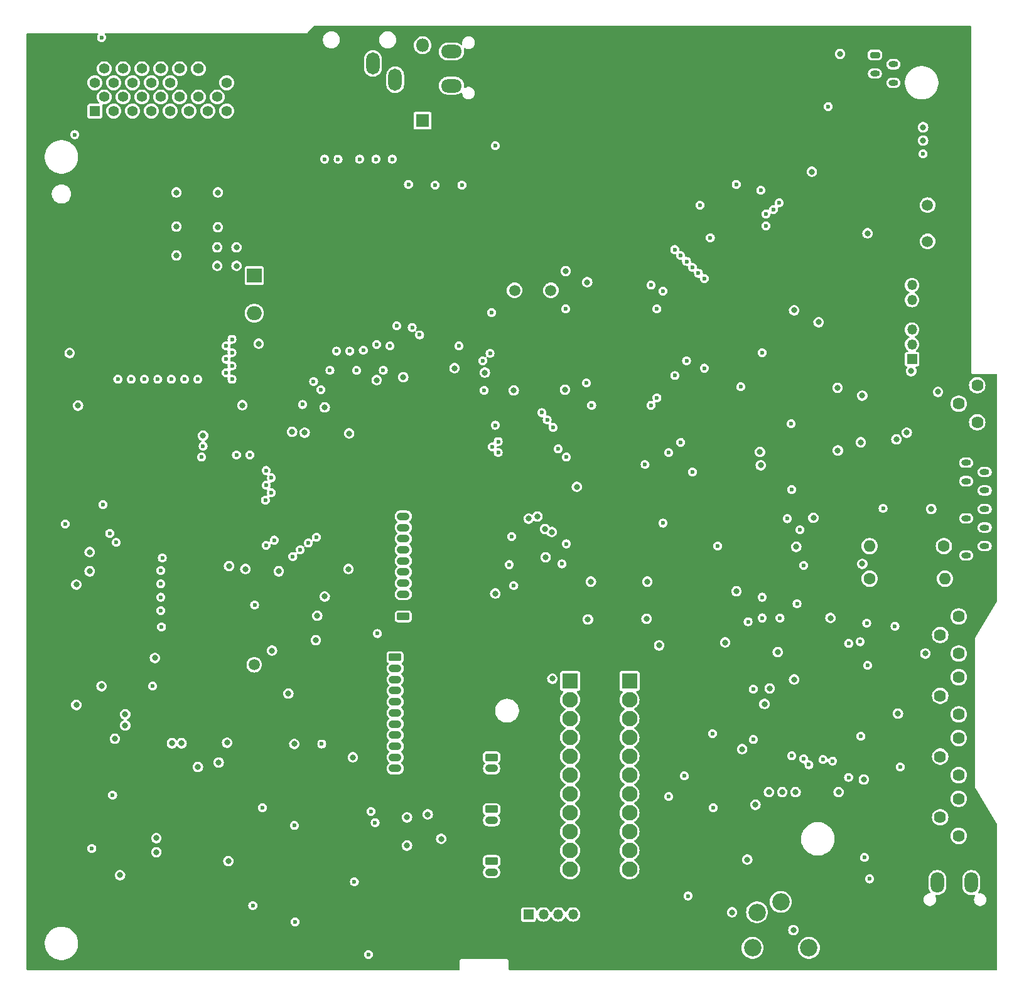
<source format=gbr>
%TF.GenerationSoftware,KiCad,Pcbnew,8.0.9-8.0.9-0~ubuntu24.04.1*%
%TF.CreationDate,2025-02-24T01:21:30+01:00*%
%TF.ProjectId,Main_PCB,4d61696e-5f50-4434-922e-6b696361645f,0.1*%
%TF.SameCoordinates,Original*%
%TF.FileFunction,Copper,L2,Inr*%
%TF.FilePolarity,Positive*%
%FSLAX46Y46*%
G04 Gerber Fmt 4.6, Leading zero omitted, Abs format (unit mm)*
G04 Created by KiCad (PCBNEW 8.0.9-8.0.9-0~ubuntu24.04.1) date 2025-02-24 01:21:30*
%MOMM*%
%LPD*%
G01*
G04 APERTURE LIST*
G04 Aperture macros list*
%AMRoundRect*
0 Rectangle with rounded corners*
0 $1 Rounding radius*
0 $2 $3 $4 $5 $6 $7 $8 $9 X,Y pos of 4 corners*
0 Add a 4 corners polygon primitive as box body*
4,1,4,$2,$3,$4,$5,$6,$7,$8,$9,$2,$3,0*
0 Add four circle primitives for the rounded corners*
1,1,$1+$1,$2,$3*
1,1,$1+$1,$4,$5*
1,1,$1+$1,$6,$7*
1,1,$1+$1,$8,$9*
0 Add four rect primitives between the rounded corners*
20,1,$1+$1,$2,$3,$4,$5,0*
20,1,$1+$1,$4,$5,$6,$7,0*
20,1,$1+$1,$6,$7,$8,$9,0*
20,1,$1+$1,$8,$9,$2,$3,0*%
G04 Aperture macros list end*
%TA.AperFunction,ComponentPad*%
%ADD10C,1.500000*%
%TD*%
%TA.AperFunction,ComponentPad*%
%ADD11C,2.340000*%
%TD*%
%TA.AperFunction,ComponentPad*%
%ADD12R,1.350000X1.350000*%
%TD*%
%TA.AperFunction,ComponentPad*%
%ADD13O,1.350000X1.350000*%
%TD*%
%TA.AperFunction,ComponentPad*%
%ADD14O,2.800000X1.800000*%
%TD*%
%TA.AperFunction,ComponentPad*%
%ADD15RoundRect,0.200000X0.450000X-0.200000X0.450000X0.200000X-0.450000X0.200000X-0.450000X-0.200000X0*%
%TD*%
%TA.AperFunction,ComponentPad*%
%ADD16O,1.300000X0.800000*%
%TD*%
%TA.AperFunction,ComponentPad*%
%ADD17RoundRect,0.250000X0.615000X-0.265000X0.615000X0.265000X-0.615000X0.265000X-0.615000X-0.265000X0*%
%TD*%
%TA.AperFunction,ComponentPad*%
%ADD18O,1.730000X1.030000*%
%TD*%
%TA.AperFunction,ComponentPad*%
%ADD19RoundRect,0.250000X-0.615000X0.265000X-0.615000X-0.265000X0.615000X-0.265000X0.615000X0.265000X0*%
%TD*%
%TA.AperFunction,ComponentPad*%
%ADD20C,1.600000*%
%TD*%
%TA.AperFunction,ComponentPad*%
%ADD21O,1.600000X1.600000*%
%TD*%
%TA.AperFunction,ComponentPad*%
%ADD22C,1.620000*%
%TD*%
%TA.AperFunction,ComponentPad*%
%ADD23R,2.100000X2.100000*%
%TD*%
%TA.AperFunction,ComponentPad*%
%ADD24C,2.100000*%
%TD*%
%TA.AperFunction,ComponentPad*%
%ADD25O,1.800000X2.800000*%
%TD*%
%TA.AperFunction,ComponentPad*%
%ADD26RoundRect,0.200000X-0.450000X0.200000X-0.450000X-0.200000X0.450000X-0.200000X0.450000X0.200000X0*%
%TD*%
%TA.AperFunction,ComponentPad*%
%ADD27R,1.400000X1.400000*%
%TD*%
%TA.AperFunction,ComponentPad*%
%ADD28C,1.400000*%
%TD*%
%TA.AperFunction,ComponentPad*%
%ADD29C,3.000000*%
%TD*%
%TA.AperFunction,ComponentPad*%
%ADD30R,3.000000X1.800000*%
%TD*%
%TA.AperFunction,ComponentPad*%
%ADD31O,1.800000X3.000000*%
%TD*%
%TA.AperFunction,ComponentPad*%
%ADD32R,1.800000X1.800000*%
%TD*%
%TA.AperFunction,ComponentPad*%
%ADD33O,1.800000X1.800000*%
%TD*%
%TA.AperFunction,ComponentPad*%
%ADD34R,2.000000X1.905000*%
%TD*%
%TA.AperFunction,ComponentPad*%
%ADD35O,2.000000X1.905000*%
%TD*%
%TA.AperFunction,ViaPad*%
%ADD36C,0.800000*%
%TD*%
%TA.AperFunction,ViaPad*%
%ADD37C,0.600000*%
%TD*%
G04 APERTURE END LIST*
D10*
%TO.N,Net-(IC106-XTAI)*%
%TO.C,X101*%
X166800000Y-107400000D03*
%TO.N,Net-(IC106-XTAO)*%
X166800000Y-102500000D03*
%TD*%
D11*
%TO.N,Net-(C219-Pad2)*%
%TO.C,RV201*%
X150800000Y-202700000D03*
%TO.N,GND*%
X150200000Y-197900000D03*
%TO.N,/AUDIO/AUDIO_L*%
X147000000Y-196500000D03*
%TO.N,/AUDIO/AUDIO_R*%
X143800000Y-197900000D03*
%TO.N,Net-(C220-Pad2)*%
X143200000Y-202700000D03*
%TD*%
D12*
%TO.N,/Servo and Actuator Drivers/TE*%
%TO.C,P104*%
X113000000Y-198200000D03*
D13*
%TO.N,/Servo and Actuator Drivers/FE*%
X115000000Y-198200000D03*
%TO.N,Net-(P104-Pin_3)*%
X117000000Y-198200000D03*
%TO.N,Net-(P104-Pin_4)*%
X119000000Y-198200000D03*
%TD*%
D10*
%TO.N,Net-(IC108-X1)*%
%TO.C,CF101*%
X111100000Y-114000000D03*
%TO.N,Net-(IC108-X2)*%
X116000000Y-114000000D03*
%TD*%
D14*
%TO.N,/AUDIO/LINEOUT_R*%
%TO.C,JK101*%
X102600000Y-81800000D03*
%TO.N,GND*%
X102600000Y-79400000D03*
%TO.N,/AUDIO/LINEOUT_L*%
X102600000Y-86400000D03*
%TD*%
D15*
%TO.N,GND*%
%TO.C,CN102*%
X174500000Y-151000000D03*
D16*
%TO.N,Net-(CN102-Pin_2)*%
X172000000Y-149750000D03*
%TO.N,Net-(CN102-Pin_3)*%
X174500000Y-148500000D03*
%TO.N,GND*%
X172000000Y-147250000D03*
%TO.N,Net-(CN102-Pin_5)*%
X174500000Y-146000000D03*
%TO.N,Net-(CN102-Pin_6)*%
X172000000Y-144750000D03*
%TO.N,Net-(CN102-Pin_7)*%
X174500000Y-143500000D03*
%TO.N,GND*%
X172000000Y-142250000D03*
%TO.N,/RF AMP/B+D*%
X174500000Y-141000000D03*
%TO.N,/RF AMP/A+C*%
X172000000Y-139750000D03*
X174500000Y-138500000D03*
%TO.N,/RF AMP/B+D*%
X172000000Y-137250000D03*
%TD*%
D12*
%TO.N,/VC*%
%TO.C,P103*%
X164700000Y-123300000D03*
D13*
%TO.N,Net-(P103-Pin_2)*%
X164700000Y-121300000D03*
%TO.N,Net-(IC101-TE)*%
X164700000Y-119300000D03*
%TO.N,GND*%
X164700000Y-117300000D03*
%TO.N,/RF AMP/RFO*%
X164700000Y-115300000D03*
%TO.N,/DSP/PCLK*%
X164700000Y-113300000D03*
%TD*%
D17*
%TO.N,+5V*%
%TO.C,P101*%
X96100000Y-158000000D03*
D18*
%TO.N,GND*%
X96100000Y-156500000D03*
%TO.N,/PD7*%
X96100000Y-155000000D03*
%TO.N,/PD6*%
X96100000Y-153500000D03*
%TO.N,/PD5*%
X96100000Y-152000000D03*
%TO.N,/PD4*%
X96100000Y-150500000D03*
%TO.N,/PD3*%
X96100000Y-149000000D03*
%TO.N,/PD2*%
X96100000Y-147500000D03*
%TO.N,/PD1*%
X96100000Y-146000000D03*
%TO.N,/PD0*%
X96100000Y-144500000D03*
%TD*%
D19*
%TO.N,Net-(P105-Pin_1)*%
%TO.C,P105*%
X108000000Y-184000000D03*
D18*
%TO.N,/MCU/PLAY_PAUSE*%
X108000000Y-185500000D03*
%TD*%
D20*
%TO.N,Net-(CN102-Pin_3)*%
%TO.C,L101*%
X169000000Y-148500000D03*
D21*
%TO.N,Net-(Q101-C)*%
X159000000Y-148500000D03*
%TD*%
D20*
%TO.N,+5V*%
%TO.C,R101*%
X159000000Y-152900000D03*
D21*
%TO.N,Net-(Q101-E)*%
X169160000Y-152900000D03*
%TD*%
D19*
%TO.N,/SPL_MOTOR_BLACK*%
%TO.C,P102*%
X95000000Y-163500000D03*
D18*
%TO.N,/SPL_MOTOR_RED*%
X95000000Y-165000000D03*
%TO.N,/~{MRST}*%
X95000000Y-166500000D03*
%TO.N,/MCU/DIGIT1_EN*%
X95000000Y-168000000D03*
%TO.N,/MCU/DIGIT2_EN*%
X95000000Y-169500000D03*
%TO.N,/MCU/RS_EN*%
X95000000Y-171000000D03*
%TO.N,/MCU/DISP_LATCH*%
X95000000Y-172500000D03*
%TO.N,/MCU/PLAY_PAUSE*%
X95000000Y-174000000D03*
%TO.N,/MCU/FS_RS*%
X95000000Y-175500000D03*
%TO.N,Net-(P102-Pin_10)*%
X95000000Y-177000000D03*
%TO.N,/MCU/STOP*%
X95000000Y-178500000D03*
%TD*%
D22*
%TO.N,Net-(R105-Pad2)*%
%TO.C,VR102*%
X171000000Y-158000000D03*
%TO.N,Net-(IC101-FEBIAS)*%
X168500000Y-160500000D03*
%TO.N,Net-(R106-Pad1)*%
X171000000Y-163000000D03*
%TD*%
D19*
%TO.N,Net-(P106-Pin_1)*%
%TO.C,P106*%
X108000000Y-191000000D03*
D18*
%TO.N,Net-(P106-Pin_2)*%
X108000000Y-192500000D03*
%TD*%
D22*
%TO.N,Net-(R127-Pad1)*%
%TO.C,VR105*%
X171000000Y-166200000D03*
%TO.N,Net-(IC102-3.5V)*%
X168500000Y-168700000D03*
X171000000Y-171200000D03*
%TD*%
%TO.N,Net-(R104-Pad2)*%
%TO.C,VR101*%
X173500000Y-126800000D03*
%TO.N,Net-(IC101-E1)*%
X171000000Y-129300000D03*
%TO.N,Net-(IC101-E0)*%
X173500000Y-131800000D03*
%TD*%
D23*
%TO.N,+9V*%
%TO.C,IC105*%
X126600000Y-166700000D03*
D24*
%TO.N,Net-(CN101-Pin_4)*%
X126600000Y-169240000D03*
%TO.N,Net-(CN101-Pin_1)*%
X126600000Y-171780000D03*
%TO.N,Net-(CN101-Pin_4)*%
X126600000Y-174320000D03*
%TO.N,Net-(IC105-Pad5)*%
X126600000Y-176860000D03*
%TO.N,/Servo and Actuator Drivers/VSUP{slash}2*%
X126600000Y-179400000D03*
%TO.N,unconnected-(IC105-MUTE-Pad7)*%
X126600000Y-181940000D03*
%TO.N,Net-(IC105-Pad8)*%
X126600000Y-184480000D03*
%TO.N,Net-(CN101-Pin_3)*%
X126600000Y-187020000D03*
%TO.N,Net-(CN101-Pin_2)*%
X126600000Y-189560000D03*
%TO.N,Net-(CN101-Pin_3)*%
X126600000Y-192100000D03*
%TO.N,GND*%
X126600000Y-194640000D03*
%TD*%
D25*
%TO.N,Net-(Q209-C)*%
%TO.C,JK102*%
X172700000Y-193900000D03*
%TO.N,GND*%
X175100000Y-193900000D03*
%TO.N,Net-(Q208-C)*%
X168100000Y-193900000D03*
%TD*%
D26*
%TO.N,Net-(CN101-Pin_1)*%
%TO.C,CN101*%
X159700000Y-82250000D03*
D16*
%TO.N,Net-(CN101-Pin_2)*%
X162200000Y-83500000D03*
%TO.N,Net-(CN101-Pin_3)*%
X159700000Y-84750000D03*
%TO.N,Net-(CN101-Pin_4)*%
X162200000Y-86000000D03*
%TD*%
D27*
%TO.N,/SCSI/SCSI_D7*%
%TO.C,JK104*%
X54500000Y-89810000D03*
D28*
%TO.N,/SCSI/~{SCSI_RST}*%
X55770000Y-87905000D03*
%TO.N,/SCSI/SCSI_D6*%
X57040000Y-89810000D03*
%TO.N,Net-(JK104B-~{SCSI_SEL})*%
X58310000Y-87905000D03*
%TO.N,/SCSI/SCSI_D5*%
X59580000Y-89810000D03*
%TO.N,Net-(JK104B-SFSY)*%
X60850000Y-87905000D03*
%TO.N,/SCSI/SCSI_D4*%
X62120000Y-89810000D03*
%TO.N,Net-(JK104B-I2S_LRCK)*%
X63390000Y-87905000D03*
%TO.N,/SCSI/SCSI_D3*%
X64660000Y-89810000D03*
%TO.N,Net-(JK104B-I2S_DAT)*%
X65930000Y-87905000D03*
%TO.N,/SCSI/SCSI_D2*%
X67200000Y-89810000D03*
%TO.N,Net-(JK104B-PW)*%
X68470000Y-87905000D03*
%TO.N,/SCSI/SCSI_D1*%
X69740000Y-89810000D03*
%TO.N,Net-(JK104B-SBCK)*%
X71010000Y-87905000D03*
%TO.N,/SCSI/SCSI_D0*%
X72280000Y-89810000D03*
%TO.N,Net-(JK104C-~{SCSI_ACK})*%
X54500000Y-86000000D03*
%TO.N,Net-(JK104D-~{SCSI_REQ})*%
X55770000Y-84095000D03*
%TO.N,Net-(JK104C-I2S_SCLK)*%
X57040000Y-86000000D03*
%TO.N,Net-(JK104D-SBSY)*%
X58310000Y-84095000D03*
%TO.N,Net-(JK104C-~{SCSI_CD})*%
X59580000Y-86000000D03*
%TO.N,Net-(JK104D-~{SCSI_MSG})*%
X60850000Y-84095000D03*
%TO.N,Net-(JK104C-~{SCSI_BSY})*%
X62120000Y-86000000D03*
%TO.N,+9V*%
X63390000Y-84095000D03*
X64660000Y-86000000D03*
%TO.N,/AUDIO/LINEOUT_R*%
X65930000Y-84095000D03*
%TO.N,GND*%
X67200000Y-86000000D03*
%TO.N,/AUDIO/LINEOUT_L*%
X68470000Y-84095000D03*
%TO.N,GND*%
X69740000Y-86000000D03*
X71010000Y-84095000D03*
%TO.N,Net-(JK104C-~{SCSI_IO})*%
X72280000Y-86000000D03*
D29*
%TO.N,GND*%
X49440000Y-84095000D03*
X77340000Y-84095000D03*
%TD*%
D30*
%TO.N,GND*%
%TO.C,JK103*%
X86200000Y-88400000D03*
D31*
%TO.N,Net-(D301-A)*%
X92000000Y-83400000D03*
X95000000Y-85600000D03*
%TD*%
D23*
%TO.N,+9V*%
%TO.C,IC104*%
X118600000Y-166700000D03*
D24*
%TO.N,/SPL_MOTOR_RED*%
X118600000Y-169240000D03*
%TO.N,/SPL_MOTOR_BLACK*%
X118600000Y-171780000D03*
%TO.N,/SPL_MOTOR_RED*%
X118600000Y-174320000D03*
%TO.N,Net-(IC104-Pad5)*%
X118600000Y-176860000D03*
%TO.N,/Servo and Actuator Drivers/VSUP{slash}2*%
X118600000Y-179400000D03*
%TO.N,unconnected-(IC104-MUTE-Pad7)*%
X118600000Y-181940000D03*
%TO.N,Net-(IC104-Pad8)*%
X118600000Y-184480000D03*
%TO.N,Net-(P106-Pin_2)*%
X118600000Y-187020000D03*
%TO.N,Net-(P106-Pin_1)*%
X118600000Y-189560000D03*
%TO.N,Net-(P106-Pin_2)*%
X118600000Y-192100000D03*
%TO.N,GND*%
X118600000Y-194640000D03*
%TD*%
D32*
%TO.N,+9V*%
%TO.C,D301*%
X98700000Y-91100000D03*
D33*
%TO.N,Net-(D301-A)*%
X98700000Y-80940000D03*
%TD*%
D34*
%TO.N,+9V*%
%TO.C,IC301*%
X76000000Y-112000000D03*
D35*
%TO.N,GND*%
X76000000Y-114540000D03*
%TO.N,+5V*%
X76000000Y-117080000D03*
%TD*%
D22*
%TO.N,/VC*%
%TO.C,VR103*%
X171000000Y-174400000D03*
%TO.N,/Servo and Actuator Drivers/TE*%
X168500000Y-176900000D03*
%TO.N,Net-(C112-Pad2)*%
X171000000Y-179400000D03*
%TD*%
D10*
%TO.N,GND*%
%TO.C,CF102*%
X71100000Y-164500000D03*
%TO.N,Net-(Q104-B)*%
X76000000Y-164500000D03*
%TD*%
D22*
%TO.N,/VC*%
%TO.C,VR104*%
X171000000Y-182600000D03*
%TO.N,/Servo and Actuator Drivers/FE*%
X168500000Y-185100000D03*
%TO.N,Net-(C111-Pad2)*%
X171000000Y-187600000D03*
%TD*%
D19*
%TO.N,Net-(P102-Pin_10)*%
%TO.C,P107*%
X108000000Y-177000000D03*
D18*
%TO.N,Net-(P107-Pin_2)*%
X108000000Y-178500000D03*
%TD*%
D36*
%TO.N,GND*%
X169800000Y-95600000D03*
D37*
%TO.N,/MODE_SELECT*%
X166200000Y-95600000D03*
D36*
%TO.N,GND*%
X92500000Y-129800000D03*
%TO.N,+5V*%
X92500000Y-126100000D03*
%TO.N,Net-(CN101-Pin_4)*%
X155000000Y-82100000D03*
%TO.N,GND*%
X66800000Y-182000000D03*
X85400000Y-145300000D03*
X62800000Y-191600000D03*
D37*
X51700000Y-196800000D03*
D36*
X141400000Y-194600000D03*
X110800000Y-155800000D03*
X148500000Y-162200000D03*
D37*
X45800000Y-151300000D03*
X62100000Y-128600000D03*
D36*
X139525000Y-154600000D03*
X87100000Y-152800000D03*
X151400000Y-138300000D03*
X89400000Y-169200000D03*
X135600000Y-187400000D03*
X55600000Y-164800000D03*
X102550000Y-188837500D03*
D37*
X48700000Y-126500000D03*
D36*
X82000000Y-169900000D03*
X83500000Y-151600000D03*
X72500000Y-170500000D03*
X155900000Y-204200000D03*
X139600000Y-102500000D03*
X77600000Y-158800000D03*
X162800000Y-124900000D03*
X112700000Y-120400000D03*
X147900000Y-126900000D03*
D37*
X48700000Y-153200000D03*
X47300000Y-148200000D03*
D36*
X89400000Y-171000000D03*
X171100000Y-102500000D03*
X119800000Y-146600000D03*
X64900000Y-171500000D03*
D37*
X125400000Y-203200000D03*
D36*
X116100000Y-159765000D03*
X169800000Y-92000000D03*
X55500000Y-153700000D03*
X151500000Y-128200000D03*
D37*
X77600000Y-199100000D03*
D36*
X154100000Y-171000000D03*
X148900000Y-118200000D03*
D37*
X47300000Y-180700000D03*
D36*
X167900000Y-203000000D03*
X130700000Y-158400000D03*
D37*
X58500000Y-128625000D03*
D36*
X85800000Y-189800000D03*
X53700000Y-178800000D03*
X53800000Y-141700000D03*
X146900000Y-172400000D03*
X163000000Y-162100000D03*
X158900000Y-103700000D03*
D37*
X99700000Y-201600000D03*
D36*
X158600000Y-196700000D03*
X48900000Y-170000000D03*
X88700000Y-161300000D03*
X60700000Y-178800000D03*
X171400000Y-199400000D03*
X62800000Y-186100000D03*
X117800000Y-123000000D03*
D37*
X48800000Y-185600000D03*
D36*
X69300000Y-128625000D03*
X144300000Y-139400000D03*
X158900000Y-110100000D03*
X89300000Y-181600000D03*
X168400000Y-156000000D03*
D37*
X60600000Y-203200000D03*
D36*
X68700000Y-186300000D03*
D37*
X80600000Y-196000000D03*
D36*
X89400000Y-173400000D03*
X71900000Y-153600000D03*
D37*
X120600000Y-204900000D03*
D36*
X81400000Y-180800000D03*
X114100000Y-120400000D03*
X115900000Y-154800000D03*
X89400000Y-175200000D03*
X81000000Y-121300000D03*
X167900000Y-201200000D03*
X54095000Y-184305000D03*
X94600000Y-103100000D03*
X169800000Y-93800000D03*
X167600000Y-172200000D03*
X117000000Y-120200000D03*
X154700000Y-144100000D03*
D37*
X47300000Y-121500000D03*
D36*
X149300000Y-172500000D03*
X161000000Y-174800000D03*
X55200000Y-103000000D03*
D37*
X123800000Y-201700000D03*
D36*
X98600000Y-99700000D03*
X136000000Y-97100000D03*
X62800000Y-193400000D03*
X89400000Y-178800000D03*
D37*
X105700000Y-203200000D03*
D36*
X155900000Y-202400000D03*
X167200000Y-170400000D03*
D37*
X78100000Y-189100000D03*
D36*
X80600000Y-170200000D03*
X161600000Y-180000000D03*
X88100000Y-157900000D03*
D37*
X103000000Y-204900000D03*
D36*
X175000000Y-204500000D03*
X158900000Y-108500000D03*
X134500000Y-201100000D03*
X65400000Y-198800000D03*
X134500000Y-199300000D03*
X116000000Y-109600000D03*
X87300000Y-103100000D03*
X92400000Y-103100000D03*
D37*
X45800000Y-124600000D03*
X45800000Y-101000000D03*
D36*
X147800000Y-143000000D03*
X171300000Y-107400000D03*
D37*
X52100000Y-94300000D03*
D36*
X56300000Y-168700000D03*
X88800000Y-134600000D03*
D37*
X65700000Y-128625000D03*
D36*
X171400000Y-197600000D03*
X72500000Y-134200000D03*
D37*
X47300000Y-99400000D03*
X80500000Y-189700000D03*
D36*
X89400000Y-167400000D03*
D37*
X48400000Y-190900000D03*
D36*
X85800000Y-193650000D03*
X48900000Y-173300000D03*
X79200000Y-133000000D03*
X81300000Y-103000000D03*
X69700000Y-201700000D03*
X77600000Y-160600000D03*
X153000000Y-181700000D03*
X78600000Y-150600000D03*
X140500000Y-107700000D03*
D37*
X67500000Y-202800000D03*
X54900000Y-195400000D03*
D36*
X90200000Y-103100000D03*
X70800000Y-153100000D03*
X81400000Y-177000000D03*
D37*
X48700000Y-102800000D03*
D36*
X89100000Y-202700000D03*
X59800000Y-135400000D03*
X147900000Y-128700000D03*
X55800000Y-126100000D03*
X155900000Y-197000000D03*
X56300000Y-166100000D03*
D37*
X56900000Y-205100000D03*
D36*
X166200000Y-199437500D03*
X142200000Y-125000000D03*
X112900000Y-159500000D03*
D37*
X92800000Y-201000000D03*
D36*
X58900000Y-169700000D03*
X71100000Y-179200000D03*
X55700000Y-171100000D03*
X134500000Y-193900000D03*
X165062500Y-148500000D03*
X157700000Y-118300000D03*
X102200000Y-99700000D03*
X116100000Y-162305000D03*
D37*
X76700000Y-204500000D03*
D36*
X81400000Y-204600000D03*
D37*
X145000000Y-201500000D03*
D36*
X140500000Y-106100000D03*
X62800000Y-184300000D03*
X55700000Y-172700000D03*
X50962500Y-118500000D03*
X116100000Y-161035000D03*
X111100000Y-109600000D03*
X81400000Y-178800000D03*
%TO.N,Net-(CN102-Pin_6)*%
X164000000Y-133200000D03*
%TO.N,Net-(CN102-Pin_5)*%
X162600000Y-134100000D03*
D37*
%TO.N,/MCU/DIGIT1_EN*%
X116300000Y-132500000D03*
%TO.N,/~{WR}*%
X107000000Y-127500000D03*
%TO.N,/PF5*%
X108500000Y-132200000D03*
D36*
%TO.N,+5VA*%
X62600000Y-163600000D03*
X62800000Y-189800000D03*
X58600000Y-171200000D03*
X64900000Y-175100000D03*
X62800000Y-187900000D03*
X66200000Y-175100000D03*
X55400000Y-167400000D03*
X58600000Y-172700000D03*
D37*
%TO.N,/I2S_WDLK*%
X108500000Y-94500000D03*
X92600000Y-160300000D03*
X62300000Y-167395000D03*
D36*
%TO.N,Net-(IC201-VREFL1)*%
X52000000Y-169935000D03*
%TO.N,Net-(IC201-VREFH1)*%
X57200000Y-174500000D03*
D37*
%TO.N,/~{I2S_SCLK}*%
X76050000Y-156450000D03*
X95200000Y-118800000D03*
%TO.N,/I2S_LRCK*%
X98300000Y-120000000D03*
X78700000Y-147700000D03*
%TO.N,/I2S_DAT*%
X97300000Y-119000000D03*
X77600000Y-148400000D03*
D36*
%TO.N,+5V*%
X118000000Y-111400000D03*
X84300000Y-161200000D03*
X88700000Y-151600000D03*
X81100000Y-133100000D03*
X145500000Y-167700000D03*
X120900000Y-112900000D03*
X71200000Y-177700000D03*
X53800000Y-151900000D03*
D37*
X89800000Y-124800000D03*
D36*
X162800000Y-171100000D03*
X147200000Y-181700000D03*
X166200000Y-92000000D03*
X74800000Y-151600000D03*
X115200000Y-146200000D03*
X158700000Y-106300000D03*
X167300000Y-143500000D03*
X79300000Y-151900000D03*
X80600000Y-168400000D03*
X111000000Y-127500000D03*
D37*
X86200000Y-124800000D03*
D36*
X88800000Y-133300000D03*
X154653553Y-127153553D03*
X166500000Y-163000000D03*
X103000000Y-124500000D03*
X52237500Y-129550000D03*
X148800000Y-116700000D03*
X158200000Y-180000000D03*
X107100000Y-125100000D03*
X114200000Y-144500000D03*
X68400000Y-178300000D03*
X52000000Y-153700000D03*
X154800000Y-181700000D03*
X74400000Y-129500000D03*
X149100000Y-148600000D03*
X96100000Y-125700000D03*
X115300000Y-150000000D03*
X53800000Y-149300000D03*
X76600000Y-121200000D03*
X151400000Y-144700000D03*
X72600000Y-151200000D03*
X78400000Y-162600000D03*
X85500000Y-129800000D03*
X144800000Y-169800000D03*
X108500000Y-154900000D03*
X145400000Y-181700000D03*
X151200000Y-98000000D03*
X141025000Y-154600000D03*
X82800000Y-133200000D03*
X153700000Y-158200000D03*
X116100000Y-146600000D03*
X117900000Y-127400000D03*
X84500000Y-157900000D03*
X51100000Y-122450000D03*
X113000000Y-144800000D03*
D37*
X93400000Y-124800000D03*
D36*
X152100000Y-118300000D03*
X69100000Y-133600000D03*
X119500000Y-140500000D03*
X149000000Y-181700000D03*
X85500000Y-155300000D03*
X164600000Y-124900000D03*
X166200000Y-93800000D03*
X81400000Y-175200000D03*
D37*
%TO.N,/AUDIO/LINEOUT_R*%
X51800000Y-93000000D03*
%TO.N,/AUDIO/LINEOUT_L*%
X55400000Y-79900000D03*
%TO.N,/~{MRST}*%
X84400000Y-147300000D03*
X118000000Y-116500000D03*
%TO.N,/MCU/FS_RS*%
X107800000Y-122500000D03*
%TO.N,/MCU/PLAY_PAUSE*%
X106800000Y-123500000D03*
%TO.N,/AUDIO_EN*%
X117000000Y-135400000D03*
X117500000Y-150900000D03*
%TO.N,/MCU/STOP*%
X108000000Y-117000000D03*
%TO.N,Net-(Q102-C)*%
X157800000Y-174150000D03*
X141600000Y-127000000D03*
%TO.N,Net-(Q103-B)*%
X131900000Y-135900000D03*
X137900000Y-183800000D03*
%TO.N,Net-(IC108-PC3{slash}~{INT2})*%
X120800000Y-126500000D03*
X85100000Y-175200000D03*
%TO.N,/MCU/DIGIT2_EN*%
X115500000Y-131500000D03*
%TO.N,Net-(Q203-C)*%
X110700000Y-147200000D03*
X91725000Y-184300000D03*
X91400000Y-203600000D03*
%TO.N,Net-(D203-A)*%
X92300000Y-185800000D03*
X89500000Y-193800000D03*
X110400000Y-151000000D03*
%TO.N,/MUTG*%
X129500000Y-129500000D03*
X121500000Y-129500000D03*
X129500000Y-113300000D03*
X111000000Y-153850000D03*
D36*
%TO.N,+9V*%
X121000000Y-158400000D03*
X96600000Y-185100000D03*
X71100000Y-105500000D03*
X71000000Y-110700000D03*
X65500000Y-105400000D03*
X65500000Y-100800000D03*
X71000000Y-108200000D03*
X65500000Y-109300000D03*
X116200000Y-166400000D03*
X73600000Y-108200000D03*
X99400000Y-184700000D03*
X128900000Y-158300000D03*
X73600000Y-110700000D03*
X71100000Y-100800000D03*
%TO.N,Net-(Q305-B)*%
X96600000Y-188900000D03*
%TO.N,+9VA*%
X101200000Y-188000000D03*
X140425000Y-197900000D03*
X57900000Y-192900000D03*
X142500000Y-190795000D03*
X72500000Y-191000000D03*
X148700000Y-200300000D03*
%TO.N,Net-(Q307-B)*%
X72332500Y-175032500D03*
D37*
%TO.N,/RF AMP/RFO*%
X160800000Y-143425000D03*
D36*
%TO.N,/VC*%
X143600000Y-183400000D03*
X139500000Y-161500000D03*
X146600000Y-162800000D03*
X154700000Y-135600000D03*
X144200000Y-135800000D03*
X148800000Y-166500000D03*
X144300000Y-137600000D03*
X141800000Y-175900000D03*
X157800000Y-134500000D03*
X158000000Y-128200000D03*
X168200000Y-127700000D03*
D37*
%TO.N,/DSP/ASY*%
X146000000Y-103100000D03*
X147900000Y-144800000D03*
%TO.N,Net-(C111-Pad2)*%
X142600000Y-158700000D03*
%TO.N,Net-(P104-Pin_3)*%
X131900000Y-182300000D03*
%TO.N,Net-(P104-Pin_4)*%
X134000000Y-179500000D03*
%TO.N,Net-(IC102-SL+)*%
X143300000Y-174600000D03*
%TO.N,Net-(C122-Pad2)*%
X137800000Y-173800000D03*
%TO.N,/MLT*%
X154000000Y-177500000D03*
X133500000Y-134500000D03*
X133500000Y-109300000D03*
%TO.N,/XRST*%
X135100000Y-138500000D03*
X150800000Y-178000000D03*
X135100000Y-110900000D03*
%TO.N,/PDO*%
X163100000Y-178300000D03*
X137500000Y-106900000D03*
%TO.N,/VCOI*%
X162400000Y-159300000D03*
X145000000Y-105300000D03*
%TO.N,Net-(IC102-FSW)*%
X156150000Y-161650000D03*
X136100000Y-102500000D03*
%TO.N,/MCU/RS_EN*%
X114800000Y-130500000D03*
D36*
%TO.N,/Servo and Actuator Drivers/VSUP{slash}2*%
X129000000Y-153300000D03*
X130600000Y-161900000D03*
X121400000Y-153300000D03*
%TO.N,/MCU/REPEAT*%
X89300000Y-177000000D03*
D37*
X103600000Y-121500000D03*
%TO.N,/~{DEMP}*%
X118100000Y-136500000D03*
X118100000Y-148200000D03*
%TO.N,Net-(IC107-~{WE})*%
X63500000Y-159400000D03*
X77500000Y-142300000D03*
%TO.N,/SCSI/MA9*%
X63400000Y-151800000D03*
X56500000Y-146775000D03*
X77600000Y-138300000D03*
%TO.N,/SCSI/MA10*%
X78300000Y-139300000D03*
X55600000Y-142900000D03*
X63400000Y-153600000D03*
%TO.N,/SCSI/MA11*%
X50500000Y-145505000D03*
X63400000Y-155400000D03*
X77600000Y-140300000D03*
%TO.N,/SCSI/MA12*%
X78300000Y-141300000D03*
X63400000Y-157200000D03*
%TO.N,/SCSI/~{SCSI_IO}*%
X69100000Y-135000000D03*
X82500000Y-129400000D03*
%TO.N,/SCSI/~{SCSI_CD}*%
X90700000Y-122100000D03*
X73600000Y-136200000D03*
%TO.N,/SCSI/~{SCSI_MSG}*%
X88900000Y-122200000D03*
X75400000Y-136200000D03*
%TO.N,/SCSI/~{SCSI_BSY}*%
X68900000Y-136500000D03*
X87100000Y-122200000D03*
%TO.N,/SCSI/SCSI_D7*%
X73000000Y-120600000D03*
X57600000Y-126000000D03*
%TO.N,/SCSI/SCSI_D6*%
X72200000Y-121500000D03*
X59400000Y-126000000D03*
%TO.N,/SCSI/SCSI_D5*%
X61200000Y-126000000D03*
X73000000Y-122400000D03*
%TO.N,/SCSI/SCSI_D4*%
X72200000Y-123300000D03*
X63000000Y-126000000D03*
%TO.N,/SCSI/SCSI_D3*%
X64800000Y-126000000D03*
X73000000Y-124200000D03*
%TO.N,/SCSI/SCSI_D2*%
X66600000Y-126000000D03*
X72200000Y-125100000D03*
%TO.N,/SCSI/SCSI_D1*%
X73000000Y-126000000D03*
X68400000Y-126000000D03*
%TO.N,/SCSI/~{SCSI_ACK}*%
X84000000Y-126300000D03*
X94300000Y-121500000D03*
%TO.N,/SCSI/~{SCSI_REQ}*%
X85000000Y-127400000D03*
X92500000Y-121300000D03*
%TO.N,Net-(IC101-TE)*%
X148400000Y-132000000D03*
%TO.N,Net-(C112-Pad2)*%
X144500000Y-155400000D03*
%TO.N,Net-(IC101-~{LDON})*%
X138500000Y-148500000D03*
X149200000Y-156300000D03*
%TO.N,Net-(IC202B-+)*%
X54100000Y-189300000D03*
X56900000Y-182100000D03*
%TO.N,Net-(C213-Pad1)*%
X77100000Y-183800000D03*
%TO.N,Net-(C214-Pad1)*%
X75800000Y-197000000D03*
%TO.N,Net-(C215-Pad2)*%
X81500000Y-199200000D03*
%TO.N,Net-(C216-Pad2)*%
X81400000Y-186200000D03*
%TO.N,Net-(C226-Pad1)*%
X159000000Y-193400000D03*
%TO.N,Net-(C225-Pad1)*%
X158300000Y-190500000D03*
%TO.N,/DSP/PCLK*%
X153400000Y-89200000D03*
%TO.N,Net-(JK104C-I2S_SCLK)*%
X90200000Y-96300000D03*
%TO.N,Net-(JK104B-SBCK)*%
X104000000Y-99800000D03*
%TO.N,Net-(JK104B-I2S_DAT)*%
X92400000Y-96300000D03*
%TO.N,Net-(JK104B-I2S_LRCK)*%
X94600000Y-96300000D03*
%TO.N,Net-(JK104B-PW)*%
X100400000Y-99800000D03*
%TO.N,Net-(JK104D-SBSY)*%
X96800000Y-99700000D03*
%TO.N,Net-(JK104B-~{SCSI_SEL})*%
X85500000Y-96300000D03*
%TO.N,Net-(JK104B-SFSY)*%
X87300000Y-96300000D03*
D36*
%TO.N,Net-(IC101-LD)*%
X158000000Y-150900000D03*
D37*
%TO.N,Net-(IC102-SRCH)*%
X143300000Y-167800000D03*
%TO.N,Net-(C220-Pad1)*%
X134500000Y-195700000D03*
%TO.N,/FOK*%
X150100000Y-151100000D03*
X144500000Y-122400000D03*
%TO.N,/DSP/EFM*%
X148480000Y-140880000D03*
X146800000Y-102200000D03*
%TO.N,/LOCK*%
X145000000Y-103700000D03*
X158600000Y-158900000D03*
%TO.N,/MDAT*%
X152700000Y-177300000D03*
X134300000Y-110100000D03*
X134300000Y-123500000D03*
%TO.N,/MDP*%
X158700000Y-164600000D03*
X144300000Y-100500000D03*
%TO.N,/MCK*%
X132700000Y-108500000D03*
X132700000Y-125500000D03*
X156150000Y-179700000D03*
%TO.N,/CNIN*%
X135900000Y-111700000D03*
X150100000Y-177200000D03*
%TO.N,/Servo and Actuator Drivers/TE*%
X146900000Y-158200000D03*
%TO.N,/MON*%
X157700000Y-161400000D03*
X141000000Y-99700000D03*
%TO.N,/Servo and Actuator Drivers/FE*%
X144500000Y-158200000D03*
%TO.N,/SENS*%
X148500000Y-176800000D03*
X136700000Y-124500000D03*
X136700000Y-112400000D03*
%TO.N,/MODE_SELECT*%
X128700000Y-137500000D03*
%TO.N,/CRCF*%
X131100000Y-114100000D03*
X131100000Y-145400000D03*
%TO.N,/SUBQ*%
X130300000Y-116500000D03*
X130300000Y-128500000D03*
%TO.N,/PA1*%
X108100000Y-135100000D03*
X82200000Y-149000000D03*
%TO.N,/PA0*%
X81200000Y-149900000D03*
X108900000Y-135900000D03*
%TO.N,/PA2*%
X108900000Y-134400000D03*
X83300000Y-148100000D03*
%TO.N,/SCSI/MA8*%
X63600000Y-150100000D03*
X57400000Y-148000000D03*
%TO.N,Net-(P103-Pin_2)*%
X149600000Y-146300000D03*
%TD*%
%TA.AperFunction,Conductor*%
%TO.N,GND*%
G36*
X172642539Y-78320185D02*
G01*
X172688294Y-78372989D01*
X172699500Y-78424500D01*
X172699500Y-125039562D01*
X172710532Y-125080734D01*
X172719979Y-125115990D01*
X172719982Y-125115995D01*
X172759535Y-125184504D01*
X172759539Y-125184509D01*
X172759540Y-125184511D01*
X172815489Y-125240460D01*
X172815491Y-125240461D01*
X172815495Y-125240464D01*
X172884004Y-125280017D01*
X172884011Y-125280021D01*
X172960438Y-125300500D01*
X173039562Y-125300500D01*
X176075500Y-125300500D01*
X176142539Y-125320185D01*
X176188294Y-125372989D01*
X176199500Y-125424500D01*
X176199500Y-155882420D01*
X176181829Y-155946217D01*
X173266513Y-160805076D01*
X173260154Y-160814424D01*
X173241539Y-160846666D01*
X173240484Y-160848459D01*
X173221813Y-160879577D01*
X173221341Y-160880719D01*
X173220530Y-160882633D01*
X173220054Y-160883727D01*
X173210672Y-160918741D01*
X173210117Y-160920743D01*
X173200125Y-160955675D01*
X173199968Y-160956873D01*
X173199675Y-160958959D01*
X173199500Y-160960134D01*
X173199500Y-160996454D01*
X173199482Y-160998541D01*
X173198855Y-161035740D01*
X173199500Y-161047018D01*
X173199500Y-180952983D01*
X173198856Y-180964269D01*
X173199482Y-181001457D01*
X173199500Y-181003544D01*
X173199500Y-181039861D01*
X173199679Y-181041064D01*
X173199969Y-181043135D01*
X173200125Y-181044321D01*
X173210110Y-181079227D01*
X173210667Y-181081236D01*
X173220056Y-181116276D01*
X173220555Y-181117426D01*
X173221361Y-181119327D01*
X173221817Y-181120428D01*
X173240487Y-181151545D01*
X173241544Y-181153342D01*
X173260158Y-181185583D01*
X173266515Y-181194926D01*
X174711623Y-183603438D01*
X176175502Y-186043237D01*
X176181829Y-186053781D01*
X176199500Y-186117578D01*
X176199500Y-205575500D01*
X176179815Y-205642539D01*
X176127011Y-205688294D01*
X176075500Y-205699500D01*
X110424500Y-205699500D01*
X110357461Y-205679815D01*
X110311706Y-205627011D01*
X110300500Y-205575500D01*
X110300500Y-204460439D01*
X110280020Y-204384009D01*
X110280017Y-204384004D01*
X110240464Y-204315495D01*
X110240458Y-204315487D01*
X110184512Y-204259541D01*
X110184504Y-204259535D01*
X110115995Y-204219982D01*
X110115990Y-204219979D01*
X110090513Y-204213152D01*
X110039562Y-204199500D01*
X104039562Y-204199500D01*
X103960438Y-204199500D01*
X103922224Y-204209739D01*
X103884009Y-204219979D01*
X103884004Y-204219982D01*
X103815495Y-204259535D01*
X103815487Y-204259541D01*
X103759541Y-204315487D01*
X103759535Y-204315495D01*
X103719982Y-204384004D01*
X103719979Y-204384009D01*
X103699500Y-204460439D01*
X103699500Y-205575500D01*
X103679815Y-205642539D01*
X103627011Y-205688294D01*
X103575500Y-205699500D01*
X45424500Y-205699500D01*
X45357461Y-205679815D01*
X45311706Y-205627011D01*
X45300500Y-205575500D01*
X45300500Y-201952486D01*
X47749500Y-201952486D01*
X47749500Y-202247513D01*
X47777098Y-202457133D01*
X47788007Y-202539993D01*
X47830882Y-202700006D01*
X47864361Y-202824951D01*
X47864364Y-202824961D01*
X47977254Y-203097500D01*
X47977258Y-203097510D01*
X48124761Y-203352993D01*
X48304352Y-203587040D01*
X48304358Y-203587047D01*
X48512952Y-203795641D01*
X48512959Y-203795647D01*
X48747006Y-203975238D01*
X49002489Y-204122741D01*
X49002490Y-204122741D01*
X49002493Y-204122743D01*
X49275048Y-204235639D01*
X49560007Y-204311993D01*
X49852494Y-204350500D01*
X49852501Y-204350500D01*
X50147499Y-204350500D01*
X50147506Y-204350500D01*
X50439993Y-204311993D01*
X50724952Y-204235639D01*
X50997507Y-204122743D01*
X51252994Y-203975238D01*
X51487042Y-203795646D01*
X51682690Y-203599998D01*
X90794318Y-203599998D01*
X90794318Y-203600001D01*
X90814955Y-203756760D01*
X90814956Y-203756762D01*
X90875464Y-203902841D01*
X90971718Y-204028282D01*
X91097159Y-204124536D01*
X91243238Y-204185044D01*
X91321619Y-204195363D01*
X91399999Y-204205682D01*
X91400000Y-204205682D01*
X91400001Y-204205682D01*
X91452254Y-204198802D01*
X91556762Y-204185044D01*
X91702841Y-204124536D01*
X91828282Y-204028282D01*
X91924536Y-203902841D01*
X91985044Y-203756762D01*
X92005682Y-203600000D01*
X91985044Y-203443238D01*
X91924536Y-203297159D01*
X91828282Y-203171718D01*
X91702841Y-203075464D01*
X91556762Y-203014956D01*
X91556760Y-203014955D01*
X91400001Y-202994318D01*
X91399999Y-202994318D01*
X91243239Y-203014955D01*
X91243237Y-203014956D01*
X91097160Y-203075463D01*
X90971718Y-203171718D01*
X90875463Y-203297160D01*
X90814956Y-203443237D01*
X90814955Y-203443239D01*
X90794318Y-203599998D01*
X51682690Y-203599998D01*
X51695646Y-203587042D01*
X51875238Y-203352994D01*
X52022743Y-203097507D01*
X52135639Y-202824952D01*
X52169121Y-202699993D01*
X141724460Y-202699993D01*
X141724460Y-202700006D01*
X141744582Y-202942858D01*
X141744584Y-202942866D01*
X141804408Y-203179106D01*
X141902301Y-203402280D01*
X142031478Y-203599998D01*
X142035592Y-203606295D01*
X142200644Y-203785590D01*
X142200647Y-203785592D01*
X142200650Y-203785595D01*
X142392952Y-203935270D01*
X142392956Y-203935273D01*
X142392958Y-203935274D01*
X142392961Y-203935276D01*
X142466805Y-203975238D01*
X142607282Y-204051260D01*
X142837776Y-204130389D01*
X143078151Y-204170500D01*
X143321849Y-204170500D01*
X143562224Y-204130389D01*
X143792718Y-204051260D01*
X144007044Y-203935273D01*
X144199356Y-203785590D01*
X144364408Y-203606295D01*
X144497699Y-203402279D01*
X144595591Y-203179107D01*
X144655416Y-202942866D01*
X144665186Y-202824961D01*
X144675540Y-202700006D01*
X144675540Y-202699993D01*
X149324460Y-202699993D01*
X149324460Y-202700006D01*
X149344582Y-202942858D01*
X149344584Y-202942866D01*
X149404408Y-203179106D01*
X149502301Y-203402280D01*
X149631478Y-203599998D01*
X149635592Y-203606295D01*
X149800644Y-203785590D01*
X149800647Y-203785592D01*
X149800650Y-203785595D01*
X149992952Y-203935270D01*
X149992956Y-203935273D01*
X149992958Y-203935274D01*
X149992961Y-203935276D01*
X150066805Y-203975238D01*
X150207282Y-204051260D01*
X150437776Y-204130389D01*
X150678151Y-204170500D01*
X150921849Y-204170500D01*
X151162224Y-204130389D01*
X151392718Y-204051260D01*
X151607044Y-203935273D01*
X151799356Y-203785590D01*
X151964408Y-203606295D01*
X152097699Y-203402279D01*
X152195591Y-203179107D01*
X152255416Y-202942866D01*
X152265186Y-202824961D01*
X152275540Y-202700006D01*
X152275540Y-202699993D01*
X152255417Y-202457141D01*
X152255416Y-202457138D01*
X152255416Y-202457134D01*
X152195591Y-202220893D01*
X152097699Y-201997721D01*
X152068154Y-201952500D01*
X151964409Y-201793707D01*
X151964408Y-201793705D01*
X151799356Y-201614410D01*
X151799351Y-201614406D01*
X151799349Y-201614404D01*
X151607047Y-201464729D01*
X151607038Y-201464723D01*
X151392724Y-201348743D01*
X151392721Y-201348742D01*
X151392718Y-201348740D01*
X151392712Y-201348738D01*
X151392710Y-201348737D01*
X151162226Y-201269611D01*
X150921849Y-201229500D01*
X150678151Y-201229500D01*
X150437773Y-201269611D01*
X150207289Y-201348737D01*
X150207275Y-201348743D01*
X149992961Y-201464723D01*
X149992952Y-201464729D01*
X149800650Y-201614404D01*
X149800647Y-201614407D01*
X149635593Y-201793703D01*
X149635590Y-201793707D01*
X149502301Y-201997719D01*
X149404408Y-202220893D01*
X149344584Y-202457133D01*
X149344582Y-202457141D01*
X149324460Y-202699993D01*
X144675540Y-202699993D01*
X144655417Y-202457141D01*
X144655416Y-202457138D01*
X144655416Y-202457134D01*
X144595591Y-202220893D01*
X144497699Y-201997721D01*
X144468154Y-201952500D01*
X144364409Y-201793707D01*
X144364408Y-201793705D01*
X144199356Y-201614410D01*
X144199351Y-201614406D01*
X144199349Y-201614404D01*
X144007047Y-201464729D01*
X144007038Y-201464723D01*
X143792724Y-201348743D01*
X143792721Y-201348742D01*
X143792718Y-201348740D01*
X143792712Y-201348738D01*
X143792710Y-201348737D01*
X143562226Y-201269611D01*
X143321849Y-201229500D01*
X143078151Y-201229500D01*
X142837773Y-201269611D01*
X142607289Y-201348737D01*
X142607275Y-201348743D01*
X142392961Y-201464723D01*
X142392952Y-201464729D01*
X142200650Y-201614404D01*
X142200647Y-201614407D01*
X142035593Y-201793703D01*
X142035590Y-201793707D01*
X141902301Y-201997719D01*
X141804408Y-202220893D01*
X141744584Y-202457133D01*
X141744582Y-202457141D01*
X141724460Y-202699993D01*
X52169121Y-202699993D01*
X52211993Y-202539993D01*
X52250500Y-202247506D01*
X52250500Y-201952494D01*
X52211993Y-201660007D01*
X52135639Y-201375048D01*
X52022743Y-201102493D01*
X51875238Y-200847006D01*
X51707135Y-200627931D01*
X51695647Y-200612959D01*
X51695641Y-200612952D01*
X51487047Y-200404358D01*
X51487040Y-200404352D01*
X51351046Y-200300000D01*
X147994355Y-200300000D01*
X148014859Y-200468869D01*
X148014860Y-200468874D01*
X148075182Y-200627931D01*
X148137475Y-200718177D01*
X148171817Y-200767929D01*
X148261077Y-200847006D01*
X148299150Y-200880736D01*
X148449773Y-200959789D01*
X148449775Y-200959790D01*
X148614944Y-201000500D01*
X148785056Y-201000500D01*
X148950225Y-200959790D01*
X149029692Y-200918081D01*
X149100849Y-200880736D01*
X149100850Y-200880734D01*
X149100852Y-200880734D01*
X149228183Y-200767929D01*
X149324818Y-200627930D01*
X149385140Y-200468872D01*
X149405645Y-200300000D01*
X149385140Y-200131128D01*
X149324818Y-199972070D01*
X149228183Y-199832071D01*
X149100852Y-199719266D01*
X149100849Y-199719263D01*
X148950226Y-199640210D01*
X148785056Y-199599500D01*
X148614944Y-199599500D01*
X148449773Y-199640210D01*
X148299150Y-199719263D01*
X148171816Y-199832072D01*
X148075182Y-199972068D01*
X148014860Y-200131125D01*
X148014859Y-200131130D01*
X147994355Y-200300000D01*
X51351046Y-200300000D01*
X51252993Y-200224761D01*
X50997510Y-200077258D01*
X50997500Y-200077254D01*
X50724961Y-199964364D01*
X50724954Y-199964362D01*
X50724952Y-199964361D01*
X50439993Y-199888007D01*
X50391113Y-199881571D01*
X50147513Y-199849500D01*
X50147506Y-199849500D01*
X49852494Y-199849500D01*
X49852486Y-199849500D01*
X49574085Y-199886153D01*
X49560007Y-199888007D01*
X49275048Y-199964361D01*
X49275038Y-199964364D01*
X49002499Y-200077254D01*
X49002489Y-200077258D01*
X48747006Y-200224761D01*
X48512959Y-200404352D01*
X48512952Y-200404358D01*
X48304358Y-200612952D01*
X48304352Y-200612959D01*
X48124761Y-200847006D01*
X47977258Y-201102489D01*
X47977254Y-201102499D01*
X47864364Y-201375038D01*
X47864361Y-201375048D01*
X47800226Y-201614407D01*
X47788008Y-201660004D01*
X47788006Y-201660015D01*
X47749500Y-201952486D01*
X45300500Y-201952486D01*
X45300500Y-199199998D01*
X80894318Y-199199998D01*
X80894318Y-199200001D01*
X80914955Y-199356760D01*
X80914956Y-199356762D01*
X80975464Y-199502841D01*
X81071718Y-199628282D01*
X81197159Y-199724536D01*
X81343238Y-199785044D01*
X81421619Y-199795363D01*
X81499999Y-199805682D01*
X81500000Y-199805682D01*
X81500001Y-199805682D01*
X81552254Y-199798802D01*
X81656762Y-199785044D01*
X81802841Y-199724536D01*
X81928282Y-199628282D01*
X82024536Y-199502841D01*
X82085044Y-199356762D01*
X82105682Y-199200000D01*
X82102456Y-199175499D01*
X82085044Y-199043239D01*
X82085044Y-199043238D01*
X82024536Y-198897159D01*
X81928282Y-198771718D01*
X81802841Y-198675464D01*
X81656762Y-198614956D01*
X81656760Y-198614955D01*
X81500001Y-198594318D01*
X81499999Y-198594318D01*
X81343239Y-198614955D01*
X81343237Y-198614956D01*
X81197160Y-198675463D01*
X81071718Y-198771718D01*
X80975463Y-198897160D01*
X80914956Y-199043237D01*
X80914955Y-199043239D01*
X80894318Y-199199998D01*
X45300500Y-199199998D01*
X45300500Y-196999998D01*
X75194318Y-196999998D01*
X75194318Y-197000001D01*
X75214955Y-197156760D01*
X75214956Y-197156762D01*
X75271965Y-197294395D01*
X75275464Y-197302841D01*
X75371718Y-197428282D01*
X75497159Y-197524536D01*
X75643238Y-197585044D01*
X75721619Y-197595363D01*
X75799999Y-197605682D01*
X75800000Y-197605682D01*
X75800001Y-197605682D01*
X75852254Y-197598802D01*
X75956762Y-197585044D01*
X76102841Y-197524536D01*
X76160711Y-197480131D01*
X112024500Y-197480131D01*
X112024500Y-198919856D01*
X112024502Y-198919882D01*
X112027413Y-198944987D01*
X112027415Y-198944991D01*
X112072793Y-199047764D01*
X112072794Y-199047765D01*
X112152235Y-199127206D01*
X112255009Y-199172585D01*
X112280135Y-199175500D01*
X113719864Y-199175499D01*
X113719879Y-199175497D01*
X113719882Y-199175497D01*
X113744987Y-199172586D01*
X113744988Y-199172585D01*
X113744991Y-199172585D01*
X113847765Y-199127206D01*
X113927206Y-199047765D01*
X113972585Y-198944991D01*
X113975500Y-198919865D01*
X113975499Y-198835886D01*
X113995183Y-198768851D01*
X114047986Y-198723095D01*
X114117145Y-198713151D01*
X114180701Y-198742175D01*
X114195352Y-198757224D01*
X114306879Y-198893120D01*
X114455417Y-199015022D01*
X114455424Y-199015026D01*
X114624881Y-199105603D01*
X114624883Y-199105603D01*
X114624886Y-199105605D01*
X114808769Y-199161385D01*
X114808768Y-199161385D01*
X114825914Y-199163073D01*
X115000000Y-199180220D01*
X115191231Y-199161385D01*
X115375114Y-199105605D01*
X115544581Y-199015023D01*
X115693120Y-198893120D01*
X115815023Y-198744581D01*
X115851967Y-198675464D01*
X115890642Y-198603109D01*
X115939604Y-198553265D01*
X116007742Y-198537804D01*
X116073421Y-198561636D01*
X116109358Y-198603109D01*
X116184973Y-198744575D01*
X116184977Y-198744582D01*
X116306879Y-198893120D01*
X116455417Y-199015022D01*
X116455424Y-199015026D01*
X116624881Y-199105603D01*
X116624883Y-199105603D01*
X116624886Y-199105605D01*
X116808769Y-199161385D01*
X116808768Y-199161385D01*
X116825914Y-199163073D01*
X117000000Y-199180220D01*
X117191231Y-199161385D01*
X117375114Y-199105605D01*
X117544581Y-199015023D01*
X117693120Y-198893120D01*
X117815023Y-198744581D01*
X117851967Y-198675464D01*
X117890642Y-198603109D01*
X117939604Y-198553265D01*
X118007742Y-198537804D01*
X118073421Y-198561636D01*
X118109358Y-198603109D01*
X118184973Y-198744575D01*
X118184977Y-198744582D01*
X118306879Y-198893120D01*
X118455417Y-199015022D01*
X118455424Y-199015026D01*
X118624881Y-199105603D01*
X118624883Y-199105603D01*
X118624886Y-199105605D01*
X118808769Y-199161385D01*
X118808768Y-199161385D01*
X118825914Y-199163073D01*
X119000000Y-199180220D01*
X119191231Y-199161385D01*
X119375114Y-199105605D01*
X119544581Y-199015023D01*
X119693120Y-198893120D01*
X119815023Y-198744581D01*
X119890641Y-198603109D01*
X119905603Y-198575118D01*
X119905603Y-198575117D01*
X119905605Y-198575114D01*
X119961385Y-198391231D01*
X119980220Y-198200000D01*
X119961385Y-198008769D01*
X119928390Y-197900000D01*
X139719355Y-197900000D01*
X139739859Y-198068869D01*
X139739860Y-198068874D01*
X139800182Y-198227931D01*
X139862475Y-198318177D01*
X139896817Y-198367929D01*
X140002505Y-198461560D01*
X140024150Y-198480736D01*
X140162343Y-198553265D01*
X140174775Y-198559790D01*
X140339944Y-198600500D01*
X140510056Y-198600500D01*
X140675225Y-198559790D01*
X140754692Y-198518081D01*
X140825849Y-198480736D01*
X140825850Y-198480734D01*
X140825852Y-198480734D01*
X140953183Y-198367929D01*
X141049818Y-198227930D01*
X141110140Y-198068872D01*
X141130645Y-197900000D01*
X141130644Y-197899993D01*
X142324460Y-197899993D01*
X142324460Y-197900006D01*
X142344582Y-198142858D01*
X142344584Y-198142866D01*
X142404408Y-198379106D01*
X142502301Y-198602280D01*
X142635590Y-198806292D01*
X142635592Y-198806295D01*
X142800644Y-198985590D01*
X142800647Y-198985592D01*
X142800650Y-198985595D01*
X142992952Y-199135270D01*
X142992956Y-199135273D01*
X142992958Y-199135274D01*
X142992961Y-199135276D01*
X143067287Y-199175499D01*
X143207282Y-199251260D01*
X143437776Y-199330389D01*
X143678151Y-199370500D01*
X143921849Y-199370500D01*
X144162224Y-199330389D01*
X144392718Y-199251260D01*
X144607044Y-199135273D01*
X144799356Y-198985590D01*
X144964408Y-198806295D01*
X145097699Y-198602279D01*
X145195591Y-198379107D01*
X145255416Y-198142866D01*
X145261547Y-198068874D01*
X145275540Y-197900006D01*
X145275540Y-197899993D01*
X145255417Y-197657141D01*
X145255416Y-197657138D01*
X145255416Y-197657134D01*
X145195591Y-197420893D01*
X145097699Y-197197721D01*
X144964408Y-196993705D01*
X144799356Y-196814410D01*
X144799351Y-196814406D01*
X144799349Y-196814404D01*
X144607047Y-196664729D01*
X144607038Y-196664723D01*
X144392724Y-196548743D01*
X144392721Y-196548742D01*
X144392718Y-196548740D01*
X144392712Y-196548738D01*
X144392710Y-196548737D01*
X144250725Y-196499993D01*
X145524460Y-196499993D01*
X145524460Y-196500006D01*
X145544582Y-196742858D01*
X145544584Y-196742866D01*
X145604408Y-196979106D01*
X145702301Y-197202280D01*
X145821664Y-197384977D01*
X145835592Y-197406295D01*
X146000644Y-197585590D01*
X146000647Y-197585592D01*
X146000650Y-197585595D01*
X146187633Y-197731130D01*
X146192956Y-197735273D01*
X146192958Y-197735274D01*
X146192961Y-197735276D01*
X146306815Y-197796890D01*
X146407282Y-197851260D01*
X146637776Y-197930389D01*
X146878151Y-197970500D01*
X147121849Y-197970500D01*
X147362224Y-197930389D01*
X147592718Y-197851260D01*
X147807044Y-197735273D01*
X147999356Y-197585590D01*
X148164408Y-197406295D01*
X148297699Y-197202279D01*
X148395591Y-196979107D01*
X148455416Y-196742866D01*
X148455417Y-196742858D01*
X148475540Y-196500006D01*
X148475540Y-196499993D01*
X148455417Y-196257141D01*
X148455416Y-196257138D01*
X148455416Y-196257134D01*
X148419733Y-196116228D01*
X166249500Y-196116228D01*
X166249500Y-196283771D01*
X166282182Y-196448074D01*
X166282184Y-196448082D01*
X166346295Y-196602860D01*
X166439373Y-196742162D01*
X166557837Y-196860626D01*
X166650494Y-196922537D01*
X166697137Y-196953703D01*
X166851918Y-197017816D01*
X167016228Y-197050499D01*
X167016232Y-197050500D01*
X167016233Y-197050500D01*
X167183768Y-197050500D01*
X167183769Y-197050499D01*
X167348082Y-197017816D01*
X167502863Y-196953703D01*
X167642162Y-196860626D01*
X167760626Y-196742162D01*
X167853703Y-196602863D01*
X167917816Y-196448082D01*
X167950500Y-196283767D01*
X167950500Y-196116233D01*
X167917816Y-195951918D01*
X167853703Y-195797137D01*
X167846291Y-195786045D01*
X167825415Y-195719372D01*
X167843899Y-195651991D01*
X167895877Y-195605301D01*
X167964847Y-195594124D01*
X167968793Y-195594684D01*
X168005514Y-195600500D01*
X168005519Y-195600500D01*
X168194486Y-195600500D01*
X168381118Y-195570940D01*
X168381124Y-195570938D01*
X168560832Y-195512547D01*
X168729199Y-195426760D01*
X168882073Y-195315690D01*
X169015690Y-195182073D01*
X169126760Y-195029199D01*
X169212547Y-194860832D01*
X169270940Y-194681118D01*
X169300500Y-194494486D01*
X169300500Y-193305513D01*
X171499500Y-193305513D01*
X171499500Y-194494486D01*
X171529059Y-194681118D01*
X171587454Y-194860836D01*
X171673240Y-195029199D01*
X171784310Y-195182073D01*
X171917927Y-195315690D01*
X172070801Y-195426760D01*
X172109141Y-195446295D01*
X172239163Y-195512545D01*
X172239165Y-195512545D01*
X172239168Y-195512547D01*
X172333625Y-195543238D01*
X172418881Y-195570940D01*
X172605514Y-195600500D01*
X172605519Y-195600500D01*
X172794486Y-195600500D01*
X172884963Y-195586169D01*
X172981118Y-195570940D01*
X172981123Y-195570938D01*
X172981125Y-195570938D01*
X173045069Y-195550161D01*
X173114910Y-195548164D01*
X173174744Y-195584244D01*
X173205573Y-195646945D01*
X173197609Y-195716359D01*
X173186492Y-195736981D01*
X173146295Y-195797140D01*
X173082184Y-195951917D01*
X173082182Y-195951925D01*
X173049500Y-196116228D01*
X173049500Y-196283771D01*
X173082182Y-196448074D01*
X173082184Y-196448082D01*
X173146295Y-196602860D01*
X173239373Y-196742162D01*
X173357837Y-196860626D01*
X173450494Y-196922537D01*
X173497137Y-196953703D01*
X173651918Y-197017816D01*
X173816228Y-197050499D01*
X173816232Y-197050500D01*
X173816233Y-197050500D01*
X173983768Y-197050500D01*
X173983769Y-197050499D01*
X174148082Y-197017816D01*
X174302863Y-196953703D01*
X174442162Y-196860626D01*
X174560626Y-196742162D01*
X174653703Y-196602863D01*
X174717816Y-196448082D01*
X174750500Y-196283767D01*
X174750500Y-196116233D01*
X174717816Y-195951918D01*
X174653703Y-195797137D01*
X174588797Y-195699998D01*
X174560626Y-195657837D01*
X174442162Y-195539373D01*
X174302860Y-195446295D01*
X174148082Y-195382184D01*
X174148074Y-195382182D01*
X173983771Y-195349500D01*
X173983767Y-195349500D01*
X173816233Y-195349500D01*
X173785448Y-195355623D01*
X173750348Y-195362605D01*
X173680757Y-195356376D01*
X173625580Y-195313513D01*
X173602336Y-195247623D01*
X173618404Y-195179626D01*
X173625829Y-195168116D01*
X173726760Y-195029199D01*
X173812547Y-194860832D01*
X173870940Y-194681118D01*
X173900500Y-194494486D01*
X173900500Y-193305513D01*
X173870940Y-193118881D01*
X173823123Y-192971718D01*
X173812547Y-192939168D01*
X173812545Y-192939165D01*
X173812545Y-192939163D01*
X173749258Y-192814956D01*
X173726760Y-192770801D01*
X173615690Y-192617927D01*
X173482073Y-192484310D01*
X173329199Y-192373240D01*
X173160836Y-192287454D01*
X172981118Y-192229059D01*
X172794486Y-192199500D01*
X172794481Y-192199500D01*
X172605519Y-192199500D01*
X172605514Y-192199500D01*
X172418881Y-192229059D01*
X172239163Y-192287454D01*
X172070800Y-192373240D01*
X172006882Y-192419680D01*
X171917927Y-192484310D01*
X171917925Y-192484312D01*
X171917924Y-192484312D01*
X171784312Y-192617924D01*
X171784312Y-192617925D01*
X171784310Y-192617927D01*
X171736610Y-192683579D01*
X171673240Y-192770800D01*
X171587454Y-192939163D01*
X171529059Y-193118881D01*
X171499500Y-193305513D01*
X169300500Y-193305513D01*
X169270940Y-193118881D01*
X169223123Y-192971718D01*
X169212547Y-192939168D01*
X169212545Y-192939165D01*
X169212545Y-192939163D01*
X169149258Y-192814956D01*
X169126760Y-192770801D01*
X169015690Y-192617927D01*
X168882073Y-192484310D01*
X168729199Y-192373240D01*
X168560836Y-192287454D01*
X168381118Y-192229059D01*
X168194486Y-192199500D01*
X168194481Y-192199500D01*
X168005519Y-192199500D01*
X168005514Y-192199500D01*
X167818881Y-192229059D01*
X167639163Y-192287454D01*
X167470800Y-192373240D01*
X167406882Y-192419680D01*
X167317927Y-192484310D01*
X167317925Y-192484312D01*
X167317924Y-192484312D01*
X167184312Y-192617924D01*
X167184312Y-192617925D01*
X167184310Y-192617927D01*
X167136610Y-192683579D01*
X167073240Y-192770800D01*
X166987454Y-192939163D01*
X166929059Y-193118881D01*
X166899500Y-193305513D01*
X166899500Y-194494486D01*
X166929059Y-194681118D01*
X166987454Y-194860836D01*
X167073240Y-195029199D01*
X167160094Y-195148743D01*
X167162907Y-195152614D01*
X167186387Y-195218421D01*
X167170562Y-195286474D01*
X167120456Y-195335169D01*
X167062589Y-195349500D01*
X167016228Y-195349500D01*
X166851925Y-195382182D01*
X166851917Y-195382184D01*
X166697139Y-195446295D01*
X166557837Y-195539373D01*
X166439373Y-195657837D01*
X166346295Y-195797139D01*
X166282184Y-195951917D01*
X166282182Y-195951925D01*
X166249500Y-196116228D01*
X148419733Y-196116228D01*
X148395591Y-196020893D01*
X148297699Y-195797721D01*
X148297319Y-195797140D01*
X148202488Y-195651991D01*
X148164408Y-195593705D01*
X147999356Y-195414410D01*
X147999351Y-195414406D01*
X147999349Y-195414404D01*
X147807047Y-195264729D01*
X147807038Y-195264723D01*
X147592724Y-195148743D01*
X147592721Y-195148742D01*
X147592718Y-195148740D01*
X147592712Y-195148738D01*
X147592710Y-195148737D01*
X147362226Y-195069611D01*
X147121849Y-195029500D01*
X146878151Y-195029500D01*
X146637773Y-195069611D01*
X146407289Y-195148737D01*
X146407275Y-195148743D01*
X146192961Y-195264723D01*
X146192952Y-195264729D01*
X146000650Y-195414404D01*
X146000647Y-195414407D01*
X145835593Y-195593703D01*
X145835590Y-195593707D01*
X145702301Y-195797719D01*
X145604408Y-196020893D01*
X145544584Y-196257133D01*
X145544582Y-196257141D01*
X145524460Y-196499993D01*
X144250725Y-196499993D01*
X144162226Y-196469611D01*
X143921849Y-196429500D01*
X143678151Y-196429500D01*
X143437773Y-196469611D01*
X143207289Y-196548737D01*
X143207275Y-196548743D01*
X142992961Y-196664723D01*
X142992952Y-196664729D01*
X142800650Y-196814404D01*
X142800647Y-196814407D01*
X142635593Y-196993703D01*
X142635590Y-196993707D01*
X142502301Y-197197719D01*
X142404408Y-197420893D01*
X142344584Y-197657133D01*
X142344582Y-197657141D01*
X142324460Y-197899993D01*
X141130644Y-197899993D01*
X141110140Y-197731128D01*
X141049818Y-197572070D01*
X141044324Y-197564111D01*
X141004820Y-197506880D01*
X140953183Y-197432071D01*
X140825852Y-197319266D01*
X140825849Y-197319263D01*
X140675226Y-197240210D01*
X140510056Y-197199500D01*
X140339944Y-197199500D01*
X140174773Y-197240210D01*
X140024150Y-197319263D01*
X139896816Y-197432072D01*
X139800182Y-197572068D01*
X139739860Y-197731125D01*
X139739859Y-197731130D01*
X139719355Y-197900000D01*
X119928390Y-197900000D01*
X119905605Y-197824886D01*
X119905603Y-197824883D01*
X119905603Y-197824881D01*
X119815026Y-197655424D01*
X119815022Y-197655417D01*
X119693120Y-197506879D01*
X119544582Y-197384977D01*
X119544575Y-197384973D01*
X119375118Y-197294396D01*
X119283172Y-197266505D01*
X119191231Y-197238615D01*
X119191229Y-197238614D01*
X119191231Y-197238614D01*
X119000000Y-197219780D01*
X118808770Y-197238614D01*
X118624881Y-197294396D01*
X118455424Y-197384973D01*
X118455417Y-197384977D01*
X118306879Y-197506879D01*
X118184977Y-197655417D01*
X118184972Y-197655424D01*
X118109358Y-197796890D01*
X118060396Y-197846735D01*
X117992258Y-197862195D01*
X117926578Y-197838363D01*
X117890642Y-197796890D01*
X117815027Y-197655424D01*
X117815022Y-197655417D01*
X117693120Y-197506879D01*
X117544582Y-197384977D01*
X117544575Y-197384973D01*
X117375118Y-197294396D01*
X117283172Y-197266505D01*
X117191231Y-197238615D01*
X117191229Y-197238614D01*
X117191231Y-197238614D01*
X117000000Y-197219780D01*
X116808770Y-197238614D01*
X116624881Y-197294396D01*
X116455424Y-197384973D01*
X116455417Y-197384977D01*
X116306879Y-197506879D01*
X116184977Y-197655417D01*
X116184972Y-197655424D01*
X116109358Y-197796890D01*
X116060396Y-197846735D01*
X115992258Y-197862195D01*
X115926578Y-197838363D01*
X115890642Y-197796890D01*
X115815027Y-197655424D01*
X115815022Y-197655417D01*
X115693120Y-197506879D01*
X115544582Y-197384977D01*
X115544575Y-197384973D01*
X115375118Y-197294396D01*
X115283172Y-197266505D01*
X115191231Y-197238615D01*
X115191229Y-197238614D01*
X115191231Y-197238614D01*
X115000000Y-197219780D01*
X114808770Y-197238614D01*
X114624881Y-197294396D01*
X114455424Y-197384973D01*
X114455417Y-197384977D01*
X114306879Y-197506879D01*
X114195352Y-197642776D01*
X114137606Y-197682110D01*
X114067762Y-197683981D01*
X114007993Y-197647793D01*
X113977278Y-197585037D01*
X113975499Y-197564111D01*
X113975499Y-197480143D01*
X113975499Y-197480136D01*
X113975497Y-197480117D01*
X113972586Y-197455012D01*
X113972585Y-197455010D01*
X113972585Y-197455009D01*
X113927206Y-197352235D01*
X113847765Y-197272794D01*
X113847763Y-197272793D01*
X113744992Y-197227415D01*
X113719865Y-197224500D01*
X112280143Y-197224500D01*
X112280117Y-197224502D01*
X112255012Y-197227413D01*
X112255008Y-197227415D01*
X112152235Y-197272793D01*
X112072794Y-197352234D01*
X112027415Y-197455006D01*
X112027415Y-197455008D01*
X112024500Y-197480131D01*
X76160711Y-197480131D01*
X76228282Y-197428282D01*
X76324536Y-197302841D01*
X76385044Y-197156762D01*
X76403336Y-197017817D01*
X76405682Y-197000001D01*
X76405682Y-196999998D01*
X76385044Y-196843239D01*
X76385044Y-196843238D01*
X76324536Y-196697159D01*
X76228282Y-196571718D01*
X76102841Y-196475464D01*
X75956762Y-196414956D01*
X75956760Y-196414955D01*
X75800001Y-196394318D01*
X75799999Y-196394318D01*
X75643239Y-196414955D01*
X75643237Y-196414956D01*
X75497160Y-196475463D01*
X75371718Y-196571718D01*
X75275463Y-196697160D01*
X75214956Y-196843237D01*
X75214955Y-196843239D01*
X75194318Y-196999998D01*
X45300500Y-196999998D01*
X45300500Y-195699998D01*
X133894318Y-195699998D01*
X133894318Y-195700001D01*
X133914955Y-195856760D01*
X133914956Y-195856762D01*
X133954370Y-195951917D01*
X133975464Y-196002841D01*
X134071718Y-196128282D01*
X134197159Y-196224536D01*
X134343238Y-196285044D01*
X134421619Y-196295363D01*
X134499999Y-196305682D01*
X134500000Y-196305682D01*
X134500001Y-196305682D01*
X134552254Y-196298802D01*
X134656762Y-196285044D01*
X134802841Y-196224536D01*
X134928282Y-196128282D01*
X135024536Y-196002841D01*
X135085044Y-195856762D01*
X135105682Y-195700000D01*
X135085044Y-195543238D01*
X135024536Y-195397159D01*
X134928282Y-195271718D01*
X134802841Y-195175464D01*
X134785065Y-195168101D01*
X134656762Y-195114956D01*
X134656760Y-195114955D01*
X134500001Y-195094318D01*
X134499999Y-195094318D01*
X134343239Y-195114955D01*
X134343237Y-195114956D01*
X134197160Y-195175463D01*
X134071718Y-195271718D01*
X133975463Y-195397160D01*
X133914956Y-195543237D01*
X133914955Y-195543239D01*
X133894318Y-195699998D01*
X45300500Y-195699998D01*
X45300500Y-193799998D01*
X88894318Y-193799998D01*
X88894318Y-193800001D01*
X88914955Y-193956760D01*
X88914956Y-193956762D01*
X88975464Y-194102841D01*
X89071718Y-194228282D01*
X89197159Y-194324536D01*
X89343238Y-194385044D01*
X89421619Y-194395363D01*
X89499999Y-194405682D01*
X89500000Y-194405682D01*
X89500001Y-194405682D01*
X89552254Y-194398802D01*
X89656762Y-194385044D01*
X89802841Y-194324536D01*
X89928282Y-194228282D01*
X90024536Y-194102841D01*
X90085044Y-193956762D01*
X90105682Y-193800000D01*
X90085044Y-193643238D01*
X90024536Y-193497159D01*
X89928282Y-193371718D01*
X89802841Y-193275464D01*
X89656762Y-193214956D01*
X89656760Y-193214955D01*
X89500001Y-193194318D01*
X89499999Y-193194318D01*
X89343239Y-193214955D01*
X89343237Y-193214956D01*
X89197160Y-193275463D01*
X89071718Y-193371718D01*
X88975463Y-193497160D01*
X88914956Y-193643237D01*
X88914955Y-193643239D01*
X88894318Y-193799998D01*
X45300500Y-193799998D01*
X45300500Y-192900000D01*
X57194355Y-192900000D01*
X57214859Y-193068869D01*
X57214860Y-193068874D01*
X57275182Y-193227931D01*
X57313996Y-193284162D01*
X57371817Y-193367929D01*
X57447594Y-193435061D01*
X57499150Y-193480736D01*
X57644002Y-193556760D01*
X57649775Y-193559790D01*
X57814944Y-193600500D01*
X57985056Y-193600500D01*
X58150225Y-193559790D01*
X58229692Y-193518081D01*
X58300849Y-193480736D01*
X58300850Y-193480734D01*
X58300852Y-193480734D01*
X58428183Y-193367929D01*
X58524818Y-193227930D01*
X58585140Y-193068872D01*
X58605645Y-192900000D01*
X58585140Y-192731128D01*
X58524818Y-192572070D01*
X58428183Y-192432071D01*
X58300852Y-192319266D01*
X58300849Y-192319263D01*
X58150226Y-192240210D01*
X57985056Y-192199500D01*
X57814944Y-192199500D01*
X57649773Y-192240210D01*
X57499150Y-192319263D01*
X57371816Y-192432072D01*
X57275182Y-192572068D01*
X57214860Y-192731125D01*
X57214859Y-192731130D01*
X57194355Y-192900000D01*
X45300500Y-192900000D01*
X45300500Y-191000000D01*
X71794355Y-191000000D01*
X71814859Y-191168869D01*
X71814860Y-191168874D01*
X71875182Y-191327931D01*
X71908179Y-191375734D01*
X71971817Y-191467929D01*
X72050170Y-191537343D01*
X72099150Y-191580736D01*
X72246216Y-191657922D01*
X72249775Y-191659790D01*
X72414944Y-191700500D01*
X72585056Y-191700500D01*
X72750225Y-191659790D01*
X72829692Y-191618081D01*
X72900849Y-191580736D01*
X72900850Y-191580734D01*
X72900852Y-191580734D01*
X73028183Y-191467929D01*
X73124818Y-191327930D01*
X73185140Y-191168872D01*
X73205645Y-191000000D01*
X73185140Y-190831128D01*
X73132338Y-190691898D01*
X106834500Y-190691898D01*
X106834500Y-191308102D01*
X106840126Y-191354954D01*
X106845122Y-191396561D01*
X106900639Y-191537343D01*
X106992077Y-191657922D01*
X107075945Y-191721521D01*
X107117469Y-191777714D01*
X107122020Y-191847435D01*
X107088702Y-191908006D01*
X107016559Y-191980149D01*
X106927316Y-192113709D01*
X106927311Y-192113718D01*
X106865839Y-192262126D01*
X106865837Y-192262134D01*
X106834500Y-192419675D01*
X106834500Y-192580324D01*
X106865837Y-192737865D01*
X106865839Y-192737873D01*
X106927311Y-192886281D01*
X106927316Y-192886290D01*
X107016559Y-193019850D01*
X107016562Y-193019854D01*
X107130145Y-193133437D01*
X107130149Y-193133440D01*
X107263709Y-193222683D01*
X107263718Y-193222688D01*
X107276376Y-193227931D01*
X107412127Y-193284161D01*
X107519472Y-193305513D01*
X107569675Y-193315499D01*
X107569679Y-193315500D01*
X107569680Y-193315500D01*
X108430321Y-193315500D01*
X108430322Y-193315499D01*
X108587873Y-193284161D01*
X108736284Y-193222687D01*
X108869851Y-193133440D01*
X108983440Y-193019851D01*
X109072687Y-192886284D01*
X109134161Y-192737873D01*
X109165500Y-192580320D01*
X109165500Y-192419680D01*
X109134161Y-192262127D01*
X109072687Y-192113716D01*
X109072686Y-192113715D01*
X109072683Y-192113709D01*
X108983440Y-191980149D01*
X108983437Y-191980145D01*
X108911298Y-191908006D01*
X108877813Y-191846683D01*
X108882797Y-191776991D01*
X108924054Y-191721521D01*
X108951775Y-191700500D01*
X109007922Y-191657922D01*
X109099361Y-191537342D01*
X109154877Y-191396564D01*
X109165500Y-191308102D01*
X109165500Y-190691898D01*
X109154877Y-190603436D01*
X109099361Y-190462658D01*
X109099360Y-190462657D01*
X109099360Y-190462656D01*
X109007922Y-190342077D01*
X108887343Y-190250639D01*
X108751729Y-190197160D01*
X108746564Y-190195123D01*
X108746563Y-190195122D01*
X108746561Y-190195122D01*
X108700926Y-190189642D01*
X108658102Y-190184500D01*
X107341898Y-190184500D01*
X107302853Y-190189188D01*
X107253438Y-190195122D01*
X107112656Y-190250639D01*
X106992077Y-190342077D01*
X106900639Y-190462656D01*
X106845122Y-190603438D01*
X106839188Y-190652853D01*
X106834500Y-190691898D01*
X73132338Y-190691898D01*
X73124818Y-190672070D01*
X73028183Y-190532071D01*
X72900852Y-190419266D01*
X72900849Y-190419263D01*
X72750226Y-190340210D01*
X72585056Y-190299500D01*
X72414944Y-190299500D01*
X72249773Y-190340210D01*
X72099150Y-190419263D01*
X71971816Y-190532072D01*
X71875182Y-190672068D01*
X71814860Y-190831125D01*
X71814859Y-190831130D01*
X71794355Y-191000000D01*
X45300500Y-191000000D01*
X45300500Y-189299998D01*
X53494318Y-189299998D01*
X53494318Y-189300001D01*
X53514955Y-189456760D01*
X53514956Y-189456762D01*
X53575464Y-189602841D01*
X53671718Y-189728282D01*
X53797159Y-189824536D01*
X53943238Y-189885044D01*
X54013681Y-189894318D01*
X54099999Y-189905682D01*
X54100000Y-189905682D01*
X54100001Y-189905682D01*
X54152254Y-189898802D01*
X54256762Y-189885044D01*
X54402841Y-189824536D01*
X54434817Y-189800000D01*
X62094355Y-189800000D01*
X62114859Y-189968869D01*
X62114860Y-189968874D01*
X62175182Y-190127931D01*
X62233207Y-190211993D01*
X62271817Y-190267929D01*
X62356824Y-190343238D01*
X62399150Y-190380736D01*
X62549773Y-190459789D01*
X62549775Y-190459790D01*
X62714944Y-190500500D01*
X62885056Y-190500500D01*
X63050225Y-190459790D01*
X63129692Y-190418081D01*
X63200849Y-190380736D01*
X63200850Y-190380734D01*
X63200852Y-190380734D01*
X63328183Y-190267929D01*
X63424818Y-190127930D01*
X63485140Y-189968872D01*
X63505645Y-189800000D01*
X63485140Y-189631128D01*
X63473524Y-189600500D01*
X63430495Y-189487040D01*
X63424818Y-189472070D01*
X63328183Y-189332071D01*
X63200852Y-189219266D01*
X63200849Y-189219263D01*
X63050226Y-189140210D01*
X62885056Y-189099500D01*
X62714944Y-189099500D01*
X62549773Y-189140210D01*
X62399150Y-189219263D01*
X62271816Y-189332072D01*
X62175182Y-189472068D01*
X62114860Y-189631125D01*
X62114859Y-189631130D01*
X62094355Y-189800000D01*
X54434817Y-189800000D01*
X54528282Y-189728282D01*
X54624536Y-189602841D01*
X54685044Y-189456762D01*
X54705682Y-189300000D01*
X54699493Y-189252993D01*
X54685044Y-189143239D01*
X54685044Y-189143238D01*
X54624536Y-188997159D01*
X54549983Y-188900000D01*
X95894355Y-188900000D01*
X95914859Y-189068869D01*
X95914860Y-189068874D01*
X95975182Y-189227931D01*
X96024927Y-189299998D01*
X96071817Y-189367929D01*
X96172087Y-189456760D01*
X96199150Y-189480736D01*
X96349773Y-189559789D01*
X96349775Y-189559790D01*
X96514944Y-189600500D01*
X96685056Y-189600500D01*
X96850225Y-189559790D01*
X96988824Y-189487047D01*
X97000849Y-189480736D01*
X97000850Y-189480734D01*
X97000852Y-189480734D01*
X97128183Y-189367929D01*
X97224818Y-189227930D01*
X97285140Y-189068872D01*
X97305645Y-188900000D01*
X97285140Y-188731128D01*
X97282797Y-188724951D01*
X97235600Y-188600500D01*
X97224818Y-188572070D01*
X97128183Y-188432071D01*
X97033316Y-188348026D01*
X97000849Y-188319263D01*
X96850226Y-188240210D01*
X96685056Y-188199500D01*
X96514944Y-188199500D01*
X96349773Y-188240210D01*
X96199150Y-188319263D01*
X96071816Y-188432072D01*
X95975182Y-188572068D01*
X95914860Y-188731125D01*
X95914859Y-188731130D01*
X95894355Y-188900000D01*
X54549983Y-188900000D01*
X54528282Y-188871718D01*
X54402841Y-188775464D01*
X54295809Y-188731130D01*
X54256762Y-188714956D01*
X54256760Y-188714955D01*
X54100001Y-188694318D01*
X54099999Y-188694318D01*
X53943239Y-188714955D01*
X53943237Y-188714956D01*
X53797160Y-188775463D01*
X53671718Y-188871718D01*
X53575463Y-188997160D01*
X53514956Y-189143237D01*
X53514955Y-189143239D01*
X53494318Y-189299998D01*
X45300500Y-189299998D01*
X45300500Y-187900000D01*
X62094355Y-187900000D01*
X62114859Y-188068869D01*
X62114860Y-188068874D01*
X62175182Y-188227931D01*
X62202495Y-188267500D01*
X62271817Y-188367929D01*
X62344219Y-188432071D01*
X62399150Y-188480736D01*
X62549773Y-188559789D01*
X62549775Y-188559790D01*
X62714944Y-188600500D01*
X62885056Y-188600500D01*
X63050225Y-188559790D01*
X63129692Y-188518081D01*
X63200849Y-188480736D01*
X63200850Y-188480734D01*
X63200852Y-188480734D01*
X63328183Y-188367929D01*
X63424818Y-188227930D01*
X63485140Y-188068872D01*
X63493503Y-188000000D01*
X100494355Y-188000000D01*
X100514859Y-188168869D01*
X100514860Y-188168874D01*
X100575182Y-188327931D01*
X100607572Y-188374855D01*
X100671817Y-188467929D01*
X100775506Y-188559789D01*
X100799150Y-188580736D01*
X100949773Y-188659789D01*
X100949775Y-188659790D01*
X101114944Y-188700500D01*
X101285056Y-188700500D01*
X101450225Y-188659790D01*
X101529692Y-188618081D01*
X101600849Y-188580736D01*
X101600850Y-188580734D01*
X101600852Y-188580734D01*
X101728183Y-188467929D01*
X101824818Y-188327930D01*
X101885140Y-188168872D01*
X101905645Y-188000000D01*
X101885140Y-187831128D01*
X101824818Y-187672070D01*
X101728183Y-187532071D01*
X101600852Y-187419266D01*
X101600849Y-187419263D01*
X101450226Y-187340210D01*
X101285056Y-187299500D01*
X101114944Y-187299500D01*
X100949773Y-187340210D01*
X100799150Y-187419263D01*
X100671816Y-187532072D01*
X100575182Y-187672068D01*
X100514860Y-187831125D01*
X100514859Y-187831130D01*
X100494355Y-188000000D01*
X63493503Y-188000000D01*
X63505645Y-187900000D01*
X63485140Y-187731128D01*
X63424818Y-187572070D01*
X63416491Y-187560007D01*
X63363795Y-187483664D01*
X63328183Y-187432071D01*
X63200852Y-187319266D01*
X63200849Y-187319263D01*
X63050226Y-187240210D01*
X62885056Y-187199500D01*
X62714944Y-187199500D01*
X62549773Y-187240210D01*
X62399150Y-187319263D01*
X62271816Y-187432072D01*
X62175182Y-187572068D01*
X62114860Y-187731125D01*
X62114859Y-187731130D01*
X62094355Y-187900000D01*
X45300500Y-187900000D01*
X45300500Y-186199998D01*
X80794318Y-186199998D01*
X80794318Y-186200001D01*
X80814955Y-186356760D01*
X80814956Y-186356762D01*
X80875464Y-186502841D01*
X80971718Y-186628282D01*
X81097159Y-186724536D01*
X81243238Y-186785044D01*
X81321619Y-186795363D01*
X81399999Y-186805682D01*
X81400000Y-186805682D01*
X81400001Y-186805682D01*
X81452254Y-186798802D01*
X81556762Y-186785044D01*
X81702841Y-186724536D01*
X81828282Y-186628282D01*
X81924536Y-186502841D01*
X81985044Y-186356762D01*
X82005682Y-186200000D01*
X81985044Y-186043238D01*
X81924536Y-185897159D01*
X81849982Y-185799998D01*
X91694318Y-185799998D01*
X91694318Y-185800001D01*
X91714955Y-185956760D01*
X91714956Y-185956762D01*
X91750775Y-186043238D01*
X91775464Y-186102841D01*
X91871718Y-186228282D01*
X91997159Y-186324536D01*
X92143238Y-186385044D01*
X92221619Y-186395363D01*
X92299999Y-186405682D01*
X92300000Y-186405682D01*
X92300001Y-186405682D01*
X92352254Y-186398802D01*
X92456762Y-186385044D01*
X92602841Y-186324536D01*
X92728282Y-186228282D01*
X92824536Y-186102841D01*
X92885044Y-185956762D01*
X92905682Y-185800000D01*
X92899099Y-185750000D01*
X92885044Y-185643239D01*
X92885044Y-185643238D01*
X92824536Y-185497159D01*
X92728282Y-185371718D01*
X92602841Y-185275464D01*
X92586931Y-185268874D01*
X92456762Y-185214956D01*
X92456760Y-185214955D01*
X92300001Y-185194318D01*
X92299999Y-185194318D01*
X92143239Y-185214955D01*
X92143237Y-185214956D01*
X91997160Y-185275463D01*
X91871718Y-185371718D01*
X91775463Y-185497160D01*
X91714956Y-185643237D01*
X91714955Y-185643239D01*
X91694318Y-185799998D01*
X81849982Y-185799998D01*
X81828282Y-185771718D01*
X81702841Y-185675464D01*
X81556762Y-185614956D01*
X81556760Y-185614955D01*
X81400001Y-185594318D01*
X81399999Y-185594318D01*
X81243239Y-185614955D01*
X81243237Y-185614956D01*
X81097160Y-185675463D01*
X80971718Y-185771718D01*
X80875463Y-185897160D01*
X80814956Y-186043237D01*
X80814955Y-186043239D01*
X80794318Y-186199998D01*
X45300500Y-186199998D01*
X45300500Y-185100000D01*
X95894355Y-185100000D01*
X95914859Y-185268869D01*
X95914860Y-185268874D01*
X95975182Y-185427931D01*
X96026921Y-185502887D01*
X96071817Y-185567929D01*
X96156824Y-185643238D01*
X96199150Y-185680736D01*
X96308016Y-185737873D01*
X96349775Y-185759790D01*
X96514944Y-185800500D01*
X96685056Y-185800500D01*
X96850225Y-185759790D01*
X96929692Y-185718081D01*
X97000849Y-185680736D01*
X97000850Y-185680734D01*
X97000852Y-185680734D01*
X97128183Y-185567929D01*
X97224818Y-185427930D01*
X97285140Y-185268872D01*
X97305645Y-185100000D01*
X97285140Y-184931128D01*
X97267662Y-184885043D01*
X97224817Y-184772068D01*
X97175071Y-184700000D01*
X98694355Y-184700000D01*
X98714859Y-184868869D01*
X98714860Y-184868874D01*
X98775182Y-185027931D01*
X98824928Y-185099999D01*
X98871817Y-185167929D01*
X98924899Y-185214955D01*
X98999150Y-185280736D01*
X99133780Y-185351395D01*
X99149775Y-185359790D01*
X99314944Y-185400500D01*
X99485056Y-185400500D01*
X99650225Y-185359790D01*
X99754757Y-185304927D01*
X99800849Y-185280736D01*
X99800850Y-185280734D01*
X99800852Y-185280734D01*
X99928183Y-185167929D01*
X100024818Y-185027930D01*
X100085140Y-184868872D01*
X100105645Y-184700000D01*
X100085140Y-184531128D01*
X100080641Y-184519266D01*
X100024817Y-184372068D01*
X99936828Y-184244596D01*
X99928183Y-184232071D01*
X99800852Y-184119266D01*
X99800849Y-184119263D01*
X99650226Y-184040210D01*
X99485056Y-183999500D01*
X99314944Y-183999500D01*
X99149773Y-184040210D01*
X98999150Y-184119263D01*
X98871816Y-184232072D01*
X98775182Y-184372068D01*
X98714860Y-184531125D01*
X98714859Y-184531130D01*
X98694355Y-184700000D01*
X97175071Y-184700000D01*
X97173078Y-184697112D01*
X97128183Y-184632071D01*
X97014244Y-184531130D01*
X97000849Y-184519263D01*
X96850226Y-184440210D01*
X96685056Y-184399500D01*
X96514944Y-184399500D01*
X96349773Y-184440210D01*
X96199150Y-184519263D01*
X96071816Y-184632072D01*
X95975182Y-184772068D01*
X95914860Y-184931125D01*
X95914859Y-184931130D01*
X95894355Y-185100000D01*
X45300500Y-185100000D01*
X45300500Y-183799998D01*
X76494318Y-183799998D01*
X76494318Y-183800001D01*
X76514955Y-183956760D01*
X76514956Y-183956762D01*
X76574975Y-184101662D01*
X76575464Y-184102841D01*
X76671718Y-184228282D01*
X76797159Y-184324536D01*
X76943238Y-184385044D01*
X77021619Y-184395363D01*
X77099999Y-184405682D01*
X77100000Y-184405682D01*
X77100001Y-184405682D01*
X77169281Y-184396561D01*
X77256762Y-184385044D01*
X77402841Y-184324536D01*
X77434820Y-184299998D01*
X91119318Y-184299998D01*
X91119318Y-184300001D01*
X91139955Y-184456760D01*
X91139956Y-184456762D01*
X91149581Y-184480000D01*
X91200464Y-184602841D01*
X91296718Y-184728282D01*
X91422159Y-184824536D01*
X91568238Y-184885044D01*
X91644409Y-184895072D01*
X91724999Y-184905682D01*
X91725000Y-184905682D01*
X91725001Y-184905682D01*
X91805591Y-184895072D01*
X91881762Y-184885044D01*
X92027841Y-184824536D01*
X92153282Y-184728282D01*
X92249536Y-184602841D01*
X92310044Y-184456762D01*
X92330682Y-184300000D01*
X92323387Y-184244592D01*
X92310044Y-184143239D01*
X92310044Y-184143238D01*
X92249536Y-183997159D01*
X92153282Y-183871718D01*
X92027841Y-183775464D01*
X91881762Y-183714956D01*
X91881760Y-183714955D01*
X91725001Y-183694318D01*
X91724999Y-183694318D01*
X91568239Y-183714955D01*
X91568237Y-183714956D01*
X91422160Y-183775463D01*
X91296718Y-183871718D01*
X91200463Y-183997160D01*
X91139956Y-184143237D01*
X91139955Y-184143239D01*
X91119318Y-184299998D01*
X77434820Y-184299998D01*
X77528282Y-184228282D01*
X77624536Y-184102841D01*
X77685044Y-183956762D01*
X77705396Y-183802171D01*
X77705682Y-183800001D01*
X77705682Y-183799998D01*
X77691450Y-183691898D01*
X106834500Y-183691898D01*
X106834500Y-184308102D01*
X106839370Y-184348656D01*
X106845122Y-184396561D01*
X106900639Y-184537343D01*
X106992077Y-184657922D01*
X107075945Y-184721521D01*
X107117469Y-184777714D01*
X107122020Y-184847435D01*
X107088702Y-184908006D01*
X107016559Y-184980149D01*
X106927316Y-185113709D01*
X106927311Y-185113718D01*
X106865839Y-185262126D01*
X106865837Y-185262134D01*
X106834500Y-185419675D01*
X106834500Y-185580324D01*
X106865837Y-185737865D01*
X106865839Y-185737873D01*
X106927311Y-185886281D01*
X106927316Y-185886290D01*
X107016559Y-186019850D01*
X107016562Y-186019854D01*
X107130145Y-186133437D01*
X107130149Y-186133440D01*
X107263709Y-186222683D01*
X107263715Y-186222686D01*
X107263716Y-186222687D01*
X107412127Y-186284161D01*
X107569675Y-186315499D01*
X107569679Y-186315500D01*
X107569680Y-186315500D01*
X108430321Y-186315500D01*
X108430322Y-186315499D01*
X108587873Y-186284161D01*
X108736284Y-186222687D01*
X108869851Y-186133440D01*
X108983440Y-186019851D01*
X109072687Y-185886284D01*
X109134161Y-185737873D01*
X109165500Y-185580320D01*
X109165500Y-185419680D01*
X109134161Y-185262127D01*
X109072687Y-185113716D01*
X109072686Y-185113715D01*
X109072683Y-185113709D01*
X108983440Y-184980149D01*
X108983437Y-184980145D01*
X108911298Y-184908006D01*
X108877813Y-184846683D01*
X108882797Y-184776991D01*
X108924054Y-184721521D01*
X108932116Y-184715408D01*
X109007922Y-184657922D01*
X109099361Y-184537342D01*
X109154877Y-184396564D01*
X109165500Y-184308102D01*
X109165500Y-183691898D01*
X109154877Y-183603436D01*
X109099361Y-183462658D01*
X109099360Y-183462657D01*
X109099360Y-183462656D01*
X109007922Y-183342077D01*
X108887343Y-183250639D01*
X108746561Y-183195122D01*
X108700926Y-183189642D01*
X108658102Y-183184500D01*
X107341898Y-183184500D01*
X107302853Y-183189188D01*
X107253438Y-183195122D01*
X107112656Y-183250639D01*
X106992077Y-183342077D01*
X106900639Y-183462656D01*
X106845122Y-183603438D01*
X106840343Y-183643237D01*
X106834500Y-183691898D01*
X77691450Y-183691898D01*
X77685044Y-183643239D01*
X77685044Y-183643238D01*
X77624536Y-183497159D01*
X77528282Y-183371718D01*
X77402841Y-183275464D01*
X77295809Y-183231130D01*
X77256762Y-183214956D01*
X77256760Y-183214955D01*
X77100001Y-183194318D01*
X77099999Y-183194318D01*
X76943239Y-183214955D01*
X76943237Y-183214956D01*
X76797160Y-183275463D01*
X76671718Y-183371718D01*
X76575463Y-183497160D01*
X76514956Y-183643237D01*
X76514955Y-183643239D01*
X76494318Y-183799998D01*
X45300500Y-183799998D01*
X45300500Y-182099998D01*
X56294318Y-182099998D01*
X56294318Y-182100001D01*
X56314955Y-182256760D01*
X56314956Y-182256762D01*
X56375464Y-182402841D01*
X56471718Y-182528282D01*
X56597159Y-182624536D01*
X56743238Y-182685044D01*
X56821619Y-182695363D01*
X56899999Y-182705682D01*
X56900000Y-182705682D01*
X56900001Y-182705682D01*
X56952254Y-182698802D01*
X57056762Y-182685044D01*
X57202841Y-182624536D01*
X57328282Y-182528282D01*
X57424536Y-182402841D01*
X57485044Y-182256762D01*
X57505682Y-182100000D01*
X57485044Y-181943238D01*
X57424536Y-181797159D01*
X57328282Y-181671718D01*
X57202841Y-181575464D01*
X57095809Y-181531130D01*
X57056762Y-181514956D01*
X57056760Y-181514955D01*
X56900001Y-181494318D01*
X56899999Y-181494318D01*
X56743239Y-181514955D01*
X56743237Y-181514956D01*
X56597160Y-181575463D01*
X56471718Y-181671718D01*
X56375463Y-181797160D01*
X56314956Y-181943237D01*
X56314955Y-181943239D01*
X56294318Y-182099998D01*
X45300500Y-182099998D01*
X45300500Y-178300000D01*
X67694355Y-178300000D01*
X67714859Y-178468869D01*
X67714860Y-178468874D01*
X67775182Y-178627931D01*
X67837475Y-178718177D01*
X67871817Y-178767929D01*
X67977505Y-178861560D01*
X67999150Y-178880736D01*
X68149773Y-178959789D01*
X68149775Y-178959790D01*
X68314944Y-179000500D01*
X68485056Y-179000500D01*
X68650225Y-178959790D01*
X68753318Y-178905682D01*
X68800849Y-178880736D01*
X68800850Y-178880734D01*
X68800852Y-178880734D01*
X68928183Y-178767929D01*
X69024818Y-178627930D01*
X69085140Y-178468872D01*
X69105645Y-178300000D01*
X69085140Y-178131128D01*
X69067662Y-178085043D01*
X69035410Y-178000000D01*
X69024818Y-177972070D01*
X68928183Y-177832071D01*
X68814543Y-177731395D01*
X68800849Y-177719263D01*
X68764146Y-177700000D01*
X70494355Y-177700000D01*
X70514859Y-177868869D01*
X70514860Y-177868874D01*
X70575182Y-178027931D01*
X70614605Y-178085044D01*
X70671817Y-178167929D01*
X70743659Y-178231575D01*
X70799150Y-178280736D01*
X70949773Y-178359789D01*
X70949775Y-178359790D01*
X71114944Y-178400500D01*
X71285056Y-178400500D01*
X71450225Y-178359790D01*
X71558735Y-178302839D01*
X71600849Y-178280736D01*
X71600850Y-178280734D01*
X71600852Y-178280734D01*
X71728183Y-178167929D01*
X71824818Y-178027930D01*
X71885140Y-177868872D01*
X71905645Y-177700000D01*
X71885140Y-177531128D01*
X71824818Y-177372070D01*
X71821124Y-177366719D01*
X71744603Y-177255860D01*
X71728183Y-177232071D01*
X71600852Y-177119266D01*
X71600849Y-177119263D01*
X71450226Y-177040210D01*
X71287085Y-177000000D01*
X88594355Y-177000000D01*
X88614859Y-177168869D01*
X88614860Y-177168874D01*
X88675182Y-177327931D01*
X88721468Y-177394986D01*
X88771817Y-177467929D01*
X88850724Y-177537834D01*
X88899150Y-177580736D01*
X89044002Y-177656760D01*
X89049775Y-177659790D01*
X89214944Y-177700500D01*
X89385056Y-177700500D01*
X89550225Y-177659790D01*
X89683636Y-177589770D01*
X89700849Y-177580736D01*
X89700850Y-177580734D01*
X89700852Y-177580734D01*
X89828183Y-177467929D01*
X89924818Y-177327930D01*
X89985140Y-177168872D01*
X90005645Y-177000000D01*
X89985140Y-176831128D01*
X89924818Y-176672070D01*
X89828183Y-176532071D01*
X89700852Y-176419266D01*
X89700849Y-176419263D01*
X89550226Y-176340210D01*
X89385056Y-176299500D01*
X89214944Y-176299500D01*
X89049773Y-176340210D01*
X88899150Y-176419263D01*
X88771816Y-176532072D01*
X88675182Y-176672068D01*
X88614860Y-176831125D01*
X88614859Y-176831130D01*
X88594355Y-177000000D01*
X71287085Y-177000000D01*
X71285056Y-176999500D01*
X71114944Y-176999500D01*
X70949773Y-177040210D01*
X70799150Y-177119263D01*
X70671816Y-177232072D01*
X70575182Y-177372068D01*
X70514860Y-177531125D01*
X70514859Y-177531130D01*
X70494355Y-177700000D01*
X68764146Y-177700000D01*
X68650226Y-177640210D01*
X68485056Y-177599500D01*
X68314944Y-177599500D01*
X68149773Y-177640210D01*
X67999150Y-177719263D01*
X67871816Y-177832072D01*
X67775182Y-177972068D01*
X67714860Y-178131125D01*
X67714859Y-178131130D01*
X67694355Y-178300000D01*
X45300500Y-178300000D01*
X45300500Y-174500000D01*
X56494355Y-174500000D01*
X56514859Y-174668869D01*
X56514860Y-174668874D01*
X56575182Y-174827931D01*
X56622968Y-174897160D01*
X56671817Y-174967929D01*
X56756824Y-175043238D01*
X56799150Y-175080736D01*
X56949773Y-175159789D01*
X56949775Y-175159790D01*
X57114944Y-175200500D01*
X57285056Y-175200500D01*
X57450225Y-175159790D01*
X57564144Y-175100000D01*
X64194355Y-175100000D01*
X64214859Y-175268869D01*
X64214860Y-175268874D01*
X64275182Y-175427931D01*
X64306072Y-175472682D01*
X64371817Y-175567929D01*
X64439941Y-175628281D01*
X64499150Y-175680736D01*
X64608016Y-175737873D01*
X64649775Y-175759790D01*
X64814944Y-175800500D01*
X64985056Y-175800500D01*
X65150225Y-175759790D01*
X65229692Y-175718081D01*
X65300849Y-175680736D01*
X65300850Y-175680734D01*
X65300852Y-175680734D01*
X65428183Y-175567929D01*
X65447950Y-175539292D01*
X65502232Y-175495301D01*
X65571681Y-175487641D01*
X65634246Y-175518744D01*
X65652050Y-175539292D01*
X65671814Y-175567926D01*
X65671816Y-175567928D01*
X65671817Y-175567929D01*
X65722956Y-175613234D01*
X65799150Y-175680736D01*
X65908016Y-175737873D01*
X65949775Y-175759790D01*
X66114944Y-175800500D01*
X66285056Y-175800500D01*
X66450225Y-175759790D01*
X66529692Y-175718081D01*
X66600849Y-175680736D01*
X66600850Y-175680734D01*
X66600852Y-175680734D01*
X66728183Y-175567929D01*
X66824818Y-175427930D01*
X66885140Y-175268872D01*
X66905645Y-175100000D01*
X66897449Y-175032500D01*
X71626855Y-175032500D01*
X71647359Y-175201369D01*
X71647360Y-175201374D01*
X71707682Y-175360431D01*
X71757133Y-175432072D01*
X71804317Y-175500429D01*
X71894496Y-175580320D01*
X71931650Y-175613236D01*
X72060257Y-175680734D01*
X72082275Y-175692290D01*
X72247444Y-175733000D01*
X72417556Y-175733000D01*
X72582725Y-175692290D01*
X72704683Y-175628281D01*
X72733349Y-175613236D01*
X72733350Y-175613234D01*
X72733352Y-175613234D01*
X72860683Y-175500429D01*
X72957318Y-175360430D01*
X73017640Y-175201372D01*
X73017807Y-175200000D01*
X80694355Y-175200000D01*
X80714859Y-175368869D01*
X80714860Y-175368874D01*
X80775182Y-175527931D01*
X80834065Y-175613236D01*
X80871817Y-175667929D01*
X80950759Y-175737865D01*
X80999150Y-175780736D01*
X81149773Y-175859789D01*
X81149775Y-175859790D01*
X81314944Y-175900500D01*
X81485056Y-175900500D01*
X81650225Y-175859790D01*
X81753318Y-175805682D01*
X81800849Y-175780736D01*
X81800850Y-175780734D01*
X81800852Y-175780734D01*
X81928183Y-175667929D01*
X82024818Y-175527930D01*
X82085140Y-175368872D01*
X82105645Y-175200000D01*
X82105645Y-175199998D01*
X84494318Y-175199998D01*
X84494318Y-175200001D01*
X84514955Y-175356760D01*
X84514956Y-175356762D01*
X84541017Y-175419680D01*
X84575464Y-175502841D01*
X84671718Y-175628282D01*
X84797159Y-175724536D01*
X84943238Y-175785044D01*
X84977085Y-175789500D01*
X85099999Y-175805682D01*
X85100000Y-175805682D01*
X85100001Y-175805682D01*
X85152254Y-175798802D01*
X85256762Y-175785044D01*
X85402841Y-175724536D01*
X85528282Y-175628282D01*
X85624536Y-175502841D01*
X85685044Y-175356762D01*
X85705501Y-175201374D01*
X85705682Y-175200001D01*
X85705682Y-175199998D01*
X85685044Y-175043239D01*
X85685044Y-175043238D01*
X85624536Y-174897159D01*
X85528282Y-174771718D01*
X85402841Y-174675464D01*
X85386931Y-174668874D01*
X85256762Y-174614956D01*
X85256760Y-174614955D01*
X85100001Y-174594318D01*
X85099999Y-174594318D01*
X84943239Y-174614955D01*
X84943237Y-174614956D01*
X84797160Y-174675463D01*
X84671718Y-174771718D01*
X84575463Y-174897160D01*
X84514956Y-175043237D01*
X84514955Y-175043239D01*
X84494318Y-175199998D01*
X82105645Y-175199998D01*
X82085140Y-175031128D01*
X82024818Y-174872070D01*
X82018992Y-174863630D01*
X81963795Y-174783664D01*
X81928183Y-174732071D01*
X81816855Y-174633443D01*
X81800849Y-174619263D01*
X81650226Y-174540210D01*
X81485056Y-174499500D01*
X81314944Y-174499500D01*
X81149773Y-174540210D01*
X80999150Y-174619263D01*
X80894068Y-174712358D01*
X80873969Y-174730165D01*
X80871816Y-174732072D01*
X80775182Y-174872068D01*
X80714860Y-175031125D01*
X80714859Y-175031130D01*
X80694355Y-175200000D01*
X73017807Y-175200000D01*
X73038145Y-175032500D01*
X73017640Y-174863628D01*
X72957318Y-174704570D01*
X72937227Y-174675464D01*
X72908222Y-174633443D01*
X72860683Y-174564571D01*
X72765816Y-174480526D01*
X72733349Y-174451763D01*
X72582726Y-174372710D01*
X72417556Y-174332000D01*
X72247444Y-174332000D01*
X72082273Y-174372710D01*
X71931650Y-174451763D01*
X71804316Y-174564572D01*
X71707682Y-174704568D01*
X71647360Y-174863625D01*
X71647359Y-174863630D01*
X71626855Y-175032500D01*
X66897449Y-175032500D01*
X66885140Y-174931128D01*
X66824818Y-174772070D01*
X66797208Y-174732071D01*
X66775425Y-174700512D01*
X66728183Y-174632071D01*
X66601516Y-174519854D01*
X66600849Y-174519263D01*
X66450226Y-174440210D01*
X66285056Y-174399500D01*
X66114944Y-174399500D01*
X65949773Y-174440210D01*
X65799150Y-174519263D01*
X65671815Y-174632072D01*
X65652049Y-174660709D01*
X65597766Y-174704699D01*
X65528318Y-174712358D01*
X65465753Y-174681254D01*
X65447951Y-174660709D01*
X65428184Y-174632072D01*
X65300849Y-174519263D01*
X65150226Y-174440210D01*
X64985056Y-174399500D01*
X64814944Y-174399500D01*
X64649773Y-174440210D01*
X64499150Y-174519263D01*
X64371816Y-174632072D01*
X64275182Y-174772068D01*
X64214860Y-174931125D01*
X64214859Y-174931130D01*
X64194355Y-175100000D01*
X57564144Y-175100000D01*
X57600849Y-175080736D01*
X57600850Y-175080734D01*
X57600852Y-175080734D01*
X57728183Y-174967929D01*
X57824818Y-174827930D01*
X57885140Y-174668872D01*
X57905645Y-174500000D01*
X57885140Y-174331128D01*
X57824818Y-174172070D01*
X57728183Y-174032071D01*
X57633316Y-173948026D01*
X57600849Y-173919263D01*
X57450226Y-173840210D01*
X57285056Y-173799500D01*
X57114944Y-173799500D01*
X56949773Y-173840210D01*
X56799150Y-173919263D01*
X56671816Y-174032072D01*
X56575182Y-174172068D01*
X56514860Y-174331125D01*
X56514859Y-174331130D01*
X56494355Y-174500000D01*
X45300500Y-174500000D01*
X45300500Y-171200000D01*
X57894355Y-171200000D01*
X57914859Y-171368869D01*
X57914860Y-171368874D01*
X57975182Y-171527931D01*
X58026921Y-171602887D01*
X58071817Y-171667929D01*
X58175506Y-171759789D01*
X58199150Y-171780736D01*
X58312456Y-171840204D01*
X58362669Y-171888789D01*
X58378643Y-171956808D01*
X58355308Y-172022665D01*
X58312456Y-172059796D01*
X58199150Y-172119263D01*
X58071816Y-172232072D01*
X57975182Y-172372068D01*
X57914860Y-172531125D01*
X57914859Y-172531130D01*
X57894355Y-172700000D01*
X57914859Y-172868869D01*
X57914860Y-172868874D01*
X57975182Y-173027931D01*
X58037475Y-173118177D01*
X58071817Y-173167929D01*
X58177505Y-173261560D01*
X58199150Y-173280736D01*
X58298472Y-173332864D01*
X58349775Y-173359790D01*
X58514944Y-173400500D01*
X58685056Y-173400500D01*
X58850225Y-173359790D01*
X58965116Y-173299490D01*
X59000849Y-173280736D01*
X59000850Y-173280734D01*
X59000852Y-173280734D01*
X59128183Y-173167929D01*
X59224818Y-173027930D01*
X59285140Y-172868872D01*
X59305645Y-172700000D01*
X59285140Y-172531128D01*
X59224818Y-172372070D01*
X59128183Y-172232071D01*
X59000852Y-172119266D01*
X59000850Y-172119265D01*
X59000849Y-172119264D01*
X58887543Y-172059796D01*
X58837331Y-172011212D01*
X58821356Y-171943193D01*
X58844691Y-171877335D01*
X58887543Y-171840204D01*
X58963191Y-171800500D01*
X59000852Y-171780734D01*
X59128183Y-171667929D01*
X59224818Y-171527930D01*
X59285140Y-171368872D01*
X59305645Y-171200000D01*
X59285140Y-171031128D01*
X59224818Y-170872070D01*
X59128183Y-170732071D01*
X59033316Y-170648026D01*
X59000849Y-170619263D01*
X58850226Y-170540210D01*
X58685056Y-170499500D01*
X58514944Y-170499500D01*
X58349773Y-170540210D01*
X58199150Y-170619263D01*
X58071816Y-170732072D01*
X57975182Y-170872068D01*
X57914860Y-171031125D01*
X57914859Y-171031130D01*
X57894355Y-171200000D01*
X45300500Y-171200000D01*
X45300500Y-169935000D01*
X51294355Y-169935000D01*
X51314859Y-170103869D01*
X51314860Y-170103874D01*
X51375182Y-170262931D01*
X51423454Y-170332864D01*
X51471817Y-170402929D01*
X51539626Y-170463002D01*
X51599150Y-170515736D01*
X51749773Y-170594789D01*
X51749775Y-170594790D01*
X51914944Y-170635500D01*
X52085056Y-170635500D01*
X52250225Y-170594790D01*
X52329692Y-170553081D01*
X52400849Y-170515736D01*
X52400850Y-170515734D01*
X52400852Y-170515734D01*
X52528183Y-170402929D01*
X52624818Y-170262930D01*
X52685140Y-170103872D01*
X52705645Y-169935000D01*
X52685140Y-169766128D01*
X52624818Y-169607070D01*
X52606356Y-169580324D01*
X52590476Y-169557318D01*
X52528183Y-169467071D01*
X52400852Y-169354266D01*
X52400849Y-169354263D01*
X52250226Y-169275210D01*
X52085056Y-169234500D01*
X51914944Y-169234500D01*
X51749773Y-169275210D01*
X51599150Y-169354263D01*
X51471816Y-169467072D01*
X51375182Y-169607068D01*
X51314860Y-169766125D01*
X51314859Y-169766130D01*
X51294355Y-169935000D01*
X45300500Y-169935000D01*
X45300500Y-168400000D01*
X79894355Y-168400000D01*
X79914859Y-168568869D01*
X79914860Y-168568874D01*
X79975182Y-168727931D01*
X80037475Y-168818177D01*
X80071817Y-168867929D01*
X80177505Y-168961560D01*
X80199150Y-168980736D01*
X80349773Y-169059789D01*
X80349775Y-169059790D01*
X80514944Y-169100500D01*
X80685056Y-169100500D01*
X80850225Y-169059790D01*
X80929692Y-169018081D01*
X81000849Y-168980736D01*
X81000850Y-168980734D01*
X81000852Y-168980734D01*
X81128183Y-168867929D01*
X81224818Y-168727930D01*
X81285140Y-168568872D01*
X81305645Y-168400000D01*
X81285140Y-168231128D01*
X81224818Y-168072070D01*
X81223515Y-168070183D01*
X81161773Y-167980734D01*
X81128183Y-167932071D01*
X81001673Y-167819993D01*
X81000849Y-167819263D01*
X80850226Y-167740210D01*
X80685056Y-167699500D01*
X80514944Y-167699500D01*
X80349773Y-167740210D01*
X80199150Y-167819263D01*
X80071816Y-167932072D01*
X79975182Y-168072068D01*
X79914860Y-168231125D01*
X79914859Y-168231130D01*
X79894355Y-168400000D01*
X45300500Y-168400000D01*
X45300500Y-167400000D01*
X54694355Y-167400000D01*
X54714859Y-167568869D01*
X54714860Y-167568874D01*
X54775182Y-167727931D01*
X54821384Y-167794865D01*
X54871817Y-167867929D01*
X54972087Y-167956760D01*
X54999150Y-167980736D01*
X55149773Y-168059789D01*
X55149775Y-168059790D01*
X55314944Y-168100500D01*
X55485056Y-168100500D01*
X55650225Y-168059790D01*
X55762845Y-168000682D01*
X55800849Y-167980736D01*
X55800850Y-167980734D01*
X55800852Y-167980734D01*
X55928183Y-167867929D01*
X56024818Y-167727930D01*
X56085140Y-167568872D01*
X56105645Y-167400000D01*
X56105038Y-167394998D01*
X61694318Y-167394998D01*
X61694318Y-167395001D01*
X61714955Y-167551760D01*
X61714956Y-167551762D01*
X61775464Y-167697841D01*
X61871718Y-167823282D01*
X61997159Y-167919536D01*
X62143238Y-167980044D01*
X62221619Y-167990363D01*
X62299999Y-168000682D01*
X62300000Y-168000682D01*
X62300001Y-168000682D01*
X62352254Y-167993802D01*
X62456762Y-167980044D01*
X62602841Y-167919536D01*
X62728282Y-167823282D01*
X62824536Y-167697841D01*
X62885044Y-167551762D01*
X62905682Y-167395000D01*
X62901937Y-167366557D01*
X62885044Y-167238239D01*
X62885044Y-167238238D01*
X62824536Y-167092159D01*
X62728282Y-166966718D01*
X62602841Y-166870464D01*
X62596716Y-166867927D01*
X62456762Y-166809956D01*
X62456760Y-166809955D01*
X62300001Y-166789318D01*
X62299999Y-166789318D01*
X62143239Y-166809955D01*
X62143237Y-166809956D01*
X61997160Y-166870463D01*
X61871718Y-166966718D01*
X61775463Y-167092160D01*
X61714956Y-167238237D01*
X61714955Y-167238239D01*
X61694318Y-167394998D01*
X56105038Y-167394998D01*
X56085140Y-167231128D01*
X56079006Y-167214955D01*
X56058085Y-167159789D01*
X56024818Y-167072070D01*
X56002826Y-167040210D01*
X55952934Y-166967929D01*
X55928183Y-166932071D01*
X55800852Y-166819266D01*
X55800849Y-166819263D01*
X55650226Y-166740210D01*
X55485056Y-166699500D01*
X55314944Y-166699500D01*
X55149773Y-166740210D01*
X54999150Y-166819263D01*
X54871816Y-166932072D01*
X54775182Y-167072068D01*
X54714860Y-167231125D01*
X54714859Y-167231130D01*
X54694355Y-167400000D01*
X45300500Y-167400000D01*
X45300500Y-164500000D01*
X74944417Y-164500000D01*
X74964699Y-164705932D01*
X74964700Y-164705934D01*
X75024768Y-164903954D01*
X75122315Y-165086450D01*
X75122317Y-165086452D01*
X75253589Y-165246410D01*
X75331079Y-165310003D01*
X75413550Y-165377685D01*
X75596046Y-165475232D01*
X75794066Y-165535300D01*
X75794065Y-165535300D01*
X75812529Y-165537118D01*
X76000000Y-165555583D01*
X76205934Y-165535300D01*
X76403954Y-165475232D01*
X76586450Y-165377685D01*
X76746410Y-165246410D01*
X76877685Y-165086450D01*
X76975232Y-164903954D01*
X77035300Y-164705934D01*
X77055583Y-164500000D01*
X77035300Y-164294066D01*
X76975232Y-164096046D01*
X76877685Y-163913550D01*
X76791142Y-163808096D01*
X76746410Y-163753589D01*
X76586452Y-163622317D01*
X76586453Y-163622317D01*
X76586450Y-163622315D01*
X76403954Y-163524768D01*
X76205934Y-163464700D01*
X76205932Y-163464699D01*
X76205934Y-163464699D01*
X76000000Y-163444417D01*
X75794067Y-163464699D01*
X75596043Y-163524769D01*
X75491342Y-163580734D01*
X75413550Y-163622315D01*
X75413548Y-163622316D01*
X75413547Y-163622317D01*
X75253589Y-163753589D01*
X75122317Y-163913547D01*
X75024769Y-164096043D01*
X75024768Y-164096045D01*
X75024768Y-164096046D01*
X75017898Y-164118692D01*
X74964699Y-164294067D01*
X74944417Y-164500000D01*
X45300500Y-164500000D01*
X45300500Y-163600000D01*
X61894355Y-163600000D01*
X61914859Y-163768869D01*
X61914860Y-163768874D01*
X61975182Y-163927931D01*
X62023780Y-163998336D01*
X62071817Y-164067929D01*
X62177505Y-164161560D01*
X62199150Y-164180736D01*
X62329904Y-164249361D01*
X62349775Y-164259790D01*
X62514944Y-164300500D01*
X62685056Y-164300500D01*
X62850225Y-164259790D01*
X62929692Y-164218081D01*
X63000849Y-164180736D01*
X63000850Y-164180734D01*
X63000852Y-164180734D01*
X63128183Y-164067929D01*
X63224818Y-163927930D01*
X63285140Y-163768872D01*
X63305645Y-163600000D01*
X63285140Y-163431128D01*
X63224818Y-163272070D01*
X63221958Y-163267927D01*
X63153583Y-163168869D01*
X63128183Y-163132071D01*
X63000852Y-163019266D01*
X63000849Y-163019263D01*
X62850226Y-162940210D01*
X62685056Y-162899500D01*
X62514944Y-162899500D01*
X62349773Y-162940210D01*
X62199150Y-163019263D01*
X62071816Y-163132072D01*
X61975182Y-163272068D01*
X61914860Y-163431125D01*
X61914859Y-163431130D01*
X61894355Y-163600000D01*
X45300500Y-163600000D01*
X45300500Y-162600000D01*
X77694355Y-162600000D01*
X77714859Y-162768869D01*
X77714860Y-162768874D01*
X77775182Y-162927931D01*
X77824928Y-162999999D01*
X77871817Y-163067929D01*
X77939546Y-163127931D01*
X77999150Y-163180736D01*
X78149773Y-163259789D01*
X78149775Y-163259790D01*
X78314944Y-163300500D01*
X78485056Y-163300500D01*
X78650225Y-163259790D01*
X78754757Y-163204927D01*
X78779582Y-163191898D01*
X93834500Y-163191898D01*
X93834500Y-163808102D01*
X93840126Y-163854954D01*
X93845122Y-163896561D01*
X93845122Y-163896563D01*
X93845123Y-163896564D01*
X93857492Y-163927930D01*
X93900639Y-164037343D01*
X93992077Y-164157922D01*
X94075945Y-164221521D01*
X94117469Y-164277714D01*
X94122020Y-164347435D01*
X94088702Y-164408006D01*
X94016559Y-164480149D01*
X93927316Y-164613709D01*
X93927311Y-164613718D01*
X93865839Y-164762126D01*
X93865837Y-164762134D01*
X93834500Y-164919675D01*
X93834500Y-165080324D01*
X93865837Y-165237865D01*
X93865839Y-165237873D01*
X93927311Y-165386281D01*
X93927316Y-165386290D01*
X94016559Y-165519850D01*
X94016562Y-165519854D01*
X94130145Y-165633437D01*
X94130151Y-165633442D01*
X94150290Y-165646899D01*
X94195095Y-165700512D01*
X94203801Y-165769837D01*
X94173645Y-165832864D01*
X94150290Y-165853101D01*
X94130151Y-165866557D01*
X94130145Y-165866562D01*
X94016562Y-165980145D01*
X94016559Y-165980149D01*
X93927316Y-166113709D01*
X93927311Y-166113718D01*
X93865839Y-166262126D01*
X93865837Y-166262134D01*
X93834500Y-166419675D01*
X93834500Y-166580324D01*
X93865837Y-166737865D01*
X93865839Y-166737873D01*
X93927311Y-166886281D01*
X93927316Y-166886290D01*
X94016559Y-167019850D01*
X94016562Y-167019854D01*
X94130145Y-167133437D01*
X94130151Y-167133442D01*
X94150290Y-167146899D01*
X94195095Y-167200512D01*
X94203801Y-167269837D01*
X94173645Y-167332864D01*
X94150290Y-167353101D01*
X94130151Y-167366557D01*
X94130145Y-167366562D01*
X94016562Y-167480145D01*
X94016559Y-167480149D01*
X93927316Y-167613709D01*
X93927311Y-167613718D01*
X93865839Y-167762126D01*
X93865837Y-167762134D01*
X93834500Y-167919675D01*
X93834500Y-168080324D01*
X93865837Y-168237865D01*
X93865839Y-168237873D01*
X93927311Y-168386281D01*
X93927316Y-168386290D01*
X94016559Y-168519850D01*
X94016562Y-168519854D01*
X94130145Y-168633437D01*
X94130151Y-168633442D01*
X94150290Y-168646899D01*
X94195095Y-168700512D01*
X94203801Y-168769837D01*
X94173645Y-168832864D01*
X94150290Y-168853101D01*
X94130151Y-168866557D01*
X94130145Y-168866562D01*
X94016562Y-168980145D01*
X94016559Y-168980149D01*
X93927316Y-169113709D01*
X93927311Y-169113718D01*
X93865839Y-169262126D01*
X93865837Y-169262134D01*
X93834500Y-169419675D01*
X93834500Y-169580324D01*
X93865837Y-169737865D01*
X93865839Y-169737873D01*
X93927311Y-169886281D01*
X93927316Y-169886290D01*
X94016559Y-170019850D01*
X94016562Y-170019854D01*
X94130145Y-170133437D01*
X94130151Y-170133442D01*
X94150290Y-170146899D01*
X94195095Y-170200512D01*
X94203801Y-170269837D01*
X94173645Y-170332864D01*
X94150290Y-170353101D01*
X94130151Y-170366557D01*
X94130145Y-170366562D01*
X94016562Y-170480145D01*
X94016559Y-170480149D01*
X93927316Y-170613709D01*
X93927311Y-170613718D01*
X93865839Y-170762126D01*
X93865837Y-170762134D01*
X93834500Y-170919675D01*
X93834500Y-171080324D01*
X93865837Y-171237865D01*
X93865839Y-171237873D01*
X93927311Y-171386281D01*
X93927316Y-171386290D01*
X94016559Y-171519850D01*
X94016562Y-171519854D01*
X94130145Y-171633437D01*
X94130151Y-171633442D01*
X94150290Y-171646899D01*
X94195095Y-171700512D01*
X94203801Y-171769837D01*
X94173645Y-171832864D01*
X94150290Y-171853101D01*
X94130151Y-171866557D01*
X94130145Y-171866562D01*
X94016562Y-171980145D01*
X94016559Y-171980149D01*
X93927316Y-172113709D01*
X93927311Y-172113718D01*
X93865839Y-172262126D01*
X93865837Y-172262134D01*
X93834500Y-172419675D01*
X93834500Y-172580324D01*
X93865837Y-172737865D01*
X93865839Y-172737873D01*
X93927311Y-172886281D01*
X93927316Y-172886290D01*
X94016559Y-173019850D01*
X94016562Y-173019854D01*
X94130145Y-173133437D01*
X94130151Y-173133442D01*
X94150290Y-173146899D01*
X94195095Y-173200512D01*
X94203801Y-173269837D01*
X94173645Y-173332864D01*
X94150290Y-173353101D01*
X94130151Y-173366557D01*
X94130145Y-173366562D01*
X94016562Y-173480145D01*
X94016559Y-173480149D01*
X93927316Y-173613709D01*
X93927311Y-173613718D01*
X93865839Y-173762126D01*
X93865837Y-173762134D01*
X93834500Y-173919675D01*
X93834500Y-174080324D01*
X93865837Y-174237865D01*
X93865839Y-174237873D01*
X93927311Y-174386281D01*
X93927316Y-174386290D01*
X94016559Y-174519850D01*
X94016562Y-174519854D01*
X94130145Y-174633437D01*
X94130151Y-174633442D01*
X94150290Y-174646899D01*
X94195095Y-174700512D01*
X94203801Y-174769837D01*
X94173645Y-174832864D01*
X94150290Y-174853101D01*
X94130151Y-174866557D01*
X94130145Y-174866562D01*
X94016562Y-174980145D01*
X94016559Y-174980149D01*
X93927316Y-175113709D01*
X93927311Y-175113718D01*
X93865839Y-175262126D01*
X93865837Y-175262134D01*
X93834500Y-175419675D01*
X93834500Y-175580324D01*
X93865837Y-175737865D01*
X93865839Y-175737873D01*
X93927311Y-175886281D01*
X93927316Y-175886290D01*
X94016559Y-176019850D01*
X94016562Y-176019854D01*
X94130145Y-176133437D01*
X94130151Y-176133442D01*
X94150290Y-176146899D01*
X94195095Y-176200512D01*
X94203801Y-176269837D01*
X94173645Y-176332864D01*
X94150290Y-176353101D01*
X94130151Y-176366557D01*
X94130145Y-176366562D01*
X94016562Y-176480145D01*
X94016559Y-176480149D01*
X93927316Y-176613709D01*
X93927311Y-176613718D01*
X93865839Y-176762126D01*
X93865837Y-176762134D01*
X93834500Y-176919675D01*
X93834500Y-177080324D01*
X93865837Y-177237865D01*
X93865839Y-177237873D01*
X93927311Y-177386281D01*
X93927316Y-177386290D01*
X94016559Y-177519850D01*
X94016562Y-177519854D01*
X94130145Y-177633437D01*
X94130151Y-177633442D01*
X94150290Y-177646899D01*
X94195095Y-177700512D01*
X94203801Y-177769837D01*
X94173645Y-177832864D01*
X94150290Y-177853101D01*
X94130151Y-177866557D01*
X94130145Y-177866562D01*
X94016562Y-177980145D01*
X94016559Y-177980149D01*
X93927316Y-178113709D01*
X93927311Y-178113718D01*
X93865839Y-178262126D01*
X93865837Y-178262134D01*
X93834500Y-178419675D01*
X93834500Y-178580324D01*
X93865837Y-178737865D01*
X93865839Y-178737873D01*
X93927311Y-178886281D01*
X93927316Y-178886290D01*
X94016559Y-179019850D01*
X94016562Y-179019854D01*
X94130145Y-179133437D01*
X94130149Y-179133440D01*
X94263709Y-179222683D01*
X94263715Y-179222686D01*
X94263716Y-179222687D01*
X94412127Y-179284161D01*
X94569675Y-179315499D01*
X94569679Y-179315500D01*
X94569680Y-179315500D01*
X95430321Y-179315500D01*
X95430322Y-179315499D01*
X95587873Y-179284161D01*
X95736284Y-179222687D01*
X95869851Y-179133440D01*
X95983440Y-179019851D01*
X96072687Y-178886284D01*
X96134161Y-178737873D01*
X96165500Y-178580320D01*
X96165500Y-178419680D01*
X96134161Y-178262127D01*
X96072687Y-178113716D01*
X96072686Y-178113715D01*
X96072683Y-178113709D01*
X95983440Y-177980149D01*
X95983437Y-177980145D01*
X95869854Y-177866562D01*
X95869846Y-177866556D01*
X95849711Y-177853102D01*
X95804905Y-177799490D01*
X95796198Y-177730165D01*
X95826352Y-177667138D01*
X95849711Y-177646898D01*
X95863955Y-177637379D01*
X95869851Y-177633440D01*
X95983440Y-177519851D01*
X96072687Y-177386284D01*
X96134161Y-177237873D01*
X96165500Y-177080320D01*
X96165500Y-176919680D01*
X96134161Y-176762127D01*
X96105071Y-176691898D01*
X106834500Y-176691898D01*
X106834500Y-177308102D01*
X106840126Y-177354954D01*
X106845122Y-177396561D01*
X106900639Y-177537343D01*
X106992077Y-177657922D01*
X107075945Y-177721521D01*
X107117469Y-177777714D01*
X107122020Y-177847435D01*
X107088702Y-177908006D01*
X107016559Y-177980149D01*
X106927316Y-178113709D01*
X106927311Y-178113718D01*
X106865839Y-178262126D01*
X106865837Y-178262134D01*
X106834500Y-178419675D01*
X106834500Y-178580324D01*
X106865837Y-178737865D01*
X106865839Y-178737873D01*
X106927311Y-178886281D01*
X106927316Y-178886290D01*
X107016559Y-179019850D01*
X107016562Y-179019854D01*
X107130145Y-179133437D01*
X107130149Y-179133440D01*
X107263709Y-179222683D01*
X107263715Y-179222686D01*
X107263716Y-179222687D01*
X107412127Y-179284161D01*
X107569675Y-179315499D01*
X107569679Y-179315500D01*
X107569680Y-179315500D01*
X108430321Y-179315500D01*
X108430322Y-179315499D01*
X108587873Y-179284161D01*
X108736284Y-179222687D01*
X108869851Y-179133440D01*
X108983440Y-179019851D01*
X109072687Y-178886284D01*
X109134161Y-178737873D01*
X109165500Y-178580320D01*
X109165500Y-178419680D01*
X109134161Y-178262127D01*
X109072687Y-178113716D01*
X109072686Y-178113715D01*
X109072683Y-178113709D01*
X108983440Y-177980149D01*
X108983437Y-177980145D01*
X108911298Y-177908006D01*
X108877813Y-177846683D01*
X108882797Y-177776991D01*
X108924054Y-177721521D01*
X108932712Y-177714956D01*
X109007922Y-177657922D01*
X109099361Y-177537342D01*
X109154877Y-177396564D01*
X109165500Y-177308102D01*
X109165500Y-176691898D01*
X109154877Y-176603436D01*
X109099361Y-176462658D01*
X109099360Y-176462657D01*
X109099360Y-176462656D01*
X109007922Y-176342077D01*
X108887343Y-176250639D01*
X108746561Y-176195122D01*
X108700926Y-176189642D01*
X108658102Y-176184500D01*
X107341898Y-176184500D01*
X107302853Y-176189188D01*
X107253438Y-176195122D01*
X107112656Y-176250639D01*
X106992077Y-176342077D01*
X106900639Y-176462656D01*
X106845122Y-176603438D01*
X106842583Y-176624586D01*
X106834500Y-176691898D01*
X96105071Y-176691898D01*
X96072687Y-176613716D01*
X96072686Y-176613715D01*
X96072683Y-176613709D01*
X95983440Y-176480149D01*
X95983437Y-176480145D01*
X95869854Y-176366562D01*
X95869846Y-176366556D01*
X95849711Y-176353102D01*
X95804905Y-176299490D01*
X95796198Y-176230165D01*
X95826352Y-176167138D01*
X95849711Y-176146898D01*
X95863955Y-176137379D01*
X95869851Y-176133440D01*
X95983440Y-176019851D01*
X96072687Y-175886284D01*
X96134161Y-175737873D01*
X96165500Y-175580320D01*
X96165500Y-175419680D01*
X96134161Y-175262127D01*
X96072687Y-175113716D01*
X96072686Y-175113715D01*
X96072683Y-175113709D01*
X95983440Y-174980149D01*
X95983437Y-174980145D01*
X95869854Y-174866562D01*
X95869846Y-174866556D01*
X95849711Y-174853102D01*
X95804905Y-174799490D01*
X95796198Y-174730165D01*
X95826352Y-174667138D01*
X95849711Y-174646898D01*
X95863955Y-174637379D01*
X95869851Y-174633440D01*
X95983440Y-174519851D01*
X96072687Y-174386284D01*
X96134161Y-174237873D01*
X96165500Y-174080320D01*
X96165500Y-173919680D01*
X96134161Y-173762127D01*
X96084915Y-173643237D01*
X96072688Y-173613718D01*
X96072683Y-173613709D01*
X95983440Y-173480149D01*
X95983437Y-173480145D01*
X95869854Y-173366562D01*
X95869846Y-173366556D01*
X95849711Y-173353102D01*
X95804905Y-173299490D01*
X95796198Y-173230165D01*
X95826352Y-173167138D01*
X95849711Y-173146898D01*
X95867733Y-173134855D01*
X95869851Y-173133440D01*
X95983440Y-173019851D01*
X96072687Y-172886284D01*
X96134161Y-172737873D01*
X96165500Y-172580320D01*
X96165500Y-172419680D01*
X96134161Y-172262127D01*
X96072687Y-172113716D01*
X96072686Y-172113715D01*
X96072683Y-172113709D01*
X95983440Y-171980149D01*
X95983437Y-171980145D01*
X95869854Y-171866562D01*
X95869846Y-171866556D01*
X95849711Y-171853102D01*
X95804905Y-171799490D01*
X95796198Y-171730165D01*
X95826352Y-171667138D01*
X95849711Y-171646898D01*
X95863955Y-171637379D01*
X95869851Y-171633440D01*
X95983440Y-171519851D01*
X96072687Y-171386284D01*
X96134161Y-171237873D01*
X96165500Y-171080320D01*
X96165500Y-170919680D01*
X96134161Y-170762127D01*
X96072687Y-170613716D01*
X96072686Y-170613715D01*
X96072683Y-170613709D01*
X96046175Y-170574038D01*
X108499500Y-170574038D01*
X108499500Y-170825962D01*
X108514344Y-170919680D01*
X108538910Y-171074785D01*
X108616760Y-171314383D01*
X108731132Y-171538848D01*
X108879201Y-171742649D01*
X108879205Y-171742654D01*
X109057345Y-171920794D01*
X109057350Y-171920798D01*
X109197559Y-172022665D01*
X109261155Y-172068870D01*
X109360059Y-172119264D01*
X109485616Y-172183239D01*
X109485618Y-172183239D01*
X109485621Y-172183241D01*
X109725215Y-172261090D01*
X109974038Y-172300500D01*
X109974039Y-172300500D01*
X110225961Y-172300500D01*
X110225962Y-172300500D01*
X110474785Y-172261090D01*
X110714379Y-172183241D01*
X110938845Y-172068870D01*
X111142656Y-171920793D01*
X111320793Y-171742656D01*
X111468870Y-171538845D01*
X111583241Y-171314379D01*
X111661090Y-171074785D01*
X111700500Y-170825962D01*
X111700500Y-170574038D01*
X111661090Y-170325215D01*
X111583241Y-170085621D01*
X111583239Y-170085618D01*
X111583239Y-170085616D01*
X111541747Y-170004184D01*
X111468870Y-169861155D01*
X111432067Y-169810500D01*
X111320798Y-169657350D01*
X111320794Y-169657345D01*
X111142654Y-169479205D01*
X111142649Y-169479201D01*
X110938848Y-169331132D01*
X110938847Y-169331131D01*
X110938845Y-169331130D01*
X110803433Y-169262134D01*
X110759991Y-169239999D01*
X117244341Y-169239999D01*
X117244341Y-169240000D01*
X117264936Y-169475403D01*
X117264938Y-169475413D01*
X117326094Y-169703655D01*
X117326096Y-169703659D01*
X117326097Y-169703663D01*
X117358282Y-169772683D01*
X117425965Y-169917830D01*
X117425967Y-169917834D01*
X117561501Y-170111395D01*
X117561506Y-170111402D01*
X117728597Y-170278493D01*
X117728603Y-170278498D01*
X117914158Y-170408425D01*
X117957783Y-170463002D01*
X117964977Y-170532500D01*
X117933454Y-170594855D01*
X117914158Y-170611575D01*
X117728597Y-170741505D01*
X117561505Y-170908597D01*
X117425965Y-171102169D01*
X117425964Y-171102171D01*
X117326098Y-171316335D01*
X117326094Y-171316344D01*
X117264938Y-171544586D01*
X117264936Y-171544596D01*
X117244341Y-171779999D01*
X117244341Y-171780000D01*
X117264936Y-172015403D01*
X117264938Y-172015413D01*
X117326094Y-172243655D01*
X117326096Y-172243659D01*
X117326097Y-172243663D01*
X117408173Y-172419675D01*
X117425965Y-172457830D01*
X117425967Y-172457834D01*
X117561501Y-172651395D01*
X117561506Y-172651402D01*
X117728597Y-172818493D01*
X117728603Y-172818498D01*
X117914158Y-172948425D01*
X117957783Y-173003002D01*
X117964977Y-173072500D01*
X117933454Y-173134855D01*
X117914158Y-173151575D01*
X117728597Y-173281505D01*
X117561505Y-173448597D01*
X117425965Y-173642169D01*
X117425964Y-173642171D01*
X117326098Y-173856335D01*
X117326094Y-173856344D01*
X117264938Y-174084586D01*
X117264936Y-174084596D01*
X117244341Y-174319999D01*
X117244341Y-174320000D01*
X117264936Y-174555403D01*
X117264938Y-174555413D01*
X117326094Y-174783655D01*
X117326096Y-174783659D01*
X117326097Y-174783663D01*
X117364753Y-174866560D01*
X117425965Y-174997830D01*
X117425967Y-174997834D01*
X117561501Y-175191395D01*
X117561506Y-175191402D01*
X117728597Y-175358493D01*
X117728603Y-175358498D01*
X117914158Y-175488425D01*
X117957783Y-175543002D01*
X117964977Y-175612500D01*
X117933454Y-175674855D01*
X117914158Y-175691575D01*
X117728597Y-175821505D01*
X117561505Y-175988597D01*
X117425965Y-176182169D01*
X117425964Y-176182171D01*
X117326098Y-176396335D01*
X117326094Y-176396344D01*
X117264938Y-176624586D01*
X117264936Y-176624596D01*
X117244341Y-176859999D01*
X117244341Y-176860000D01*
X117264936Y-177095403D01*
X117264938Y-177095413D01*
X117326094Y-177323655D01*
X117326096Y-177323659D01*
X117326097Y-177323663D01*
X117408324Y-177499998D01*
X117425965Y-177537830D01*
X117425967Y-177537834D01*
X117534281Y-177692521D01*
X117559320Y-177728281D01*
X117561501Y-177731395D01*
X117561506Y-177731402D01*
X117728597Y-177898493D01*
X117728603Y-177898498D01*
X117914158Y-178028425D01*
X117957783Y-178083002D01*
X117964977Y-178152500D01*
X117933454Y-178214855D01*
X117914158Y-178231575D01*
X117728597Y-178361505D01*
X117561505Y-178528597D01*
X117425965Y-178722169D01*
X117425964Y-178722171D01*
X117326098Y-178936335D01*
X117326094Y-178936344D01*
X117264938Y-179164586D01*
X117264936Y-179164596D01*
X117244341Y-179399999D01*
X117244341Y-179400000D01*
X117264936Y-179635403D01*
X117264938Y-179635413D01*
X117326094Y-179863655D01*
X117326096Y-179863659D01*
X117326097Y-179863663D01*
X117383660Y-179987107D01*
X117425965Y-180077830D01*
X117425967Y-180077834D01*
X117561501Y-180271395D01*
X117561506Y-180271402D01*
X117728597Y-180438493D01*
X117728603Y-180438498D01*
X117914158Y-180568425D01*
X117957783Y-180623002D01*
X117964977Y-180692500D01*
X117933454Y-180754855D01*
X117914158Y-180771575D01*
X117728597Y-180901505D01*
X117561505Y-181068597D01*
X117425965Y-181262169D01*
X117425964Y-181262171D01*
X117326098Y-181476335D01*
X117326094Y-181476344D01*
X117264938Y-181704586D01*
X117264936Y-181704596D01*
X117244341Y-181939999D01*
X117244341Y-181940000D01*
X117264936Y-182175403D01*
X117264938Y-182175413D01*
X117326094Y-182403655D01*
X117326096Y-182403659D01*
X117326097Y-182403663D01*
X117425965Y-182617830D01*
X117425967Y-182617834D01*
X117561501Y-182811395D01*
X117561506Y-182811402D01*
X117728597Y-182978493D01*
X117728603Y-182978498D01*
X117914158Y-183108425D01*
X117957783Y-183163002D01*
X117964977Y-183232500D01*
X117933454Y-183294855D01*
X117914158Y-183311575D01*
X117728597Y-183441505D01*
X117561505Y-183608597D01*
X117425965Y-183802169D01*
X117425964Y-183802171D01*
X117326098Y-184016335D01*
X117326094Y-184016344D01*
X117264938Y-184244586D01*
X117264936Y-184244596D01*
X117244341Y-184479999D01*
X117244341Y-184480000D01*
X117264936Y-184715403D01*
X117264938Y-184715413D01*
X117326094Y-184943655D01*
X117326096Y-184943659D01*
X117326097Y-184943663D01*
X117365392Y-185027931D01*
X117425965Y-185157830D01*
X117425967Y-185157834D01*
X117561501Y-185351395D01*
X117561506Y-185351402D01*
X117728597Y-185518493D01*
X117728603Y-185518498D01*
X117914158Y-185648425D01*
X117957783Y-185703002D01*
X117964977Y-185772500D01*
X117933454Y-185834855D01*
X117914158Y-185851575D01*
X117728597Y-185981505D01*
X117561505Y-186148597D01*
X117425965Y-186342169D01*
X117425964Y-186342171D01*
X117326098Y-186556335D01*
X117326094Y-186556344D01*
X117264938Y-186784586D01*
X117264936Y-186784596D01*
X117244341Y-187019999D01*
X117244341Y-187020000D01*
X117264936Y-187255403D01*
X117264938Y-187255413D01*
X117326094Y-187483655D01*
X117326096Y-187483659D01*
X117326097Y-187483663D01*
X117361697Y-187560007D01*
X117425965Y-187697830D01*
X117425967Y-187697834D01*
X117561501Y-187891395D01*
X117561506Y-187891402D01*
X117728597Y-188058493D01*
X117728603Y-188058498D01*
X117914158Y-188188425D01*
X117957783Y-188243002D01*
X117964977Y-188312500D01*
X117933454Y-188374855D01*
X117914158Y-188391575D01*
X117728597Y-188521505D01*
X117561505Y-188688597D01*
X117425965Y-188882169D01*
X117425964Y-188882171D01*
X117326098Y-189096335D01*
X117326094Y-189096344D01*
X117264938Y-189324586D01*
X117264936Y-189324596D01*
X117244341Y-189559999D01*
X117244341Y-189560000D01*
X117264936Y-189795403D01*
X117264938Y-189795413D01*
X117326094Y-190023655D01*
X117326096Y-190023659D01*
X117326097Y-190023663D01*
X117414977Y-190214266D01*
X117425965Y-190237830D01*
X117425967Y-190237834D01*
X117561501Y-190431395D01*
X117561506Y-190431402D01*
X117728597Y-190598493D01*
X117728603Y-190598498D01*
X117914158Y-190728425D01*
X117957783Y-190783002D01*
X117964977Y-190852500D01*
X117933454Y-190914855D01*
X117914158Y-190931575D01*
X117728597Y-191061505D01*
X117561505Y-191228597D01*
X117425965Y-191422169D01*
X117425964Y-191422171D01*
X117326098Y-191636335D01*
X117326094Y-191636344D01*
X117264938Y-191864586D01*
X117264936Y-191864596D01*
X117244341Y-192099999D01*
X117244341Y-192100000D01*
X117264936Y-192335403D01*
X117264938Y-192335413D01*
X117326094Y-192563655D01*
X117326096Y-192563659D01*
X117326097Y-192563663D01*
X117404188Y-192731130D01*
X117425965Y-192777830D01*
X117425967Y-192777834D01*
X117511509Y-192900000D01*
X117561505Y-192971401D01*
X117728599Y-193138495D01*
X117825384Y-193206265D01*
X117922165Y-193274032D01*
X117922167Y-193274033D01*
X117922170Y-193274035D01*
X118136337Y-193373903D01*
X118364592Y-193435063D01*
X118552918Y-193451539D01*
X118599999Y-193455659D01*
X118600000Y-193455659D01*
X118600001Y-193455659D01*
X118639234Y-193452226D01*
X118835408Y-193435063D01*
X119063663Y-193373903D01*
X119277830Y-193274035D01*
X119471401Y-193138495D01*
X119638495Y-192971401D01*
X119774035Y-192777830D01*
X119873903Y-192563663D01*
X119935063Y-192335408D01*
X119955659Y-192100000D01*
X119935063Y-191864592D01*
X119873903Y-191636337D01*
X119774035Y-191422171D01*
X119694164Y-191308102D01*
X119638494Y-191228597D01*
X119471402Y-191061506D01*
X119471396Y-191061501D01*
X119285842Y-190931575D01*
X119242217Y-190876998D01*
X119235023Y-190807500D01*
X119266546Y-190745145D01*
X119285842Y-190728425D01*
X119431934Y-190626130D01*
X119471401Y-190598495D01*
X119638495Y-190431401D01*
X119774035Y-190237830D01*
X119873903Y-190023663D01*
X119935063Y-189795408D01*
X119955659Y-189560000D01*
X119935063Y-189324592D01*
X119873903Y-189096337D01*
X119774035Y-188882171D01*
X119699319Y-188775464D01*
X119638494Y-188688597D01*
X119471402Y-188521506D01*
X119471396Y-188521501D01*
X119285842Y-188391575D01*
X119242217Y-188336998D01*
X119235023Y-188267500D01*
X119266546Y-188205145D01*
X119285842Y-188188425D01*
X119456578Y-188068874D01*
X119471401Y-188058495D01*
X119638495Y-187891401D01*
X119774035Y-187697830D01*
X119873903Y-187483663D01*
X119935063Y-187255408D01*
X119955659Y-187020000D01*
X119935063Y-186784592D01*
X119873903Y-186556337D01*
X119774035Y-186342171D01*
X119755360Y-186315499D01*
X119638494Y-186148597D01*
X119471402Y-185981506D01*
X119471396Y-185981501D01*
X119285842Y-185851575D01*
X119242217Y-185796998D01*
X119235023Y-185727500D01*
X119266546Y-185665145D01*
X119285842Y-185648425D01*
X119308026Y-185632891D01*
X119471401Y-185518495D01*
X119638495Y-185351401D01*
X119774035Y-185157830D01*
X119873903Y-184943663D01*
X119935063Y-184715408D01*
X119955659Y-184480000D01*
X119935063Y-184244592D01*
X119873903Y-184016337D01*
X119774035Y-183802171D01*
X119772514Y-183799998D01*
X119638494Y-183608597D01*
X119471402Y-183441506D01*
X119471396Y-183441501D01*
X119285842Y-183311575D01*
X119242217Y-183256998D01*
X119235023Y-183187500D01*
X119266546Y-183125145D01*
X119285842Y-183108425D01*
X119337765Y-183072068D01*
X119471401Y-182978495D01*
X119638495Y-182811401D01*
X119774035Y-182617830D01*
X119873903Y-182403663D01*
X119935063Y-182175408D01*
X119955659Y-181940000D01*
X119935063Y-181704592D01*
X119873903Y-181476337D01*
X119774035Y-181262171D01*
X119719658Y-181184511D01*
X119638494Y-181068597D01*
X119471402Y-180901506D01*
X119471396Y-180901501D01*
X119285842Y-180771575D01*
X119242217Y-180716998D01*
X119235023Y-180647500D01*
X119266546Y-180585145D01*
X119285842Y-180568425D01*
X119368567Y-180510500D01*
X119471401Y-180438495D01*
X119638495Y-180271401D01*
X119774035Y-180077830D01*
X119873903Y-179863663D01*
X119935063Y-179635408D01*
X119955659Y-179400000D01*
X119955410Y-179397159D01*
X119945524Y-179284160D01*
X119935063Y-179164592D01*
X119873903Y-178936337D01*
X119774035Y-178722171D01*
X119722561Y-178648657D01*
X119638494Y-178528597D01*
X119471402Y-178361506D01*
X119471396Y-178361501D01*
X119285842Y-178231575D01*
X119242217Y-178176998D01*
X119235023Y-178107500D01*
X119266546Y-178045145D01*
X119285842Y-178028425D01*
X119311441Y-178010500D01*
X119471401Y-177898495D01*
X119638495Y-177731401D01*
X119774035Y-177537830D01*
X119873903Y-177323663D01*
X119935063Y-177095408D01*
X119955659Y-176860000D01*
X119935063Y-176624592D01*
X119873903Y-176396337D01*
X119774035Y-176182171D01*
X119750569Y-176148657D01*
X119638494Y-175988597D01*
X119471402Y-175821506D01*
X119471396Y-175821501D01*
X119285842Y-175691575D01*
X119242217Y-175636998D01*
X119235023Y-175567500D01*
X119266546Y-175505145D01*
X119285842Y-175488425D01*
X119366322Y-175432072D01*
X119471401Y-175358495D01*
X119638495Y-175191401D01*
X119774035Y-174997830D01*
X119873903Y-174783663D01*
X119935063Y-174555408D01*
X119955659Y-174320000D01*
X119935063Y-174084592D01*
X119873903Y-173856337D01*
X119774035Y-173642171D01*
X119681493Y-173510006D01*
X119638494Y-173448597D01*
X119471402Y-173281506D01*
X119471396Y-173281501D01*
X119285842Y-173151575D01*
X119242217Y-173096998D01*
X119235023Y-173027500D01*
X119266546Y-172965145D01*
X119285842Y-172948425D01*
X119374588Y-172886284D01*
X119471401Y-172818495D01*
X119638495Y-172651401D01*
X119774035Y-172457830D01*
X119873903Y-172243663D01*
X119935063Y-172015408D01*
X119955659Y-171780000D01*
X119935063Y-171544592D01*
X119873903Y-171316337D01*
X119774035Y-171102171D01*
X119754860Y-171074785D01*
X119638494Y-170908597D01*
X119471402Y-170741506D01*
X119471396Y-170741501D01*
X119285842Y-170611575D01*
X119242217Y-170556998D01*
X119235023Y-170487500D01*
X119266546Y-170425145D01*
X119285842Y-170408425D01*
X119345631Y-170366560D01*
X119471401Y-170278495D01*
X119638495Y-170111401D01*
X119774035Y-169917830D01*
X119873903Y-169703663D01*
X119935063Y-169475408D01*
X119955659Y-169240000D01*
X119955659Y-169239999D01*
X125244341Y-169239999D01*
X125244341Y-169240000D01*
X125264936Y-169475403D01*
X125264938Y-169475413D01*
X125326094Y-169703655D01*
X125326096Y-169703659D01*
X125326097Y-169703663D01*
X125358282Y-169772683D01*
X125425965Y-169917830D01*
X125425967Y-169917834D01*
X125561501Y-170111395D01*
X125561506Y-170111402D01*
X125728597Y-170278493D01*
X125728603Y-170278498D01*
X125914158Y-170408425D01*
X125957783Y-170463002D01*
X125964977Y-170532500D01*
X125933454Y-170594855D01*
X125914158Y-170611575D01*
X125728597Y-170741505D01*
X125561505Y-170908597D01*
X125425965Y-171102169D01*
X125425964Y-171102171D01*
X125326098Y-171316335D01*
X125326094Y-171316344D01*
X125264938Y-171544586D01*
X125264936Y-171544596D01*
X125244341Y-171779999D01*
X125244341Y-171780000D01*
X125264936Y-172015403D01*
X125264938Y-172015413D01*
X125326094Y-172243655D01*
X125326096Y-172243659D01*
X125326097Y-172243663D01*
X125408173Y-172419675D01*
X125425965Y-172457830D01*
X125425967Y-172457834D01*
X125561501Y-172651395D01*
X125561506Y-172651402D01*
X125728597Y-172818493D01*
X125728603Y-172818498D01*
X125914158Y-172948425D01*
X125957783Y-173003002D01*
X125964977Y-173072500D01*
X125933454Y-173134855D01*
X125914158Y-173151575D01*
X125728597Y-173281505D01*
X125561505Y-173448597D01*
X125425965Y-173642169D01*
X125425964Y-173642171D01*
X125326098Y-173856335D01*
X125326094Y-173856344D01*
X125264938Y-174084586D01*
X125264936Y-174084596D01*
X125244341Y-174319999D01*
X125244341Y-174320000D01*
X125264936Y-174555403D01*
X125264938Y-174555413D01*
X125326094Y-174783655D01*
X125326096Y-174783659D01*
X125326097Y-174783663D01*
X125364753Y-174866560D01*
X125425965Y-174997830D01*
X125425967Y-174997834D01*
X125561501Y-175191395D01*
X125561506Y-175191402D01*
X125728597Y-175358493D01*
X125728603Y-175358498D01*
X125914158Y-175488425D01*
X125957783Y-175543002D01*
X125964977Y-175612500D01*
X125933454Y-175674855D01*
X125914158Y-175691575D01*
X125728597Y-175821505D01*
X125561505Y-175988597D01*
X125425965Y-176182169D01*
X125425964Y-176182171D01*
X125326098Y-176396335D01*
X125326094Y-176396344D01*
X125264938Y-176624586D01*
X125264936Y-176624596D01*
X125244341Y-176859999D01*
X125244341Y-176860000D01*
X125264936Y-177095403D01*
X125264938Y-177095413D01*
X125326094Y-177323655D01*
X125326096Y-177323659D01*
X125326097Y-177323663D01*
X125408324Y-177499998D01*
X125425965Y-177537830D01*
X125425967Y-177537834D01*
X125534281Y-177692521D01*
X125559320Y-177728281D01*
X125561501Y-177731395D01*
X125561506Y-177731402D01*
X125728597Y-177898493D01*
X125728603Y-177898498D01*
X125914158Y-178028425D01*
X125957783Y-178083002D01*
X125964977Y-178152500D01*
X125933454Y-178214855D01*
X125914158Y-178231575D01*
X125728597Y-178361505D01*
X125561505Y-178528597D01*
X125425965Y-178722169D01*
X125425964Y-178722171D01*
X125326098Y-178936335D01*
X125326094Y-178936344D01*
X125264938Y-179164586D01*
X125264936Y-179164596D01*
X125244341Y-179399999D01*
X125244341Y-179400000D01*
X125264936Y-179635403D01*
X125264938Y-179635413D01*
X125326094Y-179863655D01*
X125326096Y-179863659D01*
X125326097Y-179863663D01*
X125383660Y-179987107D01*
X125425965Y-180077830D01*
X125425967Y-180077834D01*
X125561501Y-180271395D01*
X125561506Y-180271402D01*
X125728597Y-180438493D01*
X125728603Y-180438498D01*
X125914158Y-180568425D01*
X125957783Y-180623002D01*
X125964977Y-180692500D01*
X125933454Y-180754855D01*
X125914158Y-180771575D01*
X125728597Y-180901505D01*
X125561505Y-181068597D01*
X125425965Y-181262169D01*
X125425964Y-181262171D01*
X125326098Y-181476335D01*
X125326094Y-181476344D01*
X125264938Y-181704586D01*
X125264936Y-181704596D01*
X125244341Y-181939999D01*
X125244341Y-181940000D01*
X125264936Y-182175403D01*
X125264938Y-182175413D01*
X125326094Y-182403655D01*
X125326096Y-182403659D01*
X125326097Y-182403663D01*
X125425965Y-182617830D01*
X125425967Y-182617834D01*
X125561501Y-182811395D01*
X125561506Y-182811402D01*
X125728597Y-182978493D01*
X125728603Y-182978498D01*
X125914158Y-183108425D01*
X125957783Y-183163002D01*
X125964977Y-183232500D01*
X125933454Y-183294855D01*
X125914158Y-183311575D01*
X125728597Y-183441505D01*
X125561505Y-183608597D01*
X125425965Y-183802169D01*
X125425964Y-183802171D01*
X125326098Y-184016335D01*
X125326094Y-184016344D01*
X125264938Y-184244586D01*
X125264936Y-184244596D01*
X125244341Y-184479999D01*
X125244341Y-184480000D01*
X125264936Y-184715403D01*
X125264938Y-184715413D01*
X125326094Y-184943655D01*
X125326096Y-184943659D01*
X125326097Y-184943663D01*
X125365392Y-185027931D01*
X125425965Y-185157830D01*
X125425967Y-185157834D01*
X125561501Y-185351395D01*
X125561506Y-185351402D01*
X125728597Y-185518493D01*
X125728603Y-185518498D01*
X125914158Y-185648425D01*
X125957783Y-185703002D01*
X125964977Y-185772500D01*
X125933454Y-185834855D01*
X125914158Y-185851575D01*
X125728597Y-185981505D01*
X125561505Y-186148597D01*
X125425965Y-186342169D01*
X125425964Y-186342171D01*
X125326098Y-186556335D01*
X125326094Y-186556344D01*
X125264938Y-186784586D01*
X125264936Y-186784596D01*
X125244341Y-187019999D01*
X125244341Y-187020000D01*
X125264936Y-187255403D01*
X125264938Y-187255413D01*
X125326094Y-187483655D01*
X125326096Y-187483659D01*
X125326097Y-187483663D01*
X125361697Y-187560007D01*
X125425965Y-187697830D01*
X125425967Y-187697834D01*
X125561501Y-187891395D01*
X125561506Y-187891402D01*
X125728597Y-188058493D01*
X125728603Y-188058498D01*
X125914158Y-188188425D01*
X125957783Y-188243002D01*
X125964977Y-188312500D01*
X125933454Y-188374855D01*
X125914158Y-188391575D01*
X125728597Y-188521505D01*
X125561505Y-188688597D01*
X125425965Y-188882169D01*
X125425964Y-188882171D01*
X125326098Y-189096335D01*
X125326094Y-189096344D01*
X125264938Y-189324586D01*
X125264936Y-189324596D01*
X125244341Y-189559999D01*
X125244341Y-189560000D01*
X125264936Y-189795403D01*
X125264938Y-189795413D01*
X125326094Y-190023655D01*
X125326096Y-190023659D01*
X125326097Y-190023663D01*
X125414977Y-190214266D01*
X125425965Y-190237830D01*
X125425967Y-190237834D01*
X125561501Y-190431395D01*
X125561506Y-190431402D01*
X125728597Y-190598493D01*
X125728603Y-190598498D01*
X125914158Y-190728425D01*
X125957783Y-190783002D01*
X125964977Y-190852500D01*
X125933454Y-190914855D01*
X125914158Y-190931575D01*
X125728597Y-191061505D01*
X125561505Y-191228597D01*
X125425965Y-191422169D01*
X125425964Y-191422171D01*
X125326098Y-191636335D01*
X125326094Y-191636344D01*
X125264938Y-191864586D01*
X125264936Y-191864596D01*
X125244341Y-192099999D01*
X125244341Y-192100000D01*
X125264936Y-192335403D01*
X125264938Y-192335413D01*
X125326094Y-192563655D01*
X125326096Y-192563659D01*
X125326097Y-192563663D01*
X125404188Y-192731130D01*
X125425965Y-192777830D01*
X125425967Y-192777834D01*
X125511509Y-192900000D01*
X125561505Y-192971401D01*
X125728599Y-193138495D01*
X125825384Y-193206265D01*
X125922165Y-193274032D01*
X125922167Y-193274033D01*
X125922170Y-193274035D01*
X126136337Y-193373903D01*
X126364592Y-193435063D01*
X126552918Y-193451539D01*
X126599999Y-193455659D01*
X126600000Y-193455659D01*
X126600001Y-193455659D01*
X126639234Y-193452226D01*
X126835408Y-193435063D01*
X126966274Y-193399998D01*
X158394318Y-193399998D01*
X158394318Y-193400001D01*
X158414955Y-193556760D01*
X158414956Y-193556762D01*
X158450775Y-193643238D01*
X158475464Y-193702841D01*
X158571718Y-193828282D01*
X158697159Y-193924536D01*
X158843238Y-193985044D01*
X158921619Y-193995363D01*
X158999999Y-194005682D01*
X159000000Y-194005682D01*
X159000001Y-194005682D01*
X159052254Y-193998802D01*
X159156762Y-193985044D01*
X159302841Y-193924536D01*
X159428282Y-193828282D01*
X159524536Y-193702841D01*
X159585044Y-193556762D01*
X159605682Y-193400000D01*
X159585044Y-193243238D01*
X159524536Y-193097159D01*
X159428282Y-192971718D01*
X159302841Y-192875464D01*
X159156762Y-192814956D01*
X159156760Y-192814955D01*
X159000001Y-192794318D01*
X158999999Y-192794318D01*
X158843239Y-192814955D01*
X158843237Y-192814956D01*
X158697160Y-192875463D01*
X158571718Y-192971718D01*
X158475463Y-193097160D01*
X158414956Y-193243237D01*
X158414955Y-193243239D01*
X158394318Y-193399998D01*
X126966274Y-193399998D01*
X127063663Y-193373903D01*
X127277830Y-193274035D01*
X127471401Y-193138495D01*
X127638495Y-192971401D01*
X127774035Y-192777830D01*
X127873903Y-192563663D01*
X127935063Y-192335408D01*
X127955659Y-192100000D01*
X127935063Y-191864592D01*
X127873903Y-191636337D01*
X127774035Y-191422171D01*
X127694164Y-191308102D01*
X127638494Y-191228597D01*
X127471402Y-191061506D01*
X127471396Y-191061501D01*
X127285842Y-190931575D01*
X127242217Y-190876998D01*
X127235023Y-190807500D01*
X127241342Y-190795000D01*
X141794355Y-190795000D01*
X141814859Y-190963869D01*
X141814860Y-190963874D01*
X141875182Y-191122931D01*
X141906895Y-191168874D01*
X141971817Y-191262929D01*
X142077505Y-191356560D01*
X142099150Y-191375736D01*
X142187625Y-191422171D01*
X142249775Y-191454790D01*
X142414944Y-191495500D01*
X142585056Y-191495500D01*
X142750225Y-191454790D01*
X142829692Y-191413081D01*
X142900849Y-191375736D01*
X142900850Y-191375734D01*
X142900852Y-191375734D01*
X143028183Y-191262929D01*
X143124818Y-191122930D01*
X143185140Y-190963872D01*
X143205645Y-190795000D01*
X143185140Y-190626128D01*
X143174661Y-190598498D01*
X143137307Y-190500001D01*
X143137306Y-190499998D01*
X157694318Y-190499998D01*
X157694318Y-190500001D01*
X157714955Y-190656760D01*
X157714956Y-190656762D01*
X157746963Y-190734035D01*
X157775464Y-190802841D01*
X157871718Y-190928282D01*
X157997159Y-191024536D01*
X158143238Y-191085044D01*
X158221619Y-191095363D01*
X158299999Y-191105682D01*
X158300000Y-191105682D01*
X158300001Y-191105682D01*
X158352254Y-191098802D01*
X158456762Y-191085044D01*
X158602841Y-191024536D01*
X158728282Y-190928282D01*
X158824536Y-190802841D01*
X158885044Y-190656762D01*
X158905682Y-190500000D01*
X158901346Y-190467068D01*
X158885044Y-190343239D01*
X158885044Y-190343238D01*
X158824536Y-190197159D01*
X158728282Y-190071718D01*
X158602841Y-189975464D01*
X158586931Y-189968874D01*
X158456762Y-189914956D01*
X158456760Y-189914955D01*
X158300001Y-189894318D01*
X158299999Y-189894318D01*
X158143239Y-189914955D01*
X158143237Y-189914956D01*
X157997160Y-189975463D01*
X157871718Y-190071718D01*
X157775463Y-190197160D01*
X157714956Y-190343237D01*
X157714955Y-190343239D01*
X157694318Y-190499998D01*
X143137306Y-190499998D01*
X143124818Y-190467070D01*
X143121771Y-190462656D01*
X143090476Y-190417318D01*
X143028183Y-190327071D01*
X142900852Y-190214266D01*
X142900849Y-190214263D01*
X142750226Y-190135210D01*
X142585056Y-190094500D01*
X142414944Y-190094500D01*
X142249773Y-190135210D01*
X142099150Y-190214263D01*
X141971816Y-190327072D01*
X141875182Y-190467068D01*
X141814860Y-190626125D01*
X141814859Y-190626130D01*
X141794355Y-190795000D01*
X127241342Y-190795000D01*
X127266546Y-190745145D01*
X127285842Y-190728425D01*
X127431934Y-190626130D01*
X127471401Y-190598495D01*
X127638495Y-190431401D01*
X127774035Y-190237830D01*
X127873903Y-190023663D01*
X127935063Y-189795408D01*
X127955659Y-189560000D01*
X127935063Y-189324592D01*
X127873903Y-189096337D01*
X127774035Y-188882171D01*
X127699319Y-188775464D01*
X127638494Y-188688597D01*
X127471402Y-188521506D01*
X127471396Y-188521501D01*
X127285842Y-188391575D01*
X127242217Y-188336998D01*
X127235023Y-188267500D01*
X127266546Y-188205145D01*
X127285842Y-188188425D01*
X127456578Y-188068874D01*
X127471401Y-188058495D01*
X127638495Y-187891401D01*
X127665744Y-187852486D01*
X149749500Y-187852486D01*
X149749500Y-188147513D01*
X149779431Y-188374855D01*
X149788007Y-188439993D01*
X149861683Y-188714956D01*
X149864361Y-188724951D01*
X149864364Y-188724961D01*
X149977254Y-188997500D01*
X149977258Y-188997510D01*
X150124761Y-189252993D01*
X150304352Y-189487040D01*
X150304358Y-189487047D01*
X150512952Y-189695641D01*
X150512959Y-189695647D01*
X150747006Y-189875238D01*
X151002489Y-190022741D01*
X151002490Y-190022741D01*
X151002493Y-190022743D01*
X151275048Y-190135639D01*
X151560007Y-190211993D01*
X151852494Y-190250500D01*
X151852501Y-190250500D01*
X152147499Y-190250500D01*
X152147506Y-190250500D01*
X152439993Y-190211993D01*
X152724952Y-190135639D01*
X152997507Y-190022743D01*
X153252994Y-189875238D01*
X153487042Y-189695646D01*
X153695646Y-189487042D01*
X153875238Y-189252994D01*
X154022743Y-188997507D01*
X154135639Y-188724952D01*
X154211993Y-188439993D01*
X154250500Y-188147506D01*
X154250500Y-187852494D01*
X154217258Y-187599999D01*
X169884743Y-187599999D01*
X169884743Y-187600000D01*
X169903731Y-187804927D01*
X169960053Y-188002874D01*
X169960058Y-188002887D01*
X170042708Y-188168869D01*
X170051789Y-188187107D01*
X170175815Y-188351344D01*
X170327908Y-188489994D01*
X170440630Y-188559789D01*
X170474460Y-188580736D01*
X170502887Y-188598337D01*
X170694795Y-188672683D01*
X170897097Y-188710500D01*
X170897099Y-188710500D01*
X171102901Y-188710500D01*
X171102903Y-188710500D01*
X171305205Y-188672683D01*
X171497113Y-188598337D01*
X171672092Y-188489994D01*
X171824185Y-188351344D01*
X171948211Y-188187107D01*
X172039946Y-188002877D01*
X172096268Y-187804928D01*
X172115257Y-187600000D01*
X172099696Y-187432072D01*
X172096268Y-187395072D01*
X172069075Y-187299500D01*
X172039946Y-187197123D01*
X171948211Y-187012893D01*
X171824185Y-186848656D01*
X171672092Y-186710006D01*
X171648624Y-186695475D01*
X171497114Y-186601663D01*
X171497112Y-186601662D01*
X171430872Y-186576000D01*
X171305205Y-186527317D01*
X171102903Y-186489500D01*
X170897097Y-186489500D01*
X170694795Y-186527317D01*
X170641209Y-186548076D01*
X170502887Y-186601662D01*
X170502885Y-186601663D01*
X170327912Y-186710003D01*
X170327910Y-186710004D01*
X170327908Y-186710006D01*
X170246086Y-186784596D01*
X170175814Y-186848657D01*
X170051789Y-187012892D01*
X169960058Y-187197112D01*
X169960053Y-187197125D01*
X169903731Y-187395072D01*
X169884743Y-187599999D01*
X154217258Y-187599999D01*
X154211993Y-187560007D01*
X154135639Y-187275048D01*
X154022743Y-187002493D01*
X153933925Y-186848656D01*
X153875238Y-186747006D01*
X153695647Y-186512959D01*
X153695641Y-186512952D01*
X153487047Y-186304358D01*
X153487040Y-186304352D01*
X153252993Y-186124761D01*
X152997510Y-185977258D01*
X152997500Y-185977254D01*
X152724961Y-185864364D01*
X152724954Y-185864362D01*
X152724952Y-185864361D01*
X152439993Y-185788007D01*
X152391113Y-185781571D01*
X152147513Y-185749500D01*
X152147506Y-185749500D01*
X151852494Y-185749500D01*
X151852486Y-185749500D01*
X151574085Y-185786153D01*
X151560007Y-185788007D01*
X151322766Y-185851575D01*
X151275048Y-185864361D01*
X151275038Y-185864364D01*
X151002499Y-185977254D01*
X151002489Y-185977258D01*
X150747006Y-186124761D01*
X150512959Y-186304352D01*
X150512952Y-186304358D01*
X150304358Y-186512952D01*
X150304352Y-186512959D01*
X150124761Y-186747006D01*
X149977258Y-187002489D01*
X149977254Y-187002499D01*
X149864364Y-187275038D01*
X149864361Y-187275048D01*
X149795493Y-187532071D01*
X149788008Y-187560004D01*
X149788006Y-187560015D01*
X149749500Y-187852486D01*
X127665744Y-187852486D01*
X127774035Y-187697830D01*
X127873903Y-187483663D01*
X127935063Y-187255408D01*
X127955659Y-187020000D01*
X127935063Y-186784592D01*
X127873903Y-186556337D01*
X127774035Y-186342171D01*
X127755360Y-186315499D01*
X127638494Y-186148597D01*
X127471402Y-185981506D01*
X127471396Y-185981501D01*
X127285842Y-185851575D01*
X127242217Y-185796998D01*
X127235023Y-185727500D01*
X127266546Y-185665145D01*
X127285842Y-185648425D01*
X127308026Y-185632891D01*
X127471401Y-185518495D01*
X127638495Y-185351401D01*
X127774035Y-185157830D01*
X127801002Y-185099999D01*
X167384743Y-185099999D01*
X167384743Y-185100000D01*
X167403731Y-185304927D01*
X167460053Y-185502874D01*
X167460058Y-185502887D01*
X167548616Y-185680734D01*
X167551789Y-185687107D01*
X167675815Y-185851344D01*
X167827908Y-185989994D01*
X168002887Y-186098337D01*
X168194795Y-186172683D01*
X168397097Y-186210500D01*
X168397099Y-186210500D01*
X168602901Y-186210500D01*
X168602903Y-186210500D01*
X168805205Y-186172683D01*
X168997113Y-186098337D01*
X169172092Y-185989994D01*
X169324185Y-185851344D01*
X169448211Y-185687107D01*
X169539946Y-185502877D01*
X169596268Y-185304928D01*
X169615257Y-185100000D01*
X169596268Y-184895072D01*
X169539946Y-184697123D01*
X169520426Y-184657922D01*
X169492998Y-184602839D01*
X169448211Y-184512893D01*
X169324185Y-184348656D01*
X169172092Y-184210006D01*
X169148624Y-184195475D01*
X168997114Y-184101663D01*
X168997112Y-184101662D01*
X168930872Y-184076000D01*
X168805205Y-184027317D01*
X168602903Y-183989500D01*
X168397097Y-183989500D01*
X168194795Y-184027317D01*
X168161515Y-184040210D01*
X168002887Y-184101662D01*
X168002885Y-184101663D01*
X167827912Y-184210003D01*
X167827910Y-184210004D01*
X167827908Y-184210006D01*
X167720308Y-184308096D01*
X167675814Y-184348657D01*
X167551789Y-184512892D01*
X167460058Y-184697112D01*
X167460053Y-184697125D01*
X167403731Y-184895072D01*
X167384743Y-185099999D01*
X127801002Y-185099999D01*
X127873903Y-184943663D01*
X127935063Y-184715408D01*
X127955659Y-184480000D01*
X127935063Y-184244592D01*
X127873903Y-184016337D01*
X127774035Y-183802171D01*
X127772514Y-183799998D01*
X137294318Y-183799998D01*
X137294318Y-183800001D01*
X137314955Y-183956760D01*
X137314956Y-183956762D01*
X137374975Y-184101662D01*
X137375464Y-184102841D01*
X137471718Y-184228282D01*
X137597159Y-184324536D01*
X137743238Y-184385044D01*
X137821619Y-184395363D01*
X137899999Y-184405682D01*
X137900000Y-184405682D01*
X137900001Y-184405682D01*
X137969281Y-184396561D01*
X138056762Y-184385044D01*
X138202841Y-184324536D01*
X138328282Y-184228282D01*
X138424536Y-184102841D01*
X138485044Y-183956762D01*
X138505396Y-183802171D01*
X138505682Y-183800001D01*
X138505682Y-183799998D01*
X138485044Y-183643239D01*
X138485044Y-183643238D01*
X138424536Y-183497159D01*
X138349983Y-183400000D01*
X142894355Y-183400000D01*
X142914859Y-183568869D01*
X142914860Y-183568874D01*
X142975182Y-183727931D01*
X143024927Y-183799998D01*
X143071817Y-183867929D01*
X143172087Y-183956760D01*
X143199150Y-183980736D01*
X143349773Y-184059789D01*
X143349775Y-184059790D01*
X143514944Y-184100500D01*
X143685056Y-184100500D01*
X143850225Y-184059790D01*
X143965097Y-183999500D01*
X144000849Y-183980736D01*
X144000850Y-183980734D01*
X144000852Y-183980734D01*
X144128183Y-183867929D01*
X144224818Y-183727930D01*
X144285140Y-183568872D01*
X144305645Y-183400000D01*
X144285140Y-183231128D01*
X144279006Y-183214955D01*
X144224817Y-183072068D01*
X144160226Y-182978493D01*
X144128183Y-182932071D01*
X144000852Y-182819266D01*
X144000849Y-182819263D01*
X143850226Y-182740210D01*
X143685056Y-182699500D01*
X143514944Y-182699500D01*
X143349773Y-182740210D01*
X143199150Y-182819263D01*
X143071816Y-182932072D01*
X142975182Y-183072068D01*
X142914860Y-183231125D01*
X142914859Y-183231130D01*
X142894355Y-183400000D01*
X138349983Y-183400000D01*
X138328282Y-183371718D01*
X138202841Y-183275464D01*
X138095809Y-183231130D01*
X138056762Y-183214956D01*
X138056760Y-183214955D01*
X137900001Y-183194318D01*
X137899999Y-183194318D01*
X137743239Y-183214955D01*
X137743237Y-183214956D01*
X137597160Y-183275463D01*
X137471718Y-183371718D01*
X137375463Y-183497160D01*
X137314956Y-183643237D01*
X137314955Y-183643239D01*
X137294318Y-183799998D01*
X127772514Y-183799998D01*
X127638494Y-183608597D01*
X127471402Y-183441506D01*
X127471396Y-183441501D01*
X127285842Y-183311575D01*
X127242217Y-183256998D01*
X127235023Y-183187500D01*
X127266546Y-183125145D01*
X127285842Y-183108425D01*
X127337765Y-183072068D01*
X127471401Y-182978495D01*
X127638495Y-182811401D01*
X127774035Y-182617830D01*
X127873903Y-182403663D01*
X127901680Y-182299998D01*
X131294318Y-182299998D01*
X131294318Y-182300001D01*
X131314955Y-182456760D01*
X131314956Y-182456762D01*
X131375464Y-182602841D01*
X131471718Y-182728282D01*
X131597159Y-182824536D01*
X131743238Y-182885044D01*
X131821619Y-182895363D01*
X131899999Y-182905682D01*
X131900000Y-182905682D01*
X131900001Y-182905682D01*
X131952254Y-182898802D01*
X132056762Y-182885044D01*
X132202841Y-182824536D01*
X132328282Y-182728282D01*
X132424536Y-182602841D01*
X132425713Y-182599999D01*
X169884743Y-182599999D01*
X169884743Y-182600000D01*
X169903731Y-182804927D01*
X169960053Y-183002874D01*
X169960058Y-183002887D01*
X170039786Y-183163002D01*
X170051789Y-183187107D01*
X170175815Y-183351344D01*
X170327908Y-183489994D01*
X170502887Y-183598337D01*
X170694795Y-183672683D01*
X170897097Y-183710500D01*
X170897099Y-183710500D01*
X171102901Y-183710500D01*
X171102903Y-183710500D01*
X171305205Y-183672683D01*
X171497113Y-183598337D01*
X171672092Y-183489994D01*
X171824185Y-183351344D01*
X171948211Y-183187107D01*
X172039946Y-183002877D01*
X172096268Y-182804928D01*
X172115257Y-182600000D01*
X172108611Y-182528282D01*
X172096268Y-182395072D01*
X172086229Y-182359789D01*
X172039946Y-182197123D01*
X172029133Y-182175408D01*
X171955698Y-182027930D01*
X171948211Y-182012893D01*
X171824185Y-181848656D01*
X171672092Y-181710006D01*
X171610255Y-181671718D01*
X171497114Y-181601663D01*
X171497112Y-181601662D01*
X171429483Y-181575463D01*
X171305205Y-181527317D01*
X171102903Y-181489500D01*
X170897097Y-181489500D01*
X170694795Y-181527317D01*
X170684953Y-181531130D01*
X170502887Y-181601662D01*
X170502885Y-181601663D01*
X170327912Y-181710003D01*
X170327910Y-181710004D01*
X170327908Y-181710006D01*
X170232305Y-181797159D01*
X170175814Y-181848657D01*
X170051789Y-182012892D01*
X169960058Y-182197112D01*
X169960053Y-182197125D01*
X169903731Y-182395072D01*
X169884743Y-182599999D01*
X132425713Y-182599999D01*
X132485044Y-182456762D01*
X132505682Y-182300000D01*
X132499989Y-182256760D01*
X132485044Y-182143239D01*
X132485044Y-182143238D01*
X132424536Y-181997159D01*
X132328282Y-181871718D01*
X132202841Y-181775464D01*
X132056762Y-181714956D01*
X132056760Y-181714955D01*
X131943162Y-181700000D01*
X144694355Y-181700000D01*
X144714859Y-181868869D01*
X144714860Y-181868874D01*
X144775182Y-182027931D01*
X144824927Y-182099998D01*
X144871817Y-182167929D01*
X144904773Y-182197125D01*
X144999150Y-182280736D01*
X145149773Y-182359789D01*
X145149775Y-182359790D01*
X145314944Y-182400500D01*
X145485056Y-182400500D01*
X145650225Y-182359790D01*
X145729692Y-182318081D01*
X145800849Y-182280736D01*
X145800850Y-182280734D01*
X145800852Y-182280734D01*
X145928183Y-182167929D01*
X146024818Y-182027930D01*
X146085140Y-181868872D01*
X146105645Y-181700000D01*
X146494355Y-181700000D01*
X146514859Y-181868869D01*
X146514860Y-181868874D01*
X146575182Y-182027931D01*
X146624927Y-182099998D01*
X146671817Y-182167929D01*
X146704773Y-182197125D01*
X146799150Y-182280736D01*
X146949773Y-182359789D01*
X146949775Y-182359790D01*
X147114944Y-182400500D01*
X147285056Y-182400500D01*
X147450225Y-182359790D01*
X147529692Y-182318081D01*
X147600849Y-182280736D01*
X147600850Y-182280734D01*
X147600852Y-182280734D01*
X147728183Y-182167929D01*
X147824818Y-182027930D01*
X147885140Y-181868872D01*
X147905645Y-181700000D01*
X148294355Y-181700000D01*
X148314859Y-181868869D01*
X148314860Y-181868874D01*
X148375182Y-182027931D01*
X148424927Y-182099998D01*
X148471817Y-182167929D01*
X148504773Y-182197125D01*
X148599150Y-182280736D01*
X148749773Y-182359789D01*
X148749775Y-182359790D01*
X148914944Y-182400500D01*
X149085056Y-182400500D01*
X149250225Y-182359790D01*
X149329692Y-182318081D01*
X149400849Y-182280736D01*
X149400850Y-182280734D01*
X149400852Y-182280734D01*
X149528183Y-182167929D01*
X149624818Y-182027930D01*
X149685140Y-181868872D01*
X149705645Y-181700000D01*
X154094355Y-181700000D01*
X154114859Y-181868869D01*
X154114860Y-181868874D01*
X154175182Y-182027931D01*
X154224927Y-182099998D01*
X154271817Y-182167929D01*
X154304773Y-182197125D01*
X154399150Y-182280736D01*
X154549773Y-182359789D01*
X154549775Y-182359790D01*
X154714944Y-182400500D01*
X154885056Y-182400500D01*
X155050225Y-182359790D01*
X155129692Y-182318081D01*
X155200849Y-182280736D01*
X155200850Y-182280734D01*
X155200852Y-182280734D01*
X155328183Y-182167929D01*
X155424818Y-182027930D01*
X155485140Y-181868872D01*
X155505645Y-181700000D01*
X155485140Y-181531128D01*
X155479006Y-181514955D01*
X155424817Y-181372068D01*
X155390476Y-181322318D01*
X155328183Y-181232071D01*
X155233316Y-181148026D01*
X155200849Y-181119263D01*
X155050226Y-181040210D01*
X154885056Y-180999500D01*
X154714944Y-180999500D01*
X154549773Y-181040210D01*
X154399150Y-181119263D01*
X154271816Y-181232072D01*
X154175182Y-181372068D01*
X154114860Y-181531125D01*
X154114859Y-181531130D01*
X154094355Y-181700000D01*
X149705645Y-181700000D01*
X149685140Y-181531128D01*
X149679006Y-181514955D01*
X149624817Y-181372068D01*
X149590476Y-181322318D01*
X149528183Y-181232071D01*
X149433316Y-181148026D01*
X149400849Y-181119263D01*
X149250226Y-181040210D01*
X149085056Y-180999500D01*
X148914944Y-180999500D01*
X148749773Y-181040210D01*
X148599150Y-181119263D01*
X148471816Y-181232072D01*
X148375182Y-181372068D01*
X148314860Y-181531125D01*
X148314859Y-181531130D01*
X148294355Y-181700000D01*
X147905645Y-181700000D01*
X147885140Y-181531128D01*
X147879006Y-181514955D01*
X147824817Y-181372068D01*
X147790476Y-181322318D01*
X147728183Y-181232071D01*
X147633316Y-181148026D01*
X147600849Y-181119263D01*
X147450226Y-181040210D01*
X147285056Y-180999500D01*
X147114944Y-180999500D01*
X146949773Y-181040210D01*
X146799150Y-181119263D01*
X146671816Y-181232072D01*
X146575182Y-181372068D01*
X146514860Y-181531125D01*
X146514859Y-181531130D01*
X146494355Y-181700000D01*
X146105645Y-181700000D01*
X146085140Y-181531128D01*
X146079006Y-181514955D01*
X146024817Y-181372068D01*
X145990476Y-181322318D01*
X145928183Y-181232071D01*
X145833316Y-181148026D01*
X145800849Y-181119263D01*
X145650226Y-181040210D01*
X145485056Y-180999500D01*
X145314944Y-180999500D01*
X145149773Y-181040210D01*
X144999150Y-181119263D01*
X144871816Y-181232072D01*
X144775182Y-181372068D01*
X144714860Y-181531125D01*
X144714859Y-181531130D01*
X144694355Y-181700000D01*
X131943162Y-181700000D01*
X131900001Y-181694318D01*
X131899999Y-181694318D01*
X131743239Y-181714955D01*
X131743237Y-181714956D01*
X131597160Y-181775463D01*
X131471718Y-181871718D01*
X131375463Y-181997160D01*
X131314956Y-182143237D01*
X131314955Y-182143239D01*
X131294318Y-182299998D01*
X127901680Y-182299998D01*
X127935063Y-182175408D01*
X127955659Y-181940000D01*
X127935063Y-181704592D01*
X127873903Y-181476337D01*
X127774035Y-181262171D01*
X127719658Y-181184511D01*
X127638494Y-181068597D01*
X127471402Y-180901506D01*
X127471396Y-180901501D01*
X127285842Y-180771575D01*
X127242217Y-180716998D01*
X127235023Y-180647500D01*
X127266546Y-180585145D01*
X127285842Y-180568425D01*
X127368567Y-180510500D01*
X127471401Y-180438495D01*
X127638495Y-180271401D01*
X127774035Y-180077830D01*
X127873903Y-179863663D01*
X127935063Y-179635408D01*
X127946910Y-179499998D01*
X133394318Y-179499998D01*
X133394318Y-179500001D01*
X133414955Y-179656760D01*
X133414956Y-179656762D01*
X133475464Y-179802841D01*
X133571718Y-179928282D01*
X133697159Y-180024536D01*
X133843238Y-180085044D01*
X133921619Y-180095363D01*
X133999999Y-180105682D01*
X134000000Y-180105682D01*
X134000001Y-180105682D01*
X134052254Y-180098802D01*
X134156762Y-180085044D01*
X134302841Y-180024536D01*
X134428282Y-179928282D01*
X134524536Y-179802841D01*
X134567135Y-179699998D01*
X155544318Y-179699998D01*
X155544318Y-179700001D01*
X155564955Y-179856760D01*
X155564956Y-179856762D01*
X155625464Y-180002841D01*
X155721718Y-180128282D01*
X155847159Y-180224536D01*
X155993238Y-180285044D01*
X156071619Y-180295363D01*
X156149999Y-180305682D01*
X156150000Y-180305682D01*
X156150001Y-180305682D01*
X156202254Y-180298802D01*
X156306762Y-180285044D01*
X156452841Y-180224536D01*
X156578282Y-180128282D01*
X156674536Y-180002841D01*
X156675713Y-180000000D01*
X157494355Y-180000000D01*
X157514859Y-180168869D01*
X157514860Y-180168874D01*
X157575182Y-180327931D01*
X157623780Y-180398336D01*
X157671817Y-180467929D01*
X157777505Y-180561560D01*
X157799150Y-180580736D01*
X157949773Y-180659789D01*
X157949775Y-180659790D01*
X158114944Y-180700500D01*
X158285056Y-180700500D01*
X158450225Y-180659790D01*
X158592448Y-180585145D01*
X158600849Y-180580736D01*
X158600850Y-180580734D01*
X158600852Y-180580734D01*
X158728183Y-180467929D01*
X158824818Y-180327930D01*
X158885140Y-180168872D01*
X158905645Y-180000000D01*
X158885140Y-179831128D01*
X158824818Y-179672070D01*
X158799508Y-179635403D01*
X158778472Y-179604927D01*
X158728183Y-179532071D01*
X158600852Y-179419266D01*
X158600849Y-179419263D01*
X158564144Y-179399999D01*
X169884743Y-179399999D01*
X169884743Y-179400000D01*
X169903731Y-179604927D01*
X169960053Y-179802874D01*
X169960058Y-179802887D01*
X170022497Y-179928281D01*
X170051789Y-179987107D01*
X170175815Y-180151344D01*
X170327908Y-180289994D01*
X170502887Y-180398337D01*
X170694795Y-180472683D01*
X170897097Y-180510500D01*
X170897099Y-180510500D01*
X171102901Y-180510500D01*
X171102903Y-180510500D01*
X171305205Y-180472683D01*
X171497113Y-180398337D01*
X171672092Y-180289994D01*
X171824185Y-180151344D01*
X171948211Y-179987107D01*
X172039946Y-179802877D01*
X172096268Y-179604928D01*
X172115257Y-179400000D01*
X172105944Y-179299500D01*
X172096268Y-179195072D01*
X172073472Y-179114955D01*
X172039946Y-178997123D01*
X172029161Y-178975464D01*
X171994414Y-178905682D01*
X171948211Y-178812893D01*
X171824185Y-178648656D01*
X171672092Y-178510006D01*
X171605654Y-178468869D01*
X171497114Y-178401663D01*
X171497112Y-178401662D01*
X171393456Y-178361506D01*
X171305205Y-178327317D01*
X171102903Y-178289500D01*
X170897097Y-178289500D01*
X170694795Y-178327317D01*
X170641209Y-178348076D01*
X170502887Y-178401662D01*
X170502885Y-178401663D01*
X170327912Y-178510003D01*
X170327910Y-178510004D01*
X170327908Y-178510006D01*
X170175815Y-178648656D01*
X170175814Y-178648657D01*
X170051789Y-178812892D01*
X169960058Y-178997112D01*
X169960053Y-178997125D01*
X169903731Y-179195072D01*
X169884743Y-179399999D01*
X158564144Y-179399999D01*
X158450226Y-179340210D01*
X158285056Y-179299500D01*
X158114944Y-179299500D01*
X157949773Y-179340210D01*
X157799150Y-179419263D01*
X157671816Y-179532072D01*
X157575182Y-179672068D01*
X157514860Y-179831125D01*
X157514859Y-179831130D01*
X157494355Y-180000000D01*
X156675713Y-180000000D01*
X156735044Y-179856762D01*
X156755682Y-179700000D01*
X156749989Y-179656760D01*
X156735044Y-179543239D01*
X156735044Y-179543238D01*
X156674536Y-179397159D01*
X156578282Y-179271718D01*
X156452841Y-179175464D01*
X156426603Y-179164596D01*
X156306762Y-179114956D01*
X156306760Y-179114955D01*
X156150001Y-179094318D01*
X156149999Y-179094318D01*
X155993239Y-179114955D01*
X155993237Y-179114956D01*
X155847160Y-179175463D01*
X155721718Y-179271718D01*
X155625463Y-179397160D01*
X155564956Y-179543237D01*
X155564955Y-179543239D01*
X155544318Y-179699998D01*
X134567135Y-179699998D01*
X134585044Y-179656762D01*
X134605682Y-179500000D01*
X134585044Y-179343238D01*
X134524536Y-179197159D01*
X134428282Y-179071718D01*
X134302841Y-178975464D01*
X134264998Y-178959789D01*
X134156762Y-178914956D01*
X134156760Y-178914955D01*
X134000001Y-178894318D01*
X133999999Y-178894318D01*
X133843239Y-178914955D01*
X133843237Y-178914956D01*
X133697160Y-178975463D01*
X133571718Y-179071718D01*
X133475463Y-179197160D01*
X133414956Y-179343237D01*
X133414955Y-179343239D01*
X133394318Y-179499998D01*
X127946910Y-179499998D01*
X127955659Y-179400000D01*
X127955410Y-179397159D01*
X127945524Y-179284160D01*
X127935063Y-179164592D01*
X127873903Y-178936337D01*
X127774035Y-178722171D01*
X127722561Y-178648657D01*
X127638494Y-178528597D01*
X127471402Y-178361506D01*
X127471396Y-178361501D01*
X127285842Y-178231575D01*
X127242217Y-178176998D01*
X127235023Y-178107500D01*
X127266546Y-178045145D01*
X127285842Y-178028425D01*
X127311441Y-178010500D01*
X127471401Y-177898495D01*
X127638495Y-177731401D01*
X127774035Y-177537830D01*
X127873903Y-177323663D01*
X127935063Y-177095408D01*
X127955659Y-176860000D01*
X127950409Y-176799998D01*
X147894318Y-176799998D01*
X147894318Y-176800001D01*
X147914955Y-176956760D01*
X147914956Y-176956762D01*
X147950775Y-177043238D01*
X147975464Y-177102841D01*
X148071718Y-177228282D01*
X148197159Y-177324536D01*
X148343238Y-177385044D01*
X148413681Y-177394318D01*
X148499999Y-177405682D01*
X148500000Y-177405682D01*
X148500001Y-177405682D01*
X148569281Y-177396561D01*
X148656762Y-177385044D01*
X148802841Y-177324536D01*
X148928282Y-177228282D01*
X148949985Y-177199998D01*
X149494318Y-177199998D01*
X149494318Y-177200001D01*
X149514955Y-177356760D01*
X149514956Y-177356762D01*
X149574287Y-177500001D01*
X149575464Y-177502841D01*
X149671718Y-177628282D01*
X149797159Y-177724536D01*
X149943238Y-177785044D01*
X150035542Y-177797196D01*
X150094918Y-177805013D01*
X150158815Y-177833279D01*
X150197286Y-177891604D01*
X150201672Y-177944137D01*
X150194318Y-177999998D01*
X150194318Y-178000001D01*
X150214955Y-178156760D01*
X150214956Y-178156762D01*
X150274287Y-178300001D01*
X150275464Y-178302841D01*
X150371718Y-178428282D01*
X150497159Y-178524536D01*
X150643238Y-178585044D01*
X150721619Y-178595363D01*
X150799999Y-178605682D01*
X150800000Y-178605682D01*
X150800001Y-178605682D01*
X150852254Y-178598802D01*
X150956762Y-178585044D01*
X151102841Y-178524536D01*
X151228282Y-178428282D01*
X151324536Y-178302841D01*
X151325714Y-178299998D01*
X162494318Y-178299998D01*
X162494318Y-178300001D01*
X162514955Y-178456760D01*
X162514956Y-178456762D01*
X162575464Y-178602841D01*
X162671718Y-178728282D01*
X162797159Y-178824536D01*
X162943238Y-178885044D01*
X163013681Y-178894318D01*
X163099999Y-178905682D01*
X163100000Y-178905682D01*
X163100001Y-178905682D01*
X163152254Y-178898802D01*
X163256762Y-178885044D01*
X163402841Y-178824536D01*
X163528282Y-178728282D01*
X163624536Y-178602841D01*
X163685044Y-178456762D01*
X163705682Y-178300000D01*
X163685044Y-178143238D01*
X163624536Y-177997159D01*
X163528282Y-177871718D01*
X163402841Y-177775464D01*
X163389256Y-177769837D01*
X163256762Y-177714956D01*
X163256760Y-177714955D01*
X163100001Y-177694318D01*
X163099999Y-177694318D01*
X162943239Y-177714955D01*
X162943237Y-177714956D01*
X162797160Y-177775463D01*
X162671718Y-177871718D01*
X162575463Y-177997160D01*
X162514956Y-178143237D01*
X162514955Y-178143239D01*
X162494318Y-178299998D01*
X151325714Y-178299998D01*
X151385044Y-178156762D01*
X151405682Y-178000000D01*
X151385044Y-177843238D01*
X151324536Y-177697159D01*
X151228282Y-177571718D01*
X151102841Y-177475464D01*
X150956762Y-177414956D01*
X150935121Y-177412107D01*
X150805080Y-177394986D01*
X150741184Y-177366719D01*
X150702713Y-177308394D01*
X150702012Y-177299998D01*
X152094318Y-177299998D01*
X152094318Y-177300001D01*
X152114955Y-177456760D01*
X152114956Y-177456762D01*
X152148535Y-177537830D01*
X152175464Y-177602841D01*
X152271718Y-177728282D01*
X152397159Y-177824536D01*
X152543238Y-177885044D01*
X152621619Y-177895363D01*
X152699999Y-177905682D01*
X152700000Y-177905682D01*
X152700001Y-177905682D01*
X152755799Y-177898336D01*
X152856762Y-177885044D01*
X153002841Y-177824536D01*
X153128282Y-177728282D01*
X153202950Y-177630971D01*
X153259377Y-177589770D01*
X153329123Y-177585615D01*
X153390043Y-177619827D01*
X153415884Y-177659003D01*
X153439061Y-177714956D01*
X153470142Y-177789994D01*
X153475464Y-177802841D01*
X153571718Y-177928282D01*
X153697159Y-178024536D01*
X153843238Y-178085044D01*
X153921619Y-178095363D01*
X153999999Y-178105682D01*
X154000000Y-178105682D01*
X154000001Y-178105682D01*
X154052254Y-178098802D01*
X154156762Y-178085044D01*
X154302841Y-178024536D01*
X154428282Y-177928282D01*
X154524536Y-177802841D01*
X154585044Y-177656762D01*
X154605682Y-177500000D01*
X154599989Y-177456760D01*
X154588840Y-177372070D01*
X154585044Y-177343238D01*
X154524536Y-177197159D01*
X154428282Y-177071718D01*
X154302841Y-176975464D01*
X154257690Y-176956762D01*
X154156762Y-176914956D01*
X154156760Y-176914955D01*
X154043154Y-176899999D01*
X167384743Y-176899999D01*
X167384743Y-176900000D01*
X167403731Y-177104927D01*
X167460053Y-177302874D01*
X167460058Y-177302887D01*
X167551789Y-177487107D01*
X167675815Y-177651344D01*
X167827908Y-177789994D01*
X167920678Y-177847435D01*
X167981416Y-177885043D01*
X168002887Y-177898337D01*
X168194795Y-177972683D01*
X168397097Y-178010500D01*
X168397099Y-178010500D01*
X168602901Y-178010500D01*
X168602903Y-178010500D01*
X168805205Y-177972683D01*
X168997113Y-177898337D01*
X169172092Y-177789994D01*
X169324185Y-177651344D01*
X169448211Y-177487107D01*
X169539946Y-177302877D01*
X169596268Y-177104928D01*
X169615257Y-176900000D01*
X169614730Y-176894318D01*
X169596268Y-176695072D01*
X169581519Y-176643237D01*
X169539946Y-176497123D01*
X169531786Y-176480736D01*
X169474932Y-176366556D01*
X169448211Y-176312893D01*
X169324185Y-176148656D01*
X169172092Y-176010006D01*
X169137519Y-175988599D01*
X168997114Y-175901663D01*
X168997112Y-175901662D01*
X168930872Y-175876000D01*
X168805205Y-175827317D01*
X168602903Y-175789500D01*
X168397097Y-175789500D01*
X168194795Y-175827317D01*
X168141209Y-175848076D01*
X168002887Y-175901662D01*
X168002885Y-175901663D01*
X167827912Y-176010003D01*
X167827910Y-176010004D01*
X167827908Y-176010006D01*
X167677742Y-176146899D01*
X167675814Y-176148657D01*
X167551789Y-176312892D01*
X167460058Y-176497112D01*
X167460053Y-176497125D01*
X167403731Y-176695072D01*
X167384743Y-176899999D01*
X154043154Y-176899999D01*
X154000001Y-176894318D01*
X153999999Y-176894318D01*
X153843239Y-176914955D01*
X153843237Y-176914956D01*
X153697160Y-176975463D01*
X153571715Y-177071720D01*
X153497049Y-177169027D01*
X153440621Y-177210230D01*
X153370875Y-177214384D01*
X153309955Y-177180171D01*
X153284114Y-177140994D01*
X153224536Y-176997159D01*
X153128282Y-176871718D01*
X153002841Y-176775464D01*
X152993797Y-176771718D01*
X152856762Y-176714956D01*
X152856760Y-176714955D01*
X152700001Y-176694318D01*
X152699999Y-176694318D01*
X152543239Y-176714955D01*
X152543237Y-176714956D01*
X152397160Y-176775463D01*
X152271718Y-176871718D01*
X152175463Y-176997160D01*
X152114956Y-177143237D01*
X152114955Y-177143239D01*
X152094318Y-177299998D01*
X150702012Y-177299998D01*
X150698327Y-177255864D01*
X150705682Y-177200000D01*
X150703071Y-177180171D01*
X150685044Y-177043239D01*
X150685044Y-177043238D01*
X150624536Y-176897159D01*
X150528282Y-176771718D01*
X150402841Y-176675464D01*
X150394647Y-176672070D01*
X150256762Y-176614956D01*
X150256760Y-176614955D01*
X150100001Y-176594318D01*
X150099999Y-176594318D01*
X149943239Y-176614955D01*
X149943237Y-176614956D01*
X149797160Y-176675463D01*
X149671718Y-176771718D01*
X149575463Y-176897160D01*
X149514956Y-177043237D01*
X149514955Y-177043239D01*
X149494318Y-177199998D01*
X148949985Y-177199998D01*
X149024536Y-177102841D01*
X149085044Y-176956762D01*
X149105682Y-176800000D01*
X149085044Y-176643238D01*
X149024536Y-176497159D01*
X148928282Y-176371718D01*
X148802841Y-176275464D01*
X148789256Y-176269837D01*
X148656762Y-176214956D01*
X148656760Y-176214955D01*
X148500001Y-176194318D01*
X148499999Y-176194318D01*
X148343239Y-176214955D01*
X148343237Y-176214956D01*
X148197160Y-176275463D01*
X148071718Y-176371718D01*
X147975463Y-176497160D01*
X147914956Y-176643237D01*
X147914955Y-176643239D01*
X147894318Y-176799998D01*
X127950409Y-176799998D01*
X127935063Y-176624592D01*
X127873903Y-176396337D01*
X127774035Y-176182171D01*
X127750569Y-176148657D01*
X127638494Y-175988597D01*
X127549896Y-175900000D01*
X141094355Y-175900000D01*
X141114859Y-176068869D01*
X141114860Y-176068874D01*
X141175182Y-176227931D01*
X141233827Y-176312892D01*
X141271817Y-176367929D01*
X141329765Y-176419266D01*
X141399150Y-176480736D01*
X141496961Y-176532071D01*
X141549775Y-176559790D01*
X141714944Y-176600500D01*
X141885056Y-176600500D01*
X142050225Y-176559790D01*
X142129692Y-176518081D01*
X142200849Y-176480736D01*
X142200850Y-176480734D01*
X142200852Y-176480734D01*
X142328183Y-176367929D01*
X142424818Y-176227930D01*
X142485140Y-176068872D01*
X142505645Y-175900000D01*
X142485140Y-175731128D01*
X142470410Y-175692289D01*
X142424817Y-175572068D01*
X142370954Y-175494035D01*
X142328183Y-175432071D01*
X142200852Y-175319266D01*
X142200849Y-175319263D01*
X142050226Y-175240210D01*
X141885056Y-175199500D01*
X141714944Y-175199500D01*
X141549773Y-175240210D01*
X141399150Y-175319263D01*
X141271816Y-175432072D01*
X141175182Y-175572068D01*
X141114860Y-175731125D01*
X141114859Y-175731130D01*
X141094355Y-175900000D01*
X127549896Y-175900000D01*
X127471402Y-175821506D01*
X127471396Y-175821501D01*
X127285842Y-175691575D01*
X127242217Y-175636998D01*
X127235023Y-175567500D01*
X127266546Y-175505145D01*
X127285842Y-175488425D01*
X127366322Y-175432072D01*
X127471401Y-175358495D01*
X127638495Y-175191401D01*
X127774035Y-174997830D01*
X127873903Y-174783663D01*
X127923115Y-174599998D01*
X142694318Y-174599998D01*
X142694318Y-174600001D01*
X142714955Y-174756760D01*
X142714956Y-174756762D01*
X142746478Y-174832864D01*
X142775464Y-174902841D01*
X142871718Y-175028282D01*
X142997159Y-175124536D01*
X143143238Y-175185044D01*
X143191532Y-175191402D01*
X143299999Y-175205682D01*
X143300000Y-175205682D01*
X143300001Y-175205682D01*
X143352254Y-175198802D01*
X143456762Y-175185044D01*
X143602841Y-175124536D01*
X143728282Y-175028282D01*
X143824536Y-174902841D01*
X143885044Y-174756762D01*
X143905682Y-174600000D01*
X143899811Y-174555408D01*
X143885044Y-174443239D01*
X143885044Y-174443238D01*
X143824536Y-174297159D01*
X143728282Y-174171718D01*
X143699976Y-174149998D01*
X157194318Y-174149998D01*
X157194318Y-174150001D01*
X157214955Y-174306760D01*
X157214956Y-174306762D01*
X157253576Y-174400000D01*
X157275464Y-174452841D01*
X157371718Y-174578282D01*
X157497159Y-174674536D01*
X157643238Y-174735044D01*
X157721619Y-174745363D01*
X157799999Y-174755682D01*
X157800000Y-174755682D01*
X157800001Y-174755682D01*
X157852254Y-174748802D01*
X157956762Y-174735044D01*
X158102841Y-174674536D01*
X158228282Y-174578282D01*
X158324536Y-174452841D01*
X158346424Y-174399999D01*
X169884743Y-174399999D01*
X169884743Y-174400000D01*
X169903731Y-174604927D01*
X169960053Y-174802874D01*
X169960058Y-174802887D01*
X170048322Y-174980145D01*
X170051789Y-174987107D01*
X170175815Y-175151344D01*
X170327908Y-175289994D01*
X170502887Y-175398337D01*
X170694795Y-175472683D01*
X170897097Y-175510500D01*
X170897099Y-175510500D01*
X171102901Y-175510500D01*
X171102903Y-175510500D01*
X171305205Y-175472683D01*
X171497113Y-175398337D01*
X171672092Y-175289994D01*
X171824185Y-175151344D01*
X171948211Y-174987107D01*
X172039946Y-174802877D01*
X172096268Y-174604928D01*
X172115257Y-174400000D01*
X172096268Y-174195072D01*
X172039946Y-173997123D01*
X172038549Y-173994318D01*
X171969842Y-173856335D01*
X171948211Y-173812893D01*
X171824185Y-173648656D01*
X171672092Y-173510006D01*
X171572914Y-173448597D01*
X171497114Y-173401663D01*
X171497112Y-173401662D01*
X171430872Y-173376000D01*
X171305205Y-173327317D01*
X171102903Y-173289500D01*
X170897097Y-173289500D01*
X170694795Y-173327317D01*
X170680477Y-173332864D01*
X170502887Y-173401662D01*
X170502885Y-173401663D01*
X170327912Y-173510003D01*
X170327910Y-173510004D01*
X170327908Y-173510006D01*
X170181758Y-173643238D01*
X170175814Y-173648657D01*
X170051789Y-173812892D01*
X169960058Y-173997112D01*
X169960053Y-173997125D01*
X169903731Y-174195072D01*
X169884743Y-174399999D01*
X158346424Y-174399999D01*
X158385044Y-174306762D01*
X158399748Y-174195072D01*
X158405682Y-174150001D01*
X158405682Y-174149998D01*
X158385044Y-173993239D01*
X158385044Y-173993238D01*
X158324536Y-173847159D01*
X158228282Y-173721718D01*
X158102841Y-173625464D01*
X157956762Y-173564956D01*
X157956760Y-173564955D01*
X157800001Y-173544318D01*
X157799999Y-173544318D01*
X157643239Y-173564955D01*
X157643237Y-173564956D01*
X157497160Y-173625463D01*
X157371718Y-173721718D01*
X157275463Y-173847160D01*
X157214956Y-173993237D01*
X157214955Y-173993239D01*
X157194318Y-174149998D01*
X143699976Y-174149998D01*
X143602841Y-174075464D01*
X143456762Y-174014956D01*
X143456760Y-174014955D01*
X143300001Y-173994318D01*
X143299999Y-173994318D01*
X143143239Y-174014955D01*
X143143237Y-174014956D01*
X142997160Y-174075463D01*
X142871718Y-174171718D01*
X142775463Y-174297160D01*
X142714956Y-174443237D01*
X142714955Y-174443239D01*
X142694318Y-174599998D01*
X127923115Y-174599998D01*
X127935063Y-174555408D01*
X127955659Y-174320000D01*
X127935063Y-174084592D01*
X127873903Y-173856337D01*
X127847631Y-173799998D01*
X137194318Y-173799998D01*
X137194318Y-173800001D01*
X137214955Y-173956760D01*
X137214956Y-173956762D01*
X137267902Y-174084586D01*
X137275464Y-174102841D01*
X137371718Y-174228282D01*
X137497159Y-174324536D01*
X137643238Y-174385044D01*
X137721619Y-174395363D01*
X137799999Y-174405682D01*
X137800000Y-174405682D01*
X137800001Y-174405682D01*
X137852254Y-174398802D01*
X137956762Y-174385044D01*
X138102841Y-174324536D01*
X138228282Y-174228282D01*
X138324536Y-174102841D01*
X138385044Y-173956762D01*
X138405682Y-173800000D01*
X138385044Y-173643238D01*
X138324536Y-173497159D01*
X138228282Y-173371718D01*
X138102841Y-173275464D01*
X138089256Y-173269837D01*
X137956762Y-173214956D01*
X137956760Y-173214955D01*
X137800001Y-173194318D01*
X137799999Y-173194318D01*
X137643239Y-173214955D01*
X137643237Y-173214956D01*
X137497160Y-173275463D01*
X137371718Y-173371718D01*
X137275463Y-173497160D01*
X137214956Y-173643237D01*
X137214955Y-173643239D01*
X137194318Y-173799998D01*
X127847631Y-173799998D01*
X127774035Y-173642171D01*
X127681493Y-173510006D01*
X127638494Y-173448597D01*
X127471402Y-173281506D01*
X127471396Y-173281501D01*
X127285842Y-173151575D01*
X127242217Y-173096998D01*
X127235023Y-173027500D01*
X127266546Y-172965145D01*
X127285842Y-172948425D01*
X127374588Y-172886284D01*
X127471401Y-172818495D01*
X127638495Y-172651401D01*
X127774035Y-172457830D01*
X127873903Y-172243663D01*
X127935063Y-172015408D01*
X127955659Y-171780000D01*
X127935063Y-171544592D01*
X127873903Y-171316337D01*
X127774035Y-171102171D01*
X127772515Y-171100000D01*
X162094355Y-171100000D01*
X162114859Y-171268869D01*
X162114860Y-171268874D01*
X162175182Y-171427931D01*
X162237475Y-171518177D01*
X162271817Y-171567929D01*
X162360955Y-171646898D01*
X162399150Y-171680736D01*
X162517125Y-171742654D01*
X162549775Y-171759790D01*
X162714944Y-171800500D01*
X162885056Y-171800500D01*
X163050225Y-171759790D01*
X163163169Y-171700512D01*
X163200849Y-171680736D01*
X163200850Y-171680734D01*
X163200852Y-171680734D01*
X163328183Y-171567929D01*
X163424818Y-171427930D01*
X163485140Y-171268872D01*
X163493503Y-171199999D01*
X169884743Y-171199999D01*
X169884743Y-171200000D01*
X169903731Y-171404927D01*
X169960053Y-171602874D01*
X169960058Y-171602887D01*
X170029654Y-171742654D01*
X170051789Y-171787107D01*
X170175815Y-171951344D01*
X170327908Y-172089994D01*
X170502887Y-172198337D01*
X170694795Y-172272683D01*
X170897097Y-172310500D01*
X170897099Y-172310500D01*
X171102901Y-172310500D01*
X171102903Y-172310500D01*
X171305205Y-172272683D01*
X171497113Y-172198337D01*
X171672092Y-172089994D01*
X171824185Y-171951344D01*
X171948211Y-171787107D01*
X172039946Y-171602877D01*
X172096268Y-171404928D01*
X172115257Y-171200000D01*
X172096268Y-170995072D01*
X172039946Y-170797123D01*
X172027471Y-170772070D01*
X171995234Y-170707329D01*
X171948211Y-170612893D01*
X171824185Y-170448656D01*
X171672092Y-170310006D01*
X171604136Y-170267929D01*
X171497114Y-170201663D01*
X171497112Y-170201662D01*
X171407994Y-170167138D01*
X171305205Y-170127317D01*
X171102903Y-170089500D01*
X170897097Y-170089500D01*
X170694795Y-170127317D01*
X170644251Y-170146898D01*
X170502887Y-170201662D01*
X170502885Y-170201663D01*
X170327912Y-170310003D01*
X170327910Y-170310004D01*
X170327908Y-170310006D01*
X170229737Y-170399500D01*
X170175814Y-170448657D01*
X170051789Y-170612892D01*
X169960058Y-170797112D01*
X169960053Y-170797125D01*
X169903731Y-170995072D01*
X169884743Y-171199999D01*
X163493503Y-171199999D01*
X163505645Y-171100000D01*
X163485140Y-170931128D01*
X163480798Y-170919680D01*
X163424817Y-170772068D01*
X163390476Y-170722318D01*
X163328183Y-170632071D01*
X163200852Y-170519266D01*
X163200849Y-170519263D01*
X163050226Y-170440210D01*
X162885056Y-170399500D01*
X162714944Y-170399500D01*
X162549773Y-170440210D01*
X162399150Y-170519263D01*
X162271816Y-170632072D01*
X162175182Y-170772068D01*
X162114860Y-170931125D01*
X162114859Y-170931130D01*
X162094355Y-171100000D01*
X127772515Y-171100000D01*
X127754860Y-171074785D01*
X127638494Y-170908597D01*
X127471402Y-170741506D01*
X127471396Y-170741501D01*
X127285842Y-170611575D01*
X127242217Y-170556998D01*
X127235023Y-170487500D01*
X127266546Y-170425145D01*
X127285842Y-170408425D01*
X127345631Y-170366560D01*
X127471401Y-170278495D01*
X127638495Y-170111401D01*
X127774035Y-169917830D01*
X127828980Y-169800000D01*
X144094355Y-169800000D01*
X144114859Y-169968869D01*
X144114860Y-169968874D01*
X144175182Y-170127931D01*
X144237475Y-170218177D01*
X144271817Y-170267929D01*
X144336479Y-170325214D01*
X144399150Y-170380736D01*
X144528561Y-170448656D01*
X144549775Y-170459790D01*
X144714944Y-170500500D01*
X144885056Y-170500500D01*
X145050225Y-170459790D01*
X145148092Y-170408425D01*
X145200849Y-170380736D01*
X145200850Y-170380734D01*
X145200852Y-170380734D01*
X145328183Y-170267929D01*
X145424818Y-170127930D01*
X145485140Y-169968872D01*
X145505645Y-169800000D01*
X145485140Y-169631128D01*
X145424818Y-169472070D01*
X145421367Y-169467071D01*
X145343501Y-169354263D01*
X145328183Y-169332071D01*
X145200852Y-169219266D01*
X145200849Y-169219263D01*
X145050226Y-169140210D01*
X144885056Y-169099500D01*
X144714944Y-169099500D01*
X144549773Y-169140210D01*
X144399150Y-169219263D01*
X144271816Y-169332072D01*
X144175182Y-169472068D01*
X144114860Y-169631125D01*
X144114859Y-169631130D01*
X144094355Y-169800000D01*
X127828980Y-169800000D01*
X127873903Y-169703663D01*
X127935063Y-169475408D01*
X127955659Y-169240000D01*
X127935063Y-169004592D01*
X127873903Y-168776337D01*
X127838306Y-168699999D01*
X167384743Y-168699999D01*
X167384743Y-168700000D01*
X167403731Y-168904927D01*
X167460053Y-169102874D01*
X167460058Y-169102887D01*
X167539354Y-169262134D01*
X167551789Y-169287107D01*
X167675815Y-169451344D01*
X167827908Y-169589994D01*
X168002887Y-169698337D01*
X168194795Y-169772683D01*
X168397097Y-169810500D01*
X168397099Y-169810500D01*
X168602901Y-169810500D01*
X168602903Y-169810500D01*
X168805205Y-169772683D01*
X168997113Y-169698337D01*
X169172092Y-169589994D01*
X169324185Y-169451344D01*
X169448211Y-169287107D01*
X169539946Y-169102877D01*
X169596268Y-168904928D01*
X169615257Y-168700000D01*
X169610336Y-168646898D01*
X169596268Y-168495072D01*
X169570834Y-168405682D01*
X169539946Y-168297123D01*
X169531786Y-168280736D01*
X169475614Y-168167927D01*
X169448211Y-168112893D01*
X169324185Y-167948656D01*
X169172092Y-167810006D01*
X169147624Y-167794856D01*
X168997114Y-167701663D01*
X168997112Y-167701662D01*
X168930872Y-167676000D01*
X168805205Y-167627317D01*
X168602903Y-167589500D01*
X168397097Y-167589500D01*
X168194795Y-167627317D01*
X168153696Y-167643239D01*
X168002887Y-167701662D01*
X168002885Y-167701663D01*
X167827912Y-167810003D01*
X167827910Y-167810004D01*
X167827908Y-167810006D01*
X167694008Y-167932071D01*
X167675814Y-167948657D01*
X167551789Y-168112892D01*
X167460058Y-168297112D01*
X167460053Y-168297125D01*
X167403731Y-168495072D01*
X167384743Y-168699999D01*
X127838306Y-168699999D01*
X127774035Y-168562171D01*
X127744404Y-168519854D01*
X127638496Y-168368600D01*
X127594432Y-168324536D01*
X127532074Y-168262178D01*
X127498591Y-168200858D01*
X127503575Y-168131166D01*
X127545446Y-168075232D01*
X127610910Y-168050815D01*
X127619757Y-168050499D01*
X127694856Y-168050499D01*
X127694864Y-168050499D01*
X127694879Y-168050497D01*
X127694882Y-168050497D01*
X127719987Y-168047586D01*
X127719988Y-168047585D01*
X127719991Y-168047585D01*
X127822765Y-168002206D01*
X127902206Y-167922765D01*
X127947585Y-167819991D01*
X127949904Y-167799998D01*
X142694318Y-167799998D01*
X142694318Y-167800001D01*
X142714955Y-167956760D01*
X142714956Y-167956762D01*
X142761936Y-168070183D01*
X142775464Y-168102841D01*
X142871718Y-168228282D01*
X142997159Y-168324536D01*
X143143238Y-168385044D01*
X143221619Y-168395363D01*
X143299999Y-168405682D01*
X143300000Y-168405682D01*
X143300001Y-168405682D01*
X143352254Y-168398802D01*
X143456762Y-168385044D01*
X143602841Y-168324536D01*
X143728282Y-168228282D01*
X143824536Y-168102841D01*
X143885044Y-167956762D01*
X143905682Y-167800000D01*
X143905006Y-167794868D01*
X143892517Y-167700000D01*
X144794355Y-167700000D01*
X144814859Y-167868869D01*
X144814860Y-167868874D01*
X144875182Y-168027931D01*
X144907832Y-168075232D01*
X144971817Y-168167929D01*
X145077505Y-168261560D01*
X145099150Y-168280736D01*
X145249773Y-168359789D01*
X145249775Y-168359790D01*
X145414944Y-168400500D01*
X145585056Y-168400500D01*
X145750225Y-168359790D01*
X145869647Y-168297112D01*
X145900849Y-168280736D01*
X145900850Y-168280734D01*
X145900852Y-168280734D01*
X146028183Y-168167929D01*
X146124818Y-168027930D01*
X146185140Y-167868872D01*
X146205645Y-167700000D01*
X146185140Y-167531128D01*
X146124818Y-167372070D01*
X146028183Y-167232071D01*
X145916855Y-167133443D01*
X145900849Y-167119263D01*
X145750226Y-167040210D01*
X145585056Y-166999500D01*
X145414944Y-166999500D01*
X145249773Y-167040210D01*
X145099150Y-167119263D01*
X145045111Y-167167138D01*
X144972882Y-167231128D01*
X144971816Y-167232072D01*
X144875182Y-167372068D01*
X144814860Y-167531125D01*
X144814859Y-167531130D01*
X144794355Y-167700000D01*
X143892517Y-167700000D01*
X143885044Y-167643239D01*
X143885044Y-167643238D01*
X143824536Y-167497159D01*
X143728282Y-167371718D01*
X143602841Y-167275464D01*
X143589256Y-167269837D01*
X143456762Y-167214956D01*
X143456760Y-167214955D01*
X143300001Y-167194318D01*
X143299999Y-167194318D01*
X143143239Y-167214955D01*
X143143237Y-167214956D01*
X142997160Y-167275463D01*
X142871718Y-167371718D01*
X142775463Y-167497160D01*
X142714956Y-167643237D01*
X142714955Y-167643239D01*
X142694318Y-167799998D01*
X127949904Y-167799998D01*
X127950500Y-167794865D01*
X127950499Y-166500000D01*
X148094355Y-166500000D01*
X148114859Y-166668869D01*
X148114860Y-166668874D01*
X148175182Y-166827931D01*
X148204541Y-166870464D01*
X148271817Y-166967929D01*
X148353406Y-167040210D01*
X148399150Y-167080736D01*
X148549773Y-167159789D01*
X148549775Y-167159790D01*
X148714944Y-167200500D01*
X148885056Y-167200500D01*
X149050225Y-167159790D01*
X149129692Y-167118081D01*
X149200849Y-167080736D01*
X149200850Y-167080734D01*
X149200852Y-167080734D01*
X149328183Y-166967929D01*
X149424818Y-166827930D01*
X149485140Y-166668872D01*
X149505645Y-166500000D01*
X149485140Y-166331128D01*
X149435410Y-166199999D01*
X169884743Y-166199999D01*
X169884743Y-166200000D01*
X169903731Y-166404927D01*
X169960053Y-166602874D01*
X169960058Y-166602887D01*
X170028437Y-166740210D01*
X170051789Y-166787107D01*
X170175815Y-166951344D01*
X170327908Y-167089994D01*
X170502887Y-167198337D01*
X170694795Y-167272683D01*
X170897097Y-167310500D01*
X170897099Y-167310500D01*
X171102901Y-167310500D01*
X171102903Y-167310500D01*
X171305205Y-167272683D01*
X171497113Y-167198337D01*
X171672092Y-167089994D01*
X171824185Y-166951344D01*
X171948211Y-166787107D01*
X172039946Y-166602877D01*
X172096268Y-166404928D01*
X172115257Y-166200000D01*
X172099696Y-166032072D01*
X172096268Y-165995072D01*
X172059703Y-165866562D01*
X172039946Y-165797123D01*
X172026359Y-165769837D01*
X171991336Y-165699500D01*
X171948211Y-165612893D01*
X171824185Y-165448656D01*
X171672092Y-165310006D01*
X171648624Y-165295475D01*
X171497114Y-165201663D01*
X171497112Y-165201662D01*
X171430872Y-165176000D01*
X171305205Y-165127317D01*
X171102903Y-165089500D01*
X170897097Y-165089500D01*
X170694795Y-165127317D01*
X170641209Y-165148076D01*
X170502887Y-165201662D01*
X170502885Y-165201663D01*
X170327912Y-165310003D01*
X170327910Y-165310004D01*
X170327908Y-165310006D01*
X170175815Y-165448656D01*
X170175814Y-165448657D01*
X170051789Y-165612892D01*
X169960058Y-165797112D01*
X169960053Y-165797125D01*
X169903731Y-165995072D01*
X169884743Y-166199999D01*
X149435410Y-166199999D01*
X149424818Y-166172070D01*
X149328183Y-166032071D01*
X149200852Y-165919266D01*
X149200849Y-165919263D01*
X149050226Y-165840210D01*
X148885056Y-165799500D01*
X148714944Y-165799500D01*
X148549773Y-165840210D01*
X148399150Y-165919263D01*
X148271816Y-166032072D01*
X148175182Y-166172068D01*
X148114860Y-166331125D01*
X148114859Y-166331130D01*
X148094355Y-166500000D01*
X127950499Y-166500000D01*
X127950499Y-165605136D01*
X127950497Y-165605117D01*
X127947586Y-165580012D01*
X127947585Y-165580010D01*
X127947585Y-165580009D01*
X127902206Y-165477235D01*
X127822765Y-165397794D01*
X127796697Y-165386284D01*
X127719992Y-165352415D01*
X127694865Y-165349500D01*
X125505143Y-165349500D01*
X125505117Y-165349502D01*
X125480012Y-165352413D01*
X125480008Y-165352415D01*
X125377235Y-165397793D01*
X125297794Y-165477234D01*
X125252415Y-165580006D01*
X125252415Y-165580008D01*
X125249500Y-165605131D01*
X125249500Y-167794856D01*
X125249502Y-167794882D01*
X125252413Y-167819987D01*
X125252415Y-167819991D01*
X125297793Y-167922764D01*
X125297794Y-167922765D01*
X125377235Y-168002206D01*
X125480009Y-168047585D01*
X125505135Y-168050500D01*
X125580241Y-168050499D01*
X125647279Y-168070183D01*
X125693035Y-168122986D01*
X125702979Y-168192144D01*
X125673955Y-168255701D01*
X125667923Y-168262180D01*
X125561503Y-168368600D01*
X125425965Y-168562169D01*
X125425964Y-168562171D01*
X125326098Y-168776335D01*
X125326094Y-168776344D01*
X125264938Y-169004586D01*
X125264936Y-169004596D01*
X125244341Y-169239999D01*
X119955659Y-169239999D01*
X119935063Y-169004592D01*
X119873903Y-168776337D01*
X119774035Y-168562171D01*
X119744404Y-168519854D01*
X119638496Y-168368600D01*
X119594432Y-168324536D01*
X119532074Y-168262178D01*
X119498591Y-168200858D01*
X119503575Y-168131166D01*
X119545446Y-168075232D01*
X119610910Y-168050815D01*
X119619757Y-168050499D01*
X119694856Y-168050499D01*
X119694864Y-168050499D01*
X119694879Y-168050497D01*
X119694882Y-168050497D01*
X119719987Y-168047586D01*
X119719988Y-168047585D01*
X119719991Y-168047585D01*
X119822765Y-168002206D01*
X119902206Y-167922765D01*
X119947585Y-167819991D01*
X119950500Y-167794865D01*
X119950499Y-165605136D01*
X119950497Y-165605117D01*
X119947586Y-165580012D01*
X119947585Y-165580010D01*
X119947585Y-165580009D01*
X119902206Y-165477235D01*
X119822765Y-165397794D01*
X119796697Y-165386284D01*
X119719992Y-165352415D01*
X119694865Y-165349500D01*
X117505143Y-165349500D01*
X117505117Y-165349502D01*
X117480012Y-165352413D01*
X117480008Y-165352415D01*
X117377235Y-165397793D01*
X117297794Y-165477234D01*
X117252415Y-165580006D01*
X117252415Y-165580008D01*
X117249500Y-165605131D01*
X117249500Y-167794856D01*
X117249502Y-167794882D01*
X117252413Y-167819987D01*
X117252415Y-167819991D01*
X117297793Y-167922764D01*
X117297794Y-167922765D01*
X117377235Y-168002206D01*
X117480009Y-168047585D01*
X117505135Y-168050500D01*
X117580241Y-168050499D01*
X117647279Y-168070183D01*
X117693035Y-168122986D01*
X117702979Y-168192144D01*
X117673955Y-168255701D01*
X117667923Y-168262180D01*
X117561503Y-168368600D01*
X117425965Y-168562169D01*
X117425964Y-168562171D01*
X117326098Y-168776335D01*
X117326094Y-168776344D01*
X117264938Y-169004586D01*
X117264936Y-169004596D01*
X117244341Y-169239999D01*
X110759991Y-169239999D01*
X110714383Y-169216760D01*
X110474785Y-169138910D01*
X110315730Y-169113718D01*
X110225962Y-169099500D01*
X109974038Y-169099500D01*
X109884270Y-169113718D01*
X109725214Y-169138910D01*
X109485616Y-169216760D01*
X109261151Y-169331132D01*
X109057350Y-169479201D01*
X109057345Y-169479205D01*
X108879205Y-169657345D01*
X108879201Y-169657350D01*
X108731132Y-169861151D01*
X108616760Y-170085616D01*
X108538910Y-170325214D01*
X108508734Y-170515736D01*
X108499500Y-170574038D01*
X96046175Y-170574038D01*
X95983440Y-170480149D01*
X95983437Y-170480145D01*
X95869854Y-170366562D01*
X95869846Y-170366556D01*
X95849711Y-170353102D01*
X95804905Y-170299490D01*
X95796198Y-170230165D01*
X95826352Y-170167138D01*
X95849711Y-170146898D01*
X95863955Y-170137379D01*
X95869851Y-170133440D01*
X95983440Y-170019851D01*
X96072687Y-169886284D01*
X96134161Y-169737873D01*
X96165500Y-169580320D01*
X96165500Y-169419680D01*
X96134161Y-169262127D01*
X96072687Y-169113716D01*
X96072686Y-169113715D01*
X96072683Y-169113709D01*
X95983440Y-168980149D01*
X95983437Y-168980145D01*
X95869854Y-168866562D01*
X95869846Y-168866556D01*
X95849711Y-168853102D01*
X95804905Y-168799490D01*
X95796198Y-168730165D01*
X95826352Y-168667138D01*
X95849711Y-168646898D01*
X95863955Y-168637379D01*
X95869851Y-168633440D01*
X95983440Y-168519851D01*
X96072687Y-168386284D01*
X96134161Y-168237873D01*
X96165500Y-168080320D01*
X96165500Y-167919680D01*
X96134161Y-167762127D01*
X96072687Y-167613716D01*
X96072686Y-167613715D01*
X96072683Y-167613709D01*
X95983440Y-167480149D01*
X95983437Y-167480145D01*
X95869854Y-167366562D01*
X95869846Y-167366556D01*
X95849711Y-167353102D01*
X95804905Y-167299490D01*
X95796198Y-167230165D01*
X95826352Y-167167138D01*
X95849711Y-167146898D01*
X95863955Y-167137379D01*
X95869851Y-167133440D01*
X95983440Y-167019851D01*
X96072687Y-166886284D01*
X96134161Y-166737873D01*
X96165500Y-166580320D01*
X96165500Y-166419680D01*
X96161585Y-166400000D01*
X115494355Y-166400000D01*
X115514859Y-166568869D01*
X115514860Y-166568874D01*
X115575182Y-166727931D01*
X115582045Y-166737873D01*
X115671817Y-166867929D01*
X115777505Y-166961560D01*
X115799150Y-166980736D01*
X115949773Y-167059789D01*
X115949775Y-167059790D01*
X116114944Y-167100500D01*
X116285056Y-167100500D01*
X116450225Y-167059790D01*
X116565097Y-166999500D01*
X116600849Y-166980736D01*
X116600850Y-166980734D01*
X116600852Y-166980734D01*
X116728183Y-166867929D01*
X116824818Y-166727930D01*
X116885140Y-166568872D01*
X116905645Y-166400000D01*
X116885140Y-166231128D01*
X116873334Y-166199999D01*
X116824817Y-166072068D01*
X116761366Y-165980145D01*
X116728183Y-165932071D01*
X116600852Y-165819266D01*
X116600849Y-165819263D01*
X116450226Y-165740210D01*
X116285056Y-165699500D01*
X116114944Y-165699500D01*
X115949773Y-165740210D01*
X115799150Y-165819263D01*
X115671816Y-165932072D01*
X115575182Y-166072068D01*
X115514860Y-166231125D01*
X115514859Y-166231130D01*
X115494355Y-166400000D01*
X96161585Y-166400000D01*
X96134161Y-166262127D01*
X96072687Y-166113716D01*
X96072686Y-166113715D01*
X96072683Y-166113709D01*
X95983440Y-165980149D01*
X95983437Y-165980145D01*
X95869854Y-165866562D01*
X95869846Y-165866556D01*
X95849711Y-165853102D01*
X95804905Y-165799490D01*
X95796198Y-165730165D01*
X95826352Y-165667138D01*
X95849711Y-165646898D01*
X95863955Y-165637379D01*
X95869851Y-165633440D01*
X95983440Y-165519851D01*
X96072687Y-165386284D01*
X96134161Y-165237873D01*
X96165500Y-165080320D01*
X96165500Y-164919680D01*
X96134161Y-164762127D01*
X96072687Y-164613716D01*
X96072686Y-164613715D01*
X96072683Y-164613709D01*
X96063521Y-164599998D01*
X158094318Y-164599998D01*
X158094318Y-164600001D01*
X158114955Y-164756760D01*
X158114956Y-164756762D01*
X158175464Y-164902841D01*
X158271718Y-165028282D01*
X158397159Y-165124536D01*
X158543238Y-165185044D01*
X158621619Y-165195363D01*
X158699999Y-165205682D01*
X158700000Y-165205682D01*
X158700001Y-165205682D01*
X158752254Y-165198802D01*
X158856762Y-165185044D01*
X159002841Y-165124536D01*
X159128282Y-165028282D01*
X159224536Y-164902841D01*
X159285044Y-164756762D01*
X159305682Y-164600000D01*
X159285044Y-164443238D01*
X159224536Y-164297159D01*
X159128282Y-164171718D01*
X159002841Y-164075464D01*
X158910806Y-164037342D01*
X158856762Y-164014956D01*
X158856760Y-164014955D01*
X158700001Y-163994318D01*
X158699999Y-163994318D01*
X158543239Y-164014955D01*
X158543237Y-164014956D01*
X158397160Y-164075463D01*
X158271718Y-164171718D01*
X158175463Y-164297160D01*
X158114956Y-164443237D01*
X158114955Y-164443239D01*
X158094318Y-164599998D01*
X96063521Y-164599998D01*
X95983440Y-164480149D01*
X95983437Y-164480145D01*
X95911298Y-164408006D01*
X95877813Y-164346683D01*
X95882797Y-164276991D01*
X95924054Y-164221521D01*
X96007922Y-164157922D01*
X96076166Y-164067929D01*
X96099361Y-164037342D01*
X96154877Y-163896564D01*
X96165500Y-163808102D01*
X96165500Y-163191898D01*
X96154877Y-163103436D01*
X96099361Y-162962658D01*
X96099360Y-162962657D01*
X96099360Y-162962656D01*
X96007922Y-162842077D01*
X95952435Y-162800000D01*
X145894355Y-162800000D01*
X145914859Y-162968869D01*
X145914860Y-162968874D01*
X145975182Y-163127931D01*
X146028330Y-163204928D01*
X146071817Y-163267929D01*
X146139546Y-163327931D01*
X146199150Y-163380736D01*
X146349773Y-163459789D01*
X146349775Y-163459790D01*
X146514944Y-163500500D01*
X146685056Y-163500500D01*
X146850225Y-163459790D01*
X146929692Y-163418081D01*
X147000849Y-163380736D01*
X147000850Y-163380734D01*
X147000852Y-163380734D01*
X147128183Y-163267929D01*
X147224818Y-163127930D01*
X147273335Y-163000000D01*
X165794355Y-163000000D01*
X165814859Y-163168869D01*
X165814860Y-163168874D01*
X165875182Y-163327931D01*
X165926921Y-163402887D01*
X165971817Y-163467929D01*
X166077505Y-163561560D01*
X166099150Y-163580736D01*
X166249773Y-163659789D01*
X166249775Y-163659790D01*
X166414944Y-163700500D01*
X166585056Y-163700500D01*
X166750225Y-163659790D01*
X166864144Y-163600000D01*
X166900849Y-163580736D01*
X166900850Y-163580734D01*
X166900852Y-163580734D01*
X167028183Y-163467929D01*
X167124818Y-163327930D01*
X167185140Y-163168872D01*
X167205645Y-163000000D01*
X167205645Y-162999999D01*
X169884743Y-162999999D01*
X169884743Y-163000000D01*
X169903731Y-163204927D01*
X169960053Y-163402874D01*
X169960058Y-163402887D01*
X170048616Y-163580734D01*
X170051789Y-163587107D01*
X170175815Y-163751344D01*
X170327908Y-163889994D01*
X170502887Y-163998337D01*
X170694795Y-164072683D01*
X170897097Y-164110500D01*
X170897099Y-164110500D01*
X171102901Y-164110500D01*
X171102903Y-164110500D01*
X171305205Y-164072683D01*
X171497113Y-163998337D01*
X171672092Y-163889994D01*
X171824185Y-163751344D01*
X171948211Y-163587107D01*
X172039946Y-163402877D01*
X172096268Y-163204928D01*
X172115257Y-163000000D01*
X172105944Y-162899500D01*
X172096268Y-162795072D01*
X172088813Y-162768872D01*
X172039946Y-162597123D01*
X171948211Y-162412893D01*
X171824185Y-162248656D01*
X171672092Y-162110006D01*
X171624820Y-162080736D01*
X171497114Y-162001663D01*
X171497112Y-162001662D01*
X171410036Y-161967929D01*
X171305205Y-161927317D01*
X171102903Y-161889500D01*
X170897097Y-161889500D01*
X170694795Y-161927317D01*
X170661515Y-161940210D01*
X170502887Y-162001662D01*
X170502885Y-162001663D01*
X170327912Y-162110003D01*
X170327910Y-162110004D01*
X170327908Y-162110006D01*
X170190748Y-162235043D01*
X170175814Y-162248657D01*
X170051789Y-162412892D01*
X169960058Y-162597112D01*
X169960053Y-162597125D01*
X169903731Y-162795072D01*
X169884743Y-162999999D01*
X167205645Y-162999999D01*
X167185140Y-162831128D01*
X167124818Y-162672070D01*
X167028183Y-162532071D01*
X166914244Y-162431130D01*
X166900849Y-162419263D01*
X166750226Y-162340210D01*
X166585056Y-162299500D01*
X166414944Y-162299500D01*
X166249773Y-162340210D01*
X166099150Y-162419263D01*
X165971816Y-162532072D01*
X165875182Y-162672068D01*
X165814860Y-162831125D01*
X165814859Y-162831130D01*
X165794355Y-163000000D01*
X147273335Y-163000000D01*
X147285140Y-162968872D01*
X147305645Y-162800000D01*
X147285140Y-162631128D01*
X147273524Y-162600500D01*
X147247573Y-162532071D01*
X147224818Y-162472070D01*
X147128183Y-162332071D01*
X147000852Y-162219266D01*
X147000849Y-162219263D01*
X146850226Y-162140210D01*
X146685056Y-162099500D01*
X146514944Y-162099500D01*
X146349773Y-162140210D01*
X146199150Y-162219263D01*
X146071816Y-162332072D01*
X145975182Y-162472068D01*
X145914860Y-162631125D01*
X145914859Y-162631130D01*
X145894355Y-162800000D01*
X95952435Y-162800000D01*
X95887343Y-162750639D01*
X95746561Y-162695122D01*
X95700926Y-162689642D01*
X95658102Y-162684500D01*
X94341898Y-162684500D01*
X94302853Y-162689188D01*
X94253438Y-162695122D01*
X94112656Y-162750639D01*
X93992077Y-162842077D01*
X93900639Y-162962656D01*
X93845122Y-163103438D01*
X93841684Y-163132071D01*
X93834500Y-163191898D01*
X78779582Y-163191898D01*
X78800849Y-163180736D01*
X78800850Y-163180734D01*
X78800852Y-163180734D01*
X78928183Y-163067929D01*
X79024818Y-162927930D01*
X79085140Y-162768872D01*
X79105645Y-162600000D01*
X79085140Y-162431128D01*
X79080641Y-162419266D01*
X79024817Y-162272068D01*
X78975416Y-162200500D01*
X78928183Y-162132071D01*
X78800852Y-162019266D01*
X78800849Y-162019263D01*
X78650226Y-161940210D01*
X78485056Y-161899500D01*
X78314944Y-161899500D01*
X78149773Y-161940210D01*
X77999150Y-162019263D01*
X77871816Y-162132072D01*
X77775182Y-162272068D01*
X77714860Y-162431125D01*
X77714859Y-162431130D01*
X77694355Y-162600000D01*
X45300500Y-162600000D01*
X45300500Y-161200000D01*
X83594355Y-161200000D01*
X83614859Y-161368869D01*
X83614860Y-161368874D01*
X83675182Y-161527931D01*
X83706072Y-161572682D01*
X83771817Y-161667929D01*
X83877505Y-161761560D01*
X83899150Y-161780736D01*
X84049773Y-161859789D01*
X84049775Y-161859790D01*
X84214944Y-161900500D01*
X84385056Y-161900500D01*
X84387085Y-161900000D01*
X129894355Y-161900000D01*
X129914859Y-162068869D01*
X129914860Y-162068874D01*
X129975182Y-162227931D01*
X130037475Y-162318177D01*
X130071817Y-162367929D01*
X130177505Y-162461560D01*
X130199150Y-162480736D01*
X130296961Y-162532071D01*
X130349775Y-162559790D01*
X130514944Y-162600500D01*
X130685056Y-162600500D01*
X130850225Y-162559790D01*
X130929692Y-162518081D01*
X131000849Y-162480736D01*
X131000850Y-162480734D01*
X131000852Y-162480734D01*
X131128183Y-162367929D01*
X131224818Y-162227930D01*
X131285140Y-162068872D01*
X131305645Y-161900000D01*
X131285140Y-161731128D01*
X131224818Y-161572070D01*
X131175071Y-161500000D01*
X138794355Y-161500000D01*
X138814859Y-161668869D01*
X138814860Y-161668874D01*
X138875182Y-161827931D01*
X138924929Y-161900000D01*
X138971817Y-161967929D01*
X139029765Y-162019266D01*
X139099150Y-162080736D01*
X139249773Y-162159789D01*
X139249775Y-162159790D01*
X139414944Y-162200500D01*
X139585056Y-162200500D01*
X139750225Y-162159790D01*
X139829692Y-162118081D01*
X139900849Y-162080736D01*
X139900850Y-162080734D01*
X139900852Y-162080734D01*
X140028183Y-161967929D01*
X140124818Y-161827930D01*
X140185140Y-161668872D01*
X140187432Y-161649998D01*
X155544318Y-161649998D01*
X155544318Y-161650001D01*
X155564955Y-161806760D01*
X155564956Y-161806762D01*
X155614891Y-161927317D01*
X155625464Y-161952841D01*
X155721718Y-162078282D01*
X155847159Y-162174536D01*
X155993238Y-162235044D01*
X156071619Y-162245363D01*
X156149999Y-162255682D01*
X156150000Y-162255682D01*
X156150001Y-162255682D01*
X156203368Y-162248656D01*
X156306762Y-162235044D01*
X156452841Y-162174536D01*
X156578282Y-162078282D01*
X156674536Y-161952841D01*
X156735044Y-161806762D01*
X156753197Y-161668874D01*
X156755682Y-161650001D01*
X156755682Y-161649998D01*
X156735044Y-161493239D01*
X156735044Y-161493238D01*
X156696423Y-161399998D01*
X157094318Y-161399998D01*
X157094318Y-161400001D01*
X157114955Y-161556760D01*
X157114956Y-161556762D01*
X157161393Y-161668872D01*
X157175464Y-161702841D01*
X157271718Y-161828282D01*
X157397159Y-161924536D01*
X157543238Y-161985044D01*
X157621619Y-161995363D01*
X157699999Y-162005682D01*
X157700000Y-162005682D01*
X157700001Y-162005682D01*
X157752254Y-161998802D01*
X157856762Y-161985044D01*
X158002841Y-161924536D01*
X158128282Y-161828282D01*
X158224536Y-161702841D01*
X158285044Y-161556762D01*
X158305682Y-161400000D01*
X158298725Y-161347159D01*
X158285044Y-161243239D01*
X158285044Y-161243238D01*
X158224536Y-161097159D01*
X158128282Y-160971718D01*
X158002841Y-160875464D01*
X157994647Y-160872070D01*
X157856762Y-160814956D01*
X157856760Y-160814955D01*
X157700001Y-160794318D01*
X157699999Y-160794318D01*
X157543239Y-160814955D01*
X157543237Y-160814956D01*
X157397160Y-160875463D01*
X157271718Y-160971718D01*
X157175463Y-161097160D01*
X157114956Y-161243237D01*
X157114955Y-161243239D01*
X157094318Y-161399998D01*
X156696423Y-161399998D01*
X156674536Y-161347159D01*
X156578282Y-161221718D01*
X156452841Y-161125464D01*
X156306762Y-161064956D01*
X156306760Y-161064955D01*
X156150001Y-161044318D01*
X156149999Y-161044318D01*
X155993239Y-161064955D01*
X155993237Y-161064956D01*
X155847160Y-161125463D01*
X155721718Y-161221718D01*
X155625463Y-161347160D01*
X155564956Y-161493237D01*
X155564955Y-161493239D01*
X155544318Y-161649998D01*
X140187432Y-161649998D01*
X140205645Y-161500000D01*
X140185140Y-161331128D01*
X140180641Y-161319266D01*
X140154882Y-161251344D01*
X140124818Y-161172070D01*
X140028183Y-161032071D01*
X139933316Y-160948026D01*
X139900849Y-160919263D01*
X139750226Y-160840210D01*
X139585056Y-160799500D01*
X139414944Y-160799500D01*
X139249773Y-160840210D01*
X139099150Y-160919263D01*
X138982638Y-161022484D01*
X138972882Y-161031128D01*
X138971816Y-161032072D01*
X138875182Y-161172068D01*
X138814860Y-161331125D01*
X138814859Y-161331130D01*
X138794355Y-161500000D01*
X131175071Y-161500000D01*
X131128183Y-161432071D01*
X131014244Y-161331130D01*
X131000849Y-161319263D01*
X130850226Y-161240210D01*
X130685056Y-161199500D01*
X130514944Y-161199500D01*
X130349773Y-161240210D01*
X130199150Y-161319263D01*
X130071816Y-161432072D01*
X129975182Y-161572068D01*
X129914860Y-161731125D01*
X129914859Y-161731130D01*
X129894355Y-161900000D01*
X84387085Y-161900000D01*
X84550225Y-161859790D01*
X84629692Y-161818081D01*
X84700849Y-161780736D01*
X84700850Y-161780734D01*
X84700852Y-161780734D01*
X84828183Y-161667929D01*
X84924818Y-161527930D01*
X84985140Y-161368872D01*
X85005645Y-161200000D01*
X84985140Y-161031128D01*
X84924818Y-160872070D01*
X84908520Y-160848459D01*
X84871149Y-160794318D01*
X84828183Y-160732071D01*
X84700852Y-160619266D01*
X84700849Y-160619263D01*
X84550226Y-160540210D01*
X84385056Y-160499500D01*
X84214944Y-160499500D01*
X84049773Y-160540210D01*
X83899150Y-160619263D01*
X83771816Y-160732072D01*
X83675182Y-160872068D01*
X83614860Y-161031125D01*
X83614859Y-161031130D01*
X83594355Y-161200000D01*
X45300500Y-161200000D01*
X45300500Y-160299998D01*
X91994318Y-160299998D01*
X91994318Y-160300001D01*
X92014955Y-160456760D01*
X92014956Y-160456762D01*
X92075464Y-160602841D01*
X92171718Y-160728282D01*
X92297159Y-160824536D01*
X92443238Y-160885044D01*
X92521619Y-160895363D01*
X92599999Y-160905682D01*
X92600000Y-160905682D01*
X92600001Y-160905682D01*
X92652254Y-160898802D01*
X92756762Y-160885044D01*
X92902841Y-160824536D01*
X93028282Y-160728282D01*
X93124536Y-160602841D01*
X93167135Y-160499999D01*
X167384743Y-160499999D01*
X167384743Y-160500000D01*
X167403731Y-160704927D01*
X167460053Y-160902874D01*
X167460058Y-160902887D01*
X167526211Y-161035740D01*
X167551789Y-161087107D01*
X167675815Y-161251344D01*
X167827908Y-161389994D01*
X168002887Y-161498337D01*
X168194795Y-161572683D01*
X168397097Y-161610500D01*
X168397099Y-161610500D01*
X168602901Y-161610500D01*
X168602903Y-161610500D01*
X168805205Y-161572683D01*
X168997113Y-161498337D01*
X169172092Y-161389994D01*
X169324185Y-161251344D01*
X169448211Y-161087107D01*
X169539946Y-160902877D01*
X169596268Y-160704928D01*
X169615257Y-160500000D01*
X169611250Y-160456762D01*
X169596268Y-160295072D01*
X169553067Y-160143238D01*
X169539946Y-160097123D01*
X169448211Y-159912893D01*
X169324185Y-159748656D01*
X169172092Y-159610006D01*
X169148624Y-159595475D01*
X168997114Y-159501663D01*
X168997112Y-159501662D01*
X168930872Y-159476000D01*
X168805205Y-159427317D01*
X168602903Y-159389500D01*
X168397097Y-159389500D01*
X168194795Y-159427317D01*
X168141209Y-159448076D01*
X168002887Y-159501662D01*
X168002885Y-159501663D01*
X167827912Y-159610003D01*
X167827910Y-159610004D01*
X167827908Y-159610006D01*
X167675815Y-159748656D01*
X167675814Y-159748657D01*
X167551789Y-159912892D01*
X167460058Y-160097112D01*
X167460053Y-160097125D01*
X167403731Y-160295072D01*
X167384743Y-160499999D01*
X93167135Y-160499999D01*
X93185044Y-160456762D01*
X93205682Y-160300000D01*
X93185044Y-160143238D01*
X93124536Y-159997159D01*
X93028282Y-159871718D01*
X92902841Y-159775464D01*
X92838123Y-159748657D01*
X92756762Y-159714956D01*
X92756760Y-159714955D01*
X92600001Y-159694318D01*
X92599999Y-159694318D01*
X92443239Y-159714955D01*
X92443237Y-159714956D01*
X92297160Y-159775463D01*
X92171718Y-159871718D01*
X92075463Y-159997160D01*
X92014956Y-160143237D01*
X92014955Y-160143239D01*
X91994318Y-160299998D01*
X45300500Y-160299998D01*
X45300500Y-159399998D01*
X62894318Y-159399998D01*
X62894318Y-159400001D01*
X62914955Y-159556760D01*
X62914956Y-159556762D01*
X62971933Y-159694318D01*
X62975464Y-159702841D01*
X63071718Y-159828282D01*
X63197159Y-159924536D01*
X63343238Y-159985044D01*
X63421619Y-159995363D01*
X63499999Y-160005682D01*
X63500000Y-160005682D01*
X63500001Y-160005682D01*
X63564739Y-159997159D01*
X63656762Y-159985044D01*
X63802841Y-159924536D01*
X63928282Y-159828282D01*
X64024536Y-159702841D01*
X64085044Y-159556762D01*
X64105682Y-159400000D01*
X64085044Y-159243238D01*
X64024536Y-159097159D01*
X63928282Y-158971718D01*
X63802841Y-158875464D01*
X63793797Y-158871718D01*
X63656762Y-158814956D01*
X63656760Y-158814955D01*
X63500001Y-158794318D01*
X63499999Y-158794318D01*
X63343239Y-158814955D01*
X63343237Y-158814956D01*
X63197160Y-158875463D01*
X63071718Y-158971718D01*
X62975463Y-159097160D01*
X62914956Y-159243237D01*
X62914955Y-159243239D01*
X62894318Y-159399998D01*
X45300500Y-159399998D01*
X45300500Y-157900000D01*
X83794355Y-157900000D01*
X83814859Y-158068869D01*
X83814860Y-158068874D01*
X83875182Y-158227931D01*
X83924929Y-158300000D01*
X83971817Y-158367929D01*
X84011277Y-158402887D01*
X84099150Y-158480736D01*
X84189071Y-158527930D01*
X84249775Y-158559790D01*
X84414944Y-158600500D01*
X84585056Y-158600500D01*
X84750225Y-158559790D01*
X84858735Y-158502839D01*
X84900849Y-158480736D01*
X84900850Y-158480734D01*
X84900852Y-158480734D01*
X85028183Y-158367929D01*
X85124818Y-158227930D01*
X85185140Y-158068872D01*
X85205645Y-157900000D01*
X85185140Y-157731128D01*
X85180641Y-157719266D01*
X85170262Y-157691898D01*
X94934500Y-157691898D01*
X94934500Y-158308102D01*
X94940126Y-158354954D01*
X94945122Y-158396561D01*
X94945122Y-158396563D01*
X94945123Y-158396564D01*
X94962722Y-158441192D01*
X95000639Y-158537343D01*
X95092077Y-158657922D01*
X95212656Y-158749360D01*
X95212657Y-158749360D01*
X95212658Y-158749361D01*
X95353436Y-158804877D01*
X95441898Y-158815500D01*
X95441903Y-158815500D01*
X96758097Y-158815500D01*
X96758102Y-158815500D01*
X96846564Y-158804877D01*
X96987342Y-158749361D01*
X97107922Y-158657922D01*
X97199361Y-158537342D01*
X97253522Y-158400000D01*
X120294355Y-158400000D01*
X120314859Y-158568869D01*
X120314860Y-158568874D01*
X120375182Y-158727931D01*
X120428295Y-158804877D01*
X120471817Y-158867929D01*
X120575506Y-158959789D01*
X120599150Y-158980736D01*
X120744002Y-159056760D01*
X120749775Y-159059790D01*
X120914944Y-159100500D01*
X121085056Y-159100500D01*
X121250225Y-159059790D01*
X121358735Y-159002839D01*
X121400849Y-158980736D01*
X121400850Y-158980734D01*
X121400852Y-158980734D01*
X121528183Y-158867929D01*
X121624818Y-158727930D01*
X121685140Y-158568872D01*
X121705645Y-158400000D01*
X121693503Y-158300000D01*
X128194355Y-158300000D01*
X128214859Y-158468869D01*
X128214860Y-158468874D01*
X128275182Y-158627931D01*
X128324927Y-158699998D01*
X128371817Y-158767929D01*
X128424899Y-158814955D01*
X128499150Y-158880736D01*
X128649773Y-158959789D01*
X128649775Y-158959790D01*
X128814944Y-159000500D01*
X128985056Y-159000500D01*
X129150225Y-158959790D01*
X129229692Y-158918081D01*
X129300849Y-158880736D01*
X129300850Y-158880734D01*
X129300852Y-158880734D01*
X129428183Y-158767929D01*
X129475073Y-158699998D01*
X141994318Y-158699998D01*
X141994318Y-158700001D01*
X142014955Y-158856760D01*
X142014956Y-158856762D01*
X142075464Y-159002841D01*
X142171718Y-159128282D01*
X142297159Y-159224536D01*
X142443238Y-159285044D01*
X142521619Y-159295363D01*
X142599999Y-159305682D01*
X142600000Y-159305682D01*
X142600001Y-159305682D01*
X142652254Y-159298802D01*
X142756762Y-159285044D01*
X142902841Y-159224536D01*
X143028282Y-159128282D01*
X143124536Y-159002841D01*
X143185044Y-158856762D01*
X143205682Y-158700000D01*
X143200142Y-158657922D01*
X143185044Y-158543239D01*
X143185044Y-158543238D01*
X143124536Y-158397159D01*
X143028282Y-158271718D01*
X142934814Y-158199998D01*
X143894318Y-158199998D01*
X143894318Y-158200001D01*
X143914955Y-158356760D01*
X143914956Y-158356762D01*
X143961393Y-158468872D01*
X143975464Y-158502841D01*
X144071718Y-158628282D01*
X144197159Y-158724536D01*
X144343238Y-158785044D01*
X144413681Y-158794318D01*
X144499999Y-158805682D01*
X144500000Y-158805682D01*
X144500001Y-158805682D01*
X144552254Y-158798802D01*
X144656762Y-158785044D01*
X144802841Y-158724536D01*
X144928282Y-158628282D01*
X145024536Y-158502841D01*
X145085044Y-158356762D01*
X145105682Y-158200000D01*
X145105682Y-158199998D01*
X146294318Y-158199998D01*
X146294318Y-158200001D01*
X146314955Y-158356760D01*
X146314956Y-158356762D01*
X146361393Y-158468872D01*
X146375464Y-158502841D01*
X146471718Y-158628282D01*
X146597159Y-158724536D01*
X146743238Y-158785044D01*
X146813681Y-158794318D01*
X146899999Y-158805682D01*
X146900000Y-158805682D01*
X146900001Y-158805682D01*
X146952254Y-158798802D01*
X147056762Y-158785044D01*
X147202841Y-158724536D01*
X147328282Y-158628282D01*
X147424536Y-158502841D01*
X147485044Y-158356762D01*
X147505682Y-158200000D01*
X152994355Y-158200000D01*
X153014859Y-158368869D01*
X153014860Y-158368874D01*
X153075182Y-158527931D01*
X153122968Y-158597160D01*
X153171817Y-158667929D01*
X153277505Y-158761560D01*
X153299150Y-158780736D01*
X153444002Y-158856760D01*
X153449775Y-158859790D01*
X153614944Y-158900500D01*
X153785056Y-158900500D01*
X153787093Y-158899998D01*
X157994318Y-158899998D01*
X157994318Y-158900001D01*
X158014955Y-159056760D01*
X158014956Y-159056762D01*
X158050775Y-159143238D01*
X158075464Y-159202841D01*
X158171718Y-159328282D01*
X158297159Y-159424536D01*
X158443238Y-159485044D01*
X158521619Y-159495363D01*
X158599999Y-159505682D01*
X158600000Y-159505682D01*
X158600001Y-159505682D01*
X158652254Y-159498802D01*
X158756762Y-159485044D01*
X158902841Y-159424536D01*
X159028282Y-159328282D01*
X159049985Y-159299998D01*
X161794318Y-159299998D01*
X161794318Y-159300001D01*
X161814955Y-159456760D01*
X161814956Y-159456762D01*
X161856376Y-159556760D01*
X161875464Y-159602841D01*
X161971718Y-159728282D01*
X162097159Y-159824536D01*
X162243238Y-159885044D01*
X162321619Y-159895363D01*
X162399999Y-159905682D01*
X162400000Y-159905682D01*
X162400001Y-159905682D01*
X162452254Y-159898802D01*
X162556762Y-159885044D01*
X162702841Y-159824536D01*
X162828282Y-159728282D01*
X162924536Y-159602841D01*
X162985044Y-159456762D01*
X163005682Y-159300000D01*
X162985044Y-159143238D01*
X162924536Y-158997159D01*
X162828282Y-158871718D01*
X162702841Y-158775464D01*
X162644610Y-158751344D01*
X162556762Y-158714956D01*
X162556760Y-158714955D01*
X162400001Y-158694318D01*
X162399999Y-158694318D01*
X162243239Y-158714955D01*
X162243237Y-158714956D01*
X162097160Y-158775463D01*
X161971718Y-158871718D01*
X161875463Y-158997160D01*
X161814956Y-159143237D01*
X161814955Y-159143239D01*
X161794318Y-159299998D01*
X159049985Y-159299998D01*
X159124536Y-159202841D01*
X159185044Y-159056762D01*
X159205682Y-158900000D01*
X159199989Y-158856760D01*
X159185044Y-158743239D01*
X159185044Y-158743238D01*
X159124536Y-158597159D01*
X159028282Y-158471718D01*
X158902841Y-158375464D01*
X158886931Y-158368874D01*
X158756762Y-158314956D01*
X158756760Y-158314955D01*
X158600001Y-158294318D01*
X158599999Y-158294318D01*
X158443239Y-158314955D01*
X158443237Y-158314956D01*
X158297160Y-158375463D01*
X158171718Y-158471718D01*
X158075463Y-158597160D01*
X158014956Y-158743237D01*
X158014955Y-158743239D01*
X157994318Y-158899998D01*
X153787093Y-158899998D01*
X153950225Y-158859790D01*
X154054852Y-158804877D01*
X154100849Y-158780736D01*
X154100850Y-158780734D01*
X154100852Y-158780734D01*
X154228183Y-158667929D01*
X154324818Y-158527930D01*
X154385140Y-158368872D01*
X154405645Y-158200000D01*
X154385140Y-158031128D01*
X154373334Y-157999999D01*
X169884743Y-157999999D01*
X169884743Y-158000000D01*
X169903731Y-158204927D01*
X169960053Y-158402874D01*
X169960058Y-158402887D01*
X170029944Y-158543237D01*
X170051789Y-158587107D01*
X170175815Y-158751344D01*
X170327908Y-158889994D01*
X170344070Y-158900001D01*
X170474460Y-158980736D01*
X170502887Y-158998337D01*
X170694795Y-159072683D01*
X170897097Y-159110500D01*
X170897099Y-159110500D01*
X171102901Y-159110500D01*
X171102903Y-159110500D01*
X171305205Y-159072683D01*
X171497113Y-158998337D01*
X171672092Y-158889994D01*
X171824185Y-158751344D01*
X171948211Y-158587107D01*
X172039946Y-158402877D01*
X172096268Y-158204928D01*
X172115257Y-158000000D01*
X172099696Y-157832072D01*
X172096268Y-157795072D01*
X172078073Y-157731125D01*
X172039946Y-157597123D01*
X172038549Y-157594318D01*
X171957760Y-157432071D01*
X171948211Y-157412893D01*
X171824185Y-157248656D01*
X171672092Y-157110006D01*
X171648624Y-157095475D01*
X171497114Y-157001663D01*
X171497112Y-157001662D01*
X171430872Y-156976000D01*
X171305205Y-156927317D01*
X171102903Y-156889500D01*
X170897097Y-156889500D01*
X170694795Y-156927317D01*
X170641209Y-156948076D01*
X170502887Y-157001662D01*
X170502885Y-157001663D01*
X170327912Y-157110003D01*
X170327910Y-157110004D01*
X170327908Y-157110006D01*
X170185080Y-157240210D01*
X170175814Y-157248657D01*
X170051789Y-157412892D01*
X169960058Y-157597112D01*
X169960053Y-157597125D01*
X169903731Y-157795072D01*
X169884743Y-157999999D01*
X154373334Y-157999999D01*
X154324817Y-157872068D01*
X154264747Y-157785043D01*
X154228183Y-157732071D01*
X154100852Y-157619266D01*
X154100849Y-157619263D01*
X153950226Y-157540210D01*
X153785056Y-157499500D01*
X153614944Y-157499500D01*
X153449773Y-157540210D01*
X153299150Y-157619263D01*
X153235714Y-157675463D01*
X153172882Y-157731128D01*
X153171816Y-157732072D01*
X153075182Y-157872068D01*
X153014860Y-158031125D01*
X153014859Y-158031130D01*
X152994355Y-158200000D01*
X147505682Y-158200000D01*
X147496614Y-158131125D01*
X147488840Y-158072070D01*
X147485044Y-158043238D01*
X147424536Y-157897159D01*
X147328282Y-157771718D01*
X147202841Y-157675464D01*
X147117730Y-157640210D01*
X147056762Y-157614956D01*
X147056760Y-157614955D01*
X146900001Y-157594318D01*
X146899999Y-157594318D01*
X146743239Y-157614955D01*
X146743237Y-157614956D01*
X146597160Y-157675463D01*
X146471718Y-157771718D01*
X146375463Y-157897160D01*
X146314956Y-158043237D01*
X146314955Y-158043239D01*
X146294318Y-158199998D01*
X145105682Y-158199998D01*
X145096614Y-158131125D01*
X145088840Y-158072070D01*
X145085044Y-158043238D01*
X145024536Y-157897159D01*
X144928282Y-157771718D01*
X144802841Y-157675464D01*
X144717730Y-157640210D01*
X144656762Y-157614956D01*
X144656760Y-157614955D01*
X144500001Y-157594318D01*
X144499999Y-157594318D01*
X144343239Y-157614955D01*
X144343237Y-157614956D01*
X144197160Y-157675463D01*
X144071718Y-157771718D01*
X143975463Y-157897160D01*
X143914956Y-158043237D01*
X143914955Y-158043239D01*
X143894318Y-158199998D01*
X142934814Y-158199998D01*
X142902841Y-158175464D01*
X142795809Y-158131130D01*
X142756762Y-158114956D01*
X142756760Y-158114955D01*
X142600001Y-158094318D01*
X142599999Y-158094318D01*
X142443239Y-158114955D01*
X142443237Y-158114956D01*
X142297160Y-158175463D01*
X142171718Y-158271718D01*
X142075463Y-158397160D01*
X142014956Y-158543237D01*
X142014955Y-158543239D01*
X141994318Y-158699998D01*
X129475073Y-158699998D01*
X129524818Y-158627930D01*
X129585140Y-158468872D01*
X129605645Y-158300000D01*
X129585140Y-158131128D01*
X129579006Y-158114955D01*
X129561529Y-158068869D01*
X129524818Y-157972070D01*
X129497208Y-157932071D01*
X129473110Y-157897159D01*
X129428183Y-157832071D01*
X129314244Y-157731130D01*
X129300849Y-157719263D01*
X129150226Y-157640210D01*
X128985056Y-157599500D01*
X128814944Y-157599500D01*
X128649773Y-157640210D01*
X128499150Y-157719263D01*
X128371816Y-157832072D01*
X128275182Y-157972068D01*
X128214860Y-158131125D01*
X128214859Y-158131130D01*
X128194355Y-158300000D01*
X121693503Y-158300000D01*
X1
... [296065 chars truncated]
</source>
